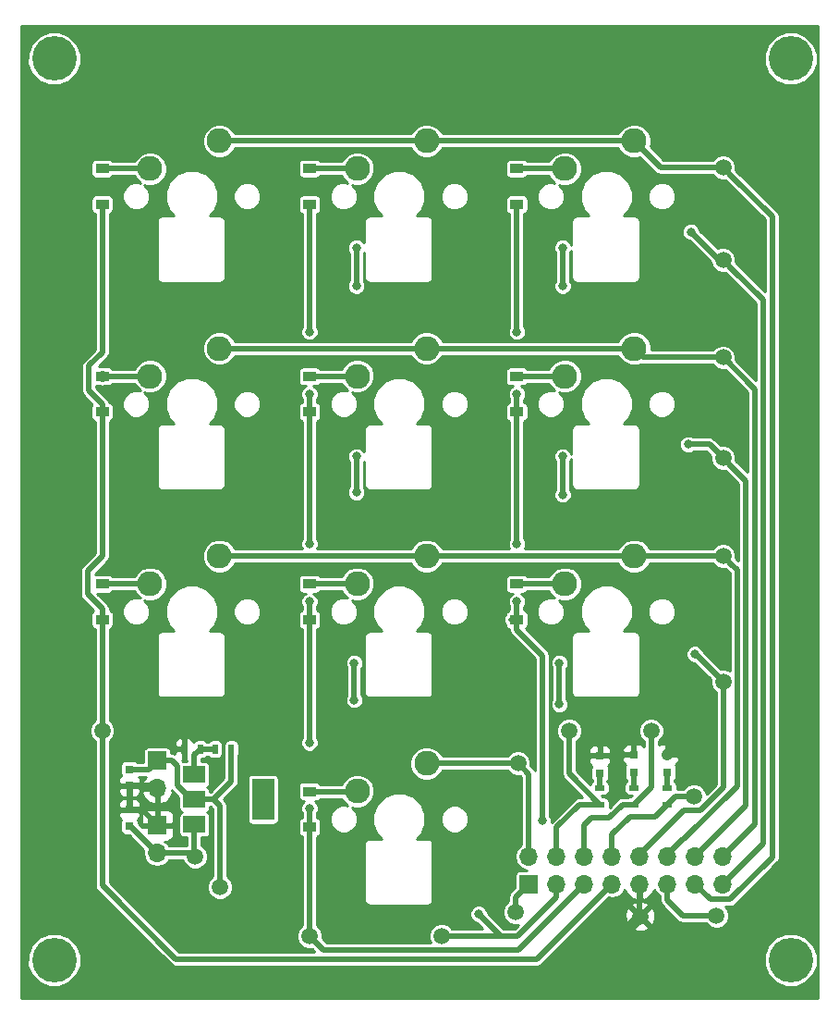
<source format=gbr>
G04 #@! TF.FileFunction,Copper,L1,Top,Signal*
%FSLAX46Y46*%
G04 Gerber Fmt 4.6, Leading zero omitted, Abs format (unit mm)*
G04 Created by KiCad (PCBNEW 4.0.5-e0-6337~49~ubuntu16.04.1) date Tue Jan  3 12:00:36 2017*
%MOMM*%
%LPD*%
G01*
G04 APERTURE LIST*
%ADD10C,0.100000*%
%ADD11R,0.900000X0.500000*%
%ADD12R,0.750000X0.800000*%
%ADD13R,1.220000X0.910000*%
%ADD14R,0.800000X0.800000*%
%ADD15R,2.000000X3.800000*%
%ADD16R,2.000000X1.500000*%
%ADD17R,0.500000X0.900000*%
%ADD18C,1.500000*%
%ADD19R,1.700000X1.700000*%
%ADD20O,1.700000X1.700000*%
%ADD21C,4.064000*%
%ADD22C,2.286000*%
%ADD23C,0.800000*%
%ADD24C,1.300000*%
%ADD25C,0.500000*%
%ADD26C,1.000000*%
%ADD27C,0.254000*%
G04 APERTURE END LIST*
D10*
D11*
X164200000Y-105550000D03*
X164200000Y-104050000D03*
D12*
X121100000Y-107550000D03*
X121100000Y-106050000D03*
X121100000Y-102350000D03*
X121100000Y-103850000D03*
D13*
X118600000Y-50635000D03*
X118600000Y-47365000D03*
X118600000Y-69635000D03*
X118600000Y-66365000D03*
X118600000Y-88635000D03*
X118600000Y-85365000D03*
X137600000Y-50635000D03*
X137600000Y-47365000D03*
X137600000Y-69635000D03*
X137600000Y-66365000D03*
X137600000Y-88635000D03*
X137600000Y-85365000D03*
X137600000Y-107635000D03*
X137600000Y-104365000D03*
X156600000Y-50635000D03*
X156600000Y-47365000D03*
X156600000Y-69635000D03*
X156600000Y-66365000D03*
X156600000Y-88635000D03*
X156600000Y-85365000D03*
D14*
X164200000Y-102700000D03*
X164200000Y-101100000D03*
X167300000Y-102600000D03*
X167300000Y-101000000D03*
X170400000Y-102600000D03*
X170400000Y-101000000D03*
D15*
X133350000Y-105100000D03*
D16*
X127050000Y-105100000D03*
X127050000Y-107400000D03*
X127050000Y-102800000D03*
D11*
X167300000Y-105550000D03*
X167300000Y-104050000D03*
X170400000Y-105550000D03*
X170400000Y-104050000D03*
D17*
X130450000Y-100500000D03*
X128950000Y-100500000D03*
X127600000Y-100500000D03*
X126100000Y-100500000D03*
D18*
X175500000Y-47250000D03*
X175500000Y-64650000D03*
X175500000Y-82800000D03*
X156700000Y-101800000D03*
X118600000Y-98800000D03*
X137600000Y-117600000D03*
X156500000Y-115400000D03*
X175500000Y-55700000D03*
X175500000Y-73850000D03*
X175500000Y-94300000D03*
X149700000Y-117600000D03*
X161400000Y-98800000D03*
X168900000Y-98800000D03*
X172800000Y-104800000D03*
X167900000Y-115800000D03*
X174900000Y-115750000D03*
X127100000Y-110300000D03*
X129400000Y-113100000D03*
D19*
X157700000Y-112850000D03*
D20*
X157700000Y-110310000D03*
X160240000Y-112850000D03*
X160240000Y-110310000D03*
X162780000Y-112850000D03*
X162780000Y-110310000D03*
X165320000Y-112850000D03*
X165320000Y-110310000D03*
X167860000Y-112850000D03*
X167860000Y-110310000D03*
X170400000Y-112850000D03*
X170400000Y-110310000D03*
X172940000Y-112850000D03*
X172940000Y-110310000D03*
X175480000Y-112850000D03*
X175480000Y-110310000D03*
D19*
X123650000Y-107460000D03*
D20*
X123650000Y-110000000D03*
D19*
X123650000Y-101560000D03*
D20*
X123650000Y-104100000D03*
D21*
X114200000Y-37300000D03*
X114200000Y-119800000D03*
X181700000Y-119800000D03*
X181700000Y-37300000D03*
D22*
X167340000Y-63820000D03*
X160990000Y-66360000D03*
X148340000Y-63820000D03*
X141990000Y-66360000D03*
X129340000Y-63820000D03*
X122990000Y-66360000D03*
X129340000Y-44820000D03*
X122990000Y-47360000D03*
X148340000Y-44820000D03*
X141990000Y-47360000D03*
X167340000Y-44820000D03*
X160990000Y-47360000D03*
X167340000Y-82820000D03*
X160990000Y-85360000D03*
X148340000Y-82820000D03*
X141990000Y-85360000D03*
X129340000Y-82820000D03*
X122990000Y-85360000D03*
X148340000Y-101820000D03*
X141990000Y-104360000D03*
D23*
X137600000Y-87000000D03*
X137600000Y-81700000D03*
X137600000Y-68000000D03*
X137600000Y-62300000D03*
X137600000Y-99900000D03*
X137600000Y-105900000D03*
X156600000Y-87000000D03*
X156600000Y-81700000D03*
X156600000Y-68000000D03*
X156600000Y-62300000D03*
X158950000Y-107050000D03*
D24*
X159000000Y-79900000D03*
X172600000Y-66200000D03*
X172600000Y-60700000D03*
X154000000Y-100400000D03*
X153500000Y-84020000D03*
X153500000Y-81600000D03*
X153700000Y-65400000D03*
X153700000Y-60700000D03*
X165500000Y-118000000D03*
X135800000Y-100500000D03*
X134400000Y-84100000D03*
X134400000Y-81620000D03*
X134500000Y-65400000D03*
X134500000Y-60700000D03*
X172600000Y-57700000D03*
X153700000Y-57600000D03*
X134500000Y-57800000D03*
X172800000Y-95600000D03*
X153500000Y-95600000D03*
X134600000Y-95600000D03*
X153500000Y-76400000D03*
X173000000Y-76300000D03*
X134400000Y-76400000D03*
D23*
X120700000Y-98100000D03*
X141700000Y-96000000D03*
X141700000Y-92600000D03*
X141900000Y-77000000D03*
X141900000Y-73700000D03*
X141900000Y-58100000D03*
X141900000Y-54600000D03*
X160800000Y-58100000D03*
X160800000Y-54600000D03*
X160800000Y-77200000D03*
X160800000Y-73700000D03*
X160500000Y-96400000D03*
X160500000Y-92600000D03*
X153100000Y-115600000D03*
X172900000Y-91800000D03*
X172300000Y-72600000D03*
X172550000Y-53150000D03*
D25*
X165320000Y-112850000D02*
X158469989Y-119700011D01*
X158469989Y-119700011D02*
X125350011Y-119700011D01*
X125350011Y-119700011D02*
X118600000Y-112950000D01*
X118600000Y-112950000D02*
X118600000Y-106815002D01*
X118600000Y-106815002D02*
X118600000Y-98800000D01*
X118600000Y-69635000D02*
X118600000Y-68900000D01*
X118600000Y-64200000D02*
X118600000Y-50635000D01*
X117400000Y-65400000D02*
X118600000Y-64200000D01*
X117400000Y-67700000D02*
X117400000Y-65400000D01*
X118600000Y-68900000D02*
X117400000Y-67700000D01*
X118600000Y-88635000D02*
X118600000Y-87650000D01*
X118600000Y-82850000D02*
X118600000Y-69635000D01*
X117250000Y-84200000D02*
X118600000Y-82850000D01*
X117250000Y-86300000D02*
X117250000Y-84200000D01*
X118600000Y-87650000D02*
X117250000Y-86300000D01*
X118600000Y-98800000D02*
X118600000Y-88635000D01*
X118600000Y-47365000D02*
X122985000Y-47365000D01*
X122985000Y-47365000D02*
X122990000Y-47360000D01*
X122990000Y-66360000D02*
X118605000Y-66360000D01*
X118605000Y-66360000D02*
X118600000Y-66365000D01*
D26*
X118605000Y-66360000D02*
X118600000Y-66365000D01*
D25*
X122990000Y-85360000D02*
X118605000Y-85360000D01*
X118605000Y-85360000D02*
X118600000Y-85365000D01*
X137600000Y-69635000D02*
X137600000Y-81700000D01*
X137600000Y-87000000D02*
X137600000Y-88635000D01*
X137600000Y-50635000D02*
X137600000Y-62300000D01*
X137600000Y-68000000D02*
X137600000Y-69635000D01*
X137600000Y-88635000D02*
X137600000Y-99900000D01*
X137600000Y-105900000D02*
X137600000Y-107635000D01*
X137600000Y-117600000D02*
X138900001Y-118900001D01*
X138900001Y-118900001D02*
X156729999Y-118900001D01*
X156729999Y-118900001D02*
X161930001Y-113699999D01*
X161930001Y-113699999D02*
X162780000Y-112850000D01*
X137600000Y-69635000D02*
X137535000Y-69635000D01*
X137600000Y-88635000D02*
X137235000Y-88635000D01*
X137600000Y-107635000D02*
X137600000Y-117600000D01*
X137600000Y-47365000D02*
X141985000Y-47365000D01*
X141985000Y-47365000D02*
X141990000Y-47360000D01*
X137600000Y-66365000D02*
X141985000Y-66365000D01*
X141985000Y-66365000D02*
X141990000Y-66360000D01*
X137600000Y-85365000D02*
X141985000Y-85365000D01*
X141985000Y-85365000D02*
X141990000Y-85360000D01*
X156600000Y-69635000D02*
X156600000Y-81700000D01*
X156600000Y-87000000D02*
X156600000Y-88635000D01*
X156600000Y-50635000D02*
X156600000Y-62300000D01*
X156600000Y-68000000D02*
X156600000Y-69635000D01*
X156600000Y-88635000D02*
X156600000Y-89590000D01*
X156600000Y-89590000D02*
X158950000Y-91940000D01*
X158950000Y-91940000D02*
X158950000Y-107050000D01*
X156500000Y-115400000D02*
X156500000Y-114050000D01*
X156500000Y-114050000D02*
X157700000Y-112850000D01*
X156035000Y-88635000D02*
X156600000Y-88635000D01*
X137600000Y-104365000D02*
X141985000Y-104365000D01*
X141985000Y-104365000D02*
X141990000Y-104360000D01*
X156600000Y-47365000D02*
X160985000Y-47365000D01*
X160985000Y-47365000D02*
X160990000Y-47360000D01*
X156600000Y-66365000D02*
X160985000Y-66365000D01*
X160985000Y-66365000D02*
X160990000Y-66360000D01*
D26*
X173000000Y-76300000D02*
X169400000Y-79900000D01*
X169400000Y-79900000D02*
X159000000Y-79900000D01*
X172600000Y-69700000D02*
X171099999Y-71200001D01*
X171099999Y-71200001D02*
X171099999Y-74399999D01*
X171099999Y-74399999D02*
X172350001Y-75650001D01*
X172350001Y-75650001D02*
X173000000Y-76300000D01*
X172600000Y-66200000D02*
X172600000Y-69700000D01*
X172600000Y-57700000D02*
X172600000Y-60700000D01*
X172800000Y-95600000D02*
X172800000Y-98600000D01*
X172800000Y-98600000D02*
X170400000Y-101000000D01*
X153500000Y-95600000D02*
X153500000Y-99900000D01*
X153500000Y-99900000D02*
X154000000Y-100400000D01*
X153500000Y-84020000D02*
X153500000Y-95600000D01*
X153500000Y-76400000D02*
X153500000Y-81600000D01*
X153700000Y-65400000D02*
X153700000Y-76200000D01*
X153700000Y-76200000D02*
X153500000Y-76400000D01*
X153700000Y-57600000D02*
X153700000Y-60700000D01*
X165500000Y-118000000D02*
X165700000Y-118000000D01*
X165700000Y-118000000D02*
X167900000Y-115800000D01*
X134600000Y-95600000D02*
X134600000Y-99300000D01*
X134600000Y-99300000D02*
X135800000Y-100500000D01*
X134400000Y-84100000D02*
X134400000Y-95400000D01*
X134400000Y-95400000D02*
X134600000Y-95600000D01*
X134400000Y-76400000D02*
X134400000Y-81620000D01*
X134500000Y-65400000D02*
X134500000Y-76300000D01*
X134500000Y-76300000D02*
X134400000Y-76400000D01*
X134500000Y-57800000D02*
X134500000Y-60700000D01*
D25*
X123650000Y-98800000D02*
X121400000Y-98800000D01*
X121400000Y-98800000D02*
X120700000Y-98100000D01*
X126100000Y-100500000D02*
X125350000Y-100500000D01*
X125350000Y-100500000D02*
X123650000Y-98800000D01*
X121100000Y-103850000D02*
X123400000Y-103850000D01*
X123400000Y-103850000D02*
X123650000Y-104100000D01*
X123650000Y-107460000D02*
X122240000Y-106050000D01*
X122240000Y-106050000D02*
X121100000Y-106050000D01*
X121100000Y-103850000D02*
X121100000Y-106050000D01*
X167860000Y-112700000D02*
X167860000Y-115760000D01*
X167860000Y-115760000D02*
X167900000Y-115800000D01*
X156600000Y-85365000D02*
X160985000Y-85365000D01*
X160985000Y-85365000D02*
X160990000Y-85360000D01*
X164200000Y-104050000D02*
X164200000Y-102700000D01*
X167300000Y-104050000D02*
X167300000Y-102600000D01*
X172940000Y-112850000D02*
X174340001Y-114250001D01*
X174340001Y-114250001D02*
X176152001Y-114250001D01*
X176249999Y-47999999D02*
X175500000Y-47250000D01*
X176152001Y-114250001D02*
X180000041Y-110401961D01*
X180000041Y-110401961D02*
X180000041Y-51750041D01*
X180000041Y-51750041D02*
X176249999Y-47999999D01*
X129340000Y-44820000D02*
X148340000Y-44820000D01*
X148340000Y-44820000D02*
X167340000Y-44820000D01*
X167340000Y-44820000D02*
X169770000Y-47250000D01*
X169770000Y-47250000D02*
X175500000Y-47250000D01*
X164200000Y-105550000D02*
X162350000Y-105550000D01*
X160240000Y-107660000D02*
X160240000Y-110160000D01*
X162350000Y-105550000D02*
X160240000Y-107660000D01*
X161400000Y-98800000D02*
X161400000Y-102750000D01*
X161400000Y-102750000D02*
X164200000Y-105550000D01*
X175500000Y-64650000D02*
X178400021Y-67550021D01*
X178400021Y-67550021D02*
X178400021Y-107389979D01*
X178400021Y-107389979D02*
X175480000Y-110310000D01*
X129340000Y-63820000D02*
X148340000Y-63820000D01*
X148340000Y-63820000D02*
X167340000Y-63820000D01*
X167340000Y-63820000D02*
X168170000Y-64650000D01*
X168170000Y-64650000D02*
X175500000Y-64650000D01*
X167300000Y-105550000D02*
X166300000Y-105550000D01*
X162780000Y-107420000D02*
X162780000Y-110160000D01*
X163400000Y-106800000D02*
X162780000Y-107420000D01*
X165050000Y-106800000D02*
X163400000Y-106800000D01*
X166300000Y-105550000D02*
X165050000Y-106800000D01*
X168900000Y-98800000D02*
X168900000Y-103950000D01*
X168900000Y-103950000D02*
X167300000Y-105550000D01*
X170400000Y-110160000D02*
X171800001Y-108759999D01*
X171800001Y-108759999D02*
X171895387Y-108759999D01*
X171895387Y-108759999D02*
X176800001Y-103855385D01*
X176800001Y-103855385D02*
X176800001Y-84100001D01*
X176800001Y-84100001D02*
X176249999Y-83549999D01*
X176249999Y-83549999D02*
X175500000Y-82800000D01*
X148340000Y-82820000D02*
X129340000Y-82820000D01*
X167340000Y-82820000D02*
X148340000Y-82820000D01*
X175500000Y-82800000D02*
X167360000Y-82800000D01*
X167360000Y-82800000D02*
X167340000Y-82820000D01*
D26*
X167340000Y-82820000D02*
X167360000Y-82800000D01*
D25*
X165320000Y-110160000D02*
X165320000Y-108330000D01*
X169250000Y-106700000D02*
X170400000Y-105550000D01*
X166950000Y-106700000D02*
X169250000Y-106700000D01*
X165320000Y-108330000D02*
X166950000Y-106700000D01*
X172800000Y-104800000D02*
X171150000Y-104800000D01*
X171150000Y-104800000D02*
X170400000Y-105550000D01*
X170400000Y-104050000D02*
X170400000Y-102600000D01*
X141700000Y-92600000D02*
X141700000Y-96000000D01*
X141900000Y-73700000D02*
X141900000Y-77000000D01*
X141900000Y-54600000D02*
X141900000Y-58100000D01*
X160800000Y-54600000D02*
X160800000Y-58100000D01*
X160800000Y-73700000D02*
X160800000Y-77200000D01*
X160500000Y-92600000D02*
X160500000Y-96400000D01*
X170400000Y-112700000D02*
X170400000Y-114350000D01*
X171800000Y-115750000D02*
X174900000Y-115750000D01*
X170400000Y-114350000D02*
X171800000Y-115750000D01*
X157700000Y-110160000D02*
X157700000Y-102800000D01*
X157700000Y-102800000D02*
X156700000Y-101800000D01*
X148340000Y-101820000D02*
X156680000Y-101820000D01*
X156680000Y-101820000D02*
X156700000Y-101800000D01*
D26*
X156680000Y-101820000D02*
X156700000Y-101800000D01*
D25*
X123650000Y-110000000D02*
X126800000Y-110000000D01*
X126800000Y-110000000D02*
X127100000Y-110300000D01*
X121100000Y-107550000D02*
X121200000Y-107550000D01*
X121200000Y-107550000D02*
X123650000Y-110000000D01*
X127050000Y-107400000D02*
X127050000Y-110250000D01*
X127050000Y-110250000D02*
X127100000Y-110300000D01*
X123650000Y-101560000D02*
X125000000Y-101560000D01*
X125000000Y-101560000D02*
X125499999Y-102059999D01*
X125499999Y-102059999D02*
X125499999Y-103799999D01*
X125499999Y-103799999D02*
X126800000Y-105100000D01*
X126800000Y-105100000D02*
X127050000Y-105100000D01*
X121100000Y-102350000D02*
X122860000Y-102350000D01*
X122860000Y-102350000D02*
X123650000Y-101560000D01*
X127050000Y-105100000D02*
X128800000Y-105100000D01*
X128800000Y-105100000D02*
X129400000Y-105700000D01*
X129400000Y-105700000D02*
X129400000Y-113100000D01*
X127050000Y-105100000D02*
X126350000Y-105100000D01*
X130450000Y-103450000D02*
X130450000Y-100500000D01*
X128800000Y-105100000D02*
X130450000Y-103450000D01*
X121250000Y-102500000D02*
X121100000Y-102350000D01*
X128950000Y-100500000D02*
X127600000Y-100500000D01*
X127050000Y-102800000D02*
X127050000Y-101050000D01*
X127050000Y-101050000D02*
X127600000Y-100500000D01*
X149700000Y-117600000D02*
X155150000Y-117600000D01*
X155150000Y-117600000D02*
X156692081Y-117600000D01*
X153100000Y-115600000D02*
X155100000Y-117600000D01*
X155100000Y-117600000D02*
X155150000Y-117600000D01*
X156692081Y-117600000D02*
X160240000Y-114052081D01*
X160240000Y-114052081D02*
X160240000Y-112850000D01*
X172900000Y-91800000D02*
X173000000Y-91800000D01*
X173000000Y-91800000D02*
X175500000Y-94300000D01*
X167860000Y-110160000D02*
X171919999Y-106100001D01*
X171919999Y-106100001D02*
X173424001Y-106100001D01*
X173424001Y-106100001D02*
X175500000Y-104024002D01*
X175500000Y-104024002D02*
X175500000Y-95360660D01*
X175500000Y-95360660D02*
X175500000Y-94300000D01*
X172300000Y-72600000D02*
X174250000Y-72600000D01*
X174250000Y-72600000D02*
X175500000Y-73850000D01*
X172940000Y-110310000D02*
X177600011Y-105649989D01*
X177600011Y-105649989D02*
X177600011Y-75950011D01*
X177600011Y-75950011D02*
X176249999Y-74599999D01*
X176249999Y-74599999D02*
X175500000Y-73850000D01*
X175480000Y-112850000D02*
X179200031Y-109129969D01*
X176249999Y-56449999D02*
X175500000Y-55700000D01*
X179200031Y-109129969D02*
X179200031Y-59400031D01*
X179200031Y-59400031D02*
X176249999Y-56449999D01*
X172550000Y-53150000D02*
X175100000Y-55700000D01*
X175100000Y-55700000D02*
X175500000Y-55700000D01*
D27*
G36*
X184198000Y-123298000D02*
X111202000Y-123298000D01*
X111202000Y-120286980D01*
X111740574Y-120286980D01*
X112114145Y-121191092D01*
X112805270Y-121883423D01*
X113708729Y-122258573D01*
X114686980Y-122259426D01*
X115591092Y-121885855D01*
X116283423Y-121194730D01*
X116658573Y-120291271D01*
X116659426Y-119313020D01*
X116285855Y-118408908D01*
X115594730Y-117716577D01*
X114691271Y-117341427D01*
X113713020Y-117340574D01*
X112808908Y-117714145D01*
X112116577Y-118405270D01*
X111741427Y-119308729D01*
X111740574Y-120286980D01*
X111202000Y-120286980D01*
X111202000Y-84200000D01*
X116573000Y-84200000D01*
X116573000Y-86300000D01*
X116624534Y-86559077D01*
X116712151Y-86690205D01*
X116771289Y-86778711D01*
X117792349Y-87799772D01*
X117686433Y-87867927D01*
X117588936Y-88010619D01*
X117554635Y-88180000D01*
X117554635Y-89090000D01*
X117584409Y-89248237D01*
X117677927Y-89393567D01*
X117820619Y-89491064D01*
X117923000Y-89511797D01*
X117923000Y-97812741D01*
X117602770Y-98132412D01*
X117423205Y-98564853D01*
X117422796Y-99033093D01*
X117601606Y-99465846D01*
X117923000Y-99787802D01*
X117923000Y-112950000D01*
X117974534Y-113209077D01*
X118121289Y-113428711D01*
X124871300Y-120178722D01*
X125090934Y-120325477D01*
X125350011Y-120377011D01*
X158469989Y-120377011D01*
X158729066Y-120325477D01*
X158786680Y-120286980D01*
X179240574Y-120286980D01*
X179614145Y-121191092D01*
X180305270Y-121883423D01*
X181208729Y-122258573D01*
X182186980Y-122259426D01*
X183091092Y-121885855D01*
X183783423Y-121194730D01*
X184158573Y-120291271D01*
X184159426Y-119313020D01*
X183785855Y-118408908D01*
X183094730Y-117716577D01*
X182191271Y-117341427D01*
X181213020Y-117340574D01*
X180308908Y-117714145D01*
X179616577Y-118405270D01*
X179241427Y-119308729D01*
X179240574Y-120286980D01*
X158786680Y-120286980D01*
X158948700Y-120178722D01*
X162355905Y-116771517D01*
X167108088Y-116771517D01*
X167176077Y-117012460D01*
X167695171Y-117197201D01*
X168245448Y-117169230D01*
X168623923Y-117012460D01*
X168691912Y-116771517D01*
X167900000Y-115979605D01*
X167108088Y-116771517D01*
X162355905Y-116771517D01*
X163532251Y-115595171D01*
X166502799Y-115595171D01*
X166530770Y-116145448D01*
X166687540Y-116523923D01*
X166928483Y-116591912D01*
X167720395Y-115800000D01*
X168079605Y-115800000D01*
X168871517Y-116591912D01*
X169112460Y-116523923D01*
X169297201Y-116004829D01*
X169269230Y-115454552D01*
X169112460Y-115076077D01*
X168871517Y-115008088D01*
X168079605Y-115800000D01*
X167720395Y-115800000D01*
X166928483Y-115008088D01*
X166687540Y-115076077D01*
X166502799Y-115595171D01*
X163532251Y-115595171D01*
X164298939Y-114828483D01*
X167108088Y-114828483D01*
X167900000Y-115620395D01*
X168691912Y-114828483D01*
X168623923Y-114587540D01*
X168104829Y-114402799D01*
X167554552Y-114430770D01*
X167176077Y-114587540D01*
X167108088Y-114828483D01*
X164298939Y-114828483D01*
X165032577Y-114094846D01*
X165320000Y-114152018D01*
X165808687Y-114054812D01*
X166222975Y-113777993D01*
X166495309Y-113370417D01*
X166664817Y-113731358D01*
X167093076Y-114121645D01*
X167503110Y-114291476D01*
X167733000Y-114170155D01*
X167733000Y-112977000D01*
X167713000Y-112977000D01*
X167713000Y-112723000D01*
X167733000Y-112723000D01*
X167733000Y-112703000D01*
X167987000Y-112703000D01*
X167987000Y-112723000D01*
X168007000Y-112723000D01*
X168007000Y-112977000D01*
X167987000Y-112977000D01*
X167987000Y-114170155D01*
X168216890Y-114291476D01*
X168626924Y-114121645D01*
X169055183Y-113731358D01*
X169224691Y-113370417D01*
X169497025Y-113777993D01*
X169723000Y-113928985D01*
X169723000Y-114350000D01*
X169774534Y-114609077D01*
X169884160Y-114773144D01*
X169921289Y-114828711D01*
X171321289Y-116228711D01*
X171540923Y-116375466D01*
X171800000Y-116427000D01*
X173912741Y-116427000D01*
X174232412Y-116747230D01*
X174664853Y-116926795D01*
X175133093Y-116927204D01*
X175565846Y-116748394D01*
X175897230Y-116417588D01*
X176076795Y-115985147D01*
X176077204Y-115516907D01*
X175898394Y-115084154D01*
X175741515Y-114927001D01*
X176152001Y-114927001D01*
X176411078Y-114875467D01*
X176630712Y-114728712D01*
X180478752Y-110880673D01*
X180580289Y-110728711D01*
X180625507Y-110661038D01*
X180677041Y-110401961D01*
X180677041Y-51750041D01*
X180625507Y-51490964D01*
X180478752Y-51271330D01*
X176676809Y-47469387D01*
X176677204Y-47016907D01*
X176498394Y-46584154D01*
X176167588Y-46252770D01*
X175735147Y-46073205D01*
X175266907Y-46072796D01*
X174834154Y-46251606D01*
X174512198Y-46573000D01*
X170050422Y-46573000D01*
X168822104Y-45344682D01*
X168909727Y-45133662D01*
X168910272Y-44509078D01*
X168671757Y-43931828D01*
X168230495Y-43489795D01*
X167653662Y-43250273D01*
X167029078Y-43249728D01*
X166451828Y-43488243D01*
X166009795Y-43929505D01*
X165921144Y-44143000D01*
X149759012Y-44143000D01*
X149671757Y-43931828D01*
X149230495Y-43489795D01*
X148653662Y-43250273D01*
X148029078Y-43249728D01*
X147451828Y-43488243D01*
X147009795Y-43929505D01*
X146921144Y-44143000D01*
X130759012Y-44143000D01*
X130671757Y-43931828D01*
X130230495Y-43489795D01*
X129653662Y-43250273D01*
X129029078Y-43249728D01*
X128451828Y-43488243D01*
X128009795Y-43929505D01*
X127770273Y-44506338D01*
X127769728Y-45130922D01*
X128008243Y-45708172D01*
X128449505Y-46150205D01*
X129026338Y-46389727D01*
X129650922Y-46390272D01*
X130228172Y-46151757D01*
X130670205Y-45710495D01*
X130758856Y-45497000D01*
X146920988Y-45497000D01*
X147008243Y-45708172D01*
X147449505Y-46150205D01*
X148026338Y-46389727D01*
X148650922Y-46390272D01*
X149228172Y-46151757D01*
X149670205Y-45710495D01*
X149758856Y-45497000D01*
X165920988Y-45497000D01*
X166008243Y-45708172D01*
X166449505Y-46150205D01*
X167026338Y-46389727D01*
X167650922Y-46390272D01*
X167864572Y-46301994D01*
X169291289Y-47728711D01*
X169510923Y-47875466D01*
X169770000Y-47927000D01*
X174512741Y-47927000D01*
X174832412Y-48247230D01*
X175264853Y-48426795D01*
X175719770Y-48427192D01*
X179323041Y-52030463D01*
X179323041Y-58565619D01*
X176676809Y-55919387D01*
X176677204Y-55466907D01*
X176498394Y-55034154D01*
X176167588Y-54702770D01*
X175735147Y-54523205D01*
X175266907Y-54522796D01*
X174993279Y-54635857D01*
X173377114Y-53019692D01*
X173377143Y-52986221D01*
X173251505Y-52682154D01*
X173019070Y-52449312D01*
X172715222Y-52323144D01*
X172386221Y-52322857D01*
X172082154Y-52448495D01*
X171849312Y-52680930D01*
X171723144Y-52984778D01*
X171722857Y-53313779D01*
X171848495Y-53617846D01*
X172080930Y-53850688D01*
X172384778Y-53976856D01*
X172419464Y-53976886D01*
X174322842Y-55880265D01*
X174322796Y-55933093D01*
X174501606Y-56365846D01*
X174832412Y-56697230D01*
X175264853Y-56876795D01*
X175719770Y-56877192D01*
X178523031Y-59680453D01*
X178523031Y-66715609D01*
X176676809Y-64869387D01*
X176677204Y-64416907D01*
X176498394Y-63984154D01*
X176167588Y-63652770D01*
X175735147Y-63473205D01*
X175266907Y-63472796D01*
X174834154Y-63651606D01*
X174512198Y-63973000D01*
X168909867Y-63973000D01*
X168910272Y-63509078D01*
X168671757Y-62931828D01*
X168230495Y-62489795D01*
X167653662Y-62250273D01*
X167029078Y-62249728D01*
X166451828Y-62488243D01*
X166009795Y-62929505D01*
X165921144Y-63143000D01*
X149759012Y-63143000D01*
X149671757Y-62931828D01*
X149230495Y-62489795D01*
X148653662Y-62250273D01*
X148029078Y-62249728D01*
X147451828Y-62488243D01*
X147009795Y-62929505D01*
X146921144Y-63143000D01*
X130759012Y-63143000D01*
X130671757Y-62931828D01*
X130230495Y-62489795D01*
X129653662Y-62250273D01*
X129029078Y-62249728D01*
X128451828Y-62488243D01*
X128009795Y-62929505D01*
X127770273Y-63506338D01*
X127769728Y-64130922D01*
X128008243Y-64708172D01*
X128449505Y-65150205D01*
X129026338Y-65389727D01*
X129650922Y-65390272D01*
X130228172Y-65151757D01*
X130670205Y-64710495D01*
X130758856Y-64497000D01*
X146920988Y-64497000D01*
X147008243Y-64708172D01*
X147449505Y-65150205D01*
X148026338Y-65389727D01*
X148650922Y-65390272D01*
X149228172Y-65151757D01*
X149670205Y-64710495D01*
X149758856Y-64497000D01*
X165920988Y-64497000D01*
X166008243Y-64708172D01*
X166449505Y-65150205D01*
X167026338Y-65389727D01*
X167650922Y-65390272D01*
X167922973Y-65277863D01*
X168170000Y-65327000D01*
X174512741Y-65327000D01*
X174832412Y-65647230D01*
X175264853Y-65826795D01*
X175719770Y-65827192D01*
X177723021Y-67830443D01*
X177723021Y-75115599D01*
X176676809Y-74069387D01*
X176677204Y-73616907D01*
X176498394Y-73184154D01*
X176167588Y-72852770D01*
X175735147Y-72673205D01*
X175280230Y-72672808D01*
X174728711Y-72121289D01*
X174509077Y-71974534D01*
X174250000Y-71923000D01*
X172792717Y-71923000D01*
X172769070Y-71899312D01*
X172465222Y-71773144D01*
X172136221Y-71772857D01*
X171832154Y-71898495D01*
X171599312Y-72130930D01*
X171473144Y-72434778D01*
X171472857Y-72763779D01*
X171598495Y-73067846D01*
X171830930Y-73300688D01*
X172134778Y-73426856D01*
X172463779Y-73427143D01*
X172767846Y-73301505D01*
X172792394Y-73277000D01*
X173969578Y-73277000D01*
X174323191Y-73630613D01*
X174322796Y-74083093D01*
X174501606Y-74515846D01*
X174832412Y-74847230D01*
X175264853Y-75026795D01*
X175719770Y-75027192D01*
X176923011Y-76230433D01*
X176923011Y-83265589D01*
X176676809Y-83019387D01*
X176677204Y-82566907D01*
X176498394Y-82134154D01*
X176167588Y-81802770D01*
X175735147Y-81623205D01*
X175266907Y-81622796D01*
X174834154Y-81801606D01*
X174512198Y-82123000D01*
X168750748Y-82123000D01*
X168671757Y-81931828D01*
X168230495Y-81489795D01*
X167653662Y-81250273D01*
X167029078Y-81249728D01*
X166451828Y-81488243D01*
X166009795Y-81929505D01*
X165921144Y-82143000D01*
X157311513Y-82143000D01*
X157426856Y-81865222D01*
X157427143Y-81536221D01*
X157301505Y-81232154D01*
X157277000Y-81207606D01*
X157277000Y-73863779D01*
X159972857Y-73863779D01*
X160098495Y-74167846D01*
X160123000Y-74192394D01*
X160123000Y-76707283D01*
X160099312Y-76730930D01*
X159973144Y-77034778D01*
X159972857Y-77363779D01*
X160098495Y-77667846D01*
X160330930Y-77900688D01*
X160634778Y-78026856D01*
X160963779Y-78027143D01*
X161267846Y-77901505D01*
X161500688Y-77669070D01*
X161626856Y-77365222D01*
X161627143Y-77036221D01*
X161501505Y-76732154D01*
X161477000Y-76707606D01*
X161477000Y-74192717D01*
X161500688Y-74169070D01*
X161598000Y-73934715D01*
X161598000Y-76300000D01*
X161636212Y-76492107D01*
X161745032Y-76654968D01*
X161907893Y-76763788D01*
X162100000Y-76802000D01*
X167400000Y-76802000D01*
X167592107Y-76763788D01*
X167754968Y-76654968D01*
X167863788Y-76492107D01*
X167902000Y-76300000D01*
X167902000Y-71200000D01*
X167863788Y-71007893D01*
X167754968Y-70845032D01*
X167592107Y-70736212D01*
X167400000Y-70698000D01*
X166425520Y-70698000D01*
X166851142Y-70273120D01*
X167220479Y-69383659D01*
X167220680Y-69153075D01*
X168601878Y-69153075D01*
X168796017Y-69622927D01*
X169155182Y-69982720D01*
X169624695Y-70177678D01*
X170133075Y-70178122D01*
X170602927Y-69983983D01*
X170962720Y-69624818D01*
X171157678Y-69155305D01*
X171158122Y-68646925D01*
X170963983Y-68177073D01*
X170604818Y-67817280D01*
X170135305Y-67622322D01*
X169626925Y-67621878D01*
X169157073Y-67816017D01*
X168797280Y-68175182D01*
X168602322Y-68644695D01*
X168601878Y-69153075D01*
X167220680Y-69153075D01*
X167221319Y-68420566D01*
X166853536Y-67530462D01*
X166173120Y-66848858D01*
X165283659Y-66479521D01*
X164320566Y-66478681D01*
X163430462Y-66846464D01*
X162748858Y-67526880D01*
X162379521Y-68416341D01*
X162378681Y-69379434D01*
X162746464Y-70269538D01*
X163174179Y-70698000D01*
X162100000Y-70698000D01*
X161907893Y-70736212D01*
X161745032Y-70845032D01*
X161636212Y-71007893D01*
X161598000Y-71200000D01*
X161598000Y-73465690D01*
X161501505Y-73232154D01*
X161269070Y-72999312D01*
X160965222Y-72873144D01*
X160636221Y-72872857D01*
X160332154Y-72998495D01*
X160099312Y-73230930D01*
X159973144Y-73534778D01*
X159972857Y-73863779D01*
X157277000Y-73863779D01*
X157277000Y-70512758D01*
X157368237Y-70495591D01*
X157513567Y-70402073D01*
X157611064Y-70259381D01*
X157645365Y-70090000D01*
X157645365Y-69180000D01*
X157615591Y-69021763D01*
X157522073Y-68876433D01*
X157379381Y-68778936D01*
X157277000Y-68758203D01*
X157277000Y-68492717D01*
X157300688Y-68469070D01*
X157426856Y-68165222D01*
X157427143Y-67836221D01*
X157301505Y-67532154D01*
X157069070Y-67299312D01*
X156963233Y-67255365D01*
X157210000Y-67255365D01*
X157368237Y-67225591D01*
X157513567Y-67132073D01*
X157575111Y-67042000D01*
X159573054Y-67042000D01*
X159658243Y-67248172D01*
X160071695Y-67662346D01*
X159975305Y-67622322D01*
X159466925Y-67621878D01*
X158997073Y-67816017D01*
X158637280Y-68175182D01*
X158442322Y-68644695D01*
X158441878Y-69153075D01*
X158636017Y-69622927D01*
X158995182Y-69982720D01*
X159464695Y-70177678D01*
X159973075Y-70178122D01*
X160442927Y-69983983D01*
X160802720Y-69624818D01*
X160997678Y-69155305D01*
X160998122Y-68646925D01*
X160803983Y-68177073D01*
X160472629Y-67845140D01*
X160676338Y-67929727D01*
X161300922Y-67930272D01*
X161878172Y-67691757D01*
X162320205Y-67250495D01*
X162559727Y-66673662D01*
X162560272Y-66049078D01*
X162321757Y-65471828D01*
X161880495Y-65029795D01*
X161303662Y-64790273D01*
X160679078Y-64789728D01*
X160101828Y-65028243D01*
X159659795Y-65469505D01*
X159569068Y-65688000D01*
X157574560Y-65688000D01*
X157522073Y-65606433D01*
X157379381Y-65508936D01*
X157210000Y-65474635D01*
X155990000Y-65474635D01*
X155831763Y-65504409D01*
X155686433Y-65597927D01*
X155588936Y-65740619D01*
X155554635Y-65910000D01*
X155554635Y-66820000D01*
X155584409Y-66978237D01*
X155677927Y-67123567D01*
X155820619Y-67221064D01*
X155990000Y-67255365D01*
X156236537Y-67255365D01*
X156132154Y-67298495D01*
X155899312Y-67530930D01*
X155773144Y-67834778D01*
X155772857Y-68163779D01*
X155898495Y-68467846D01*
X155923000Y-68492394D01*
X155923000Y-68757242D01*
X155831763Y-68774409D01*
X155686433Y-68867927D01*
X155588936Y-69010619D01*
X155554635Y-69180000D01*
X155554635Y-70090000D01*
X155584409Y-70248237D01*
X155677927Y-70393567D01*
X155820619Y-70491064D01*
X155923000Y-70511797D01*
X155923000Y-81207283D01*
X155899312Y-81230930D01*
X155773144Y-81534778D01*
X155772857Y-81863779D01*
X155888229Y-82143000D01*
X149759012Y-82143000D01*
X149671757Y-81931828D01*
X149230495Y-81489795D01*
X148653662Y-81250273D01*
X148029078Y-81249728D01*
X147451828Y-81488243D01*
X147009795Y-81929505D01*
X146921144Y-82143000D01*
X138311513Y-82143000D01*
X138426856Y-81865222D01*
X138427143Y-81536221D01*
X138301505Y-81232154D01*
X138277000Y-81207606D01*
X138277000Y-73863779D01*
X141072857Y-73863779D01*
X141198495Y-74167846D01*
X141223000Y-74192394D01*
X141223000Y-76507283D01*
X141199312Y-76530930D01*
X141073144Y-76834778D01*
X141072857Y-77163779D01*
X141198495Y-77467846D01*
X141430930Y-77700688D01*
X141734778Y-77826856D01*
X142063779Y-77827143D01*
X142367846Y-77701505D01*
X142600688Y-77469070D01*
X142726856Y-77165222D01*
X142727143Y-76836221D01*
X142601505Y-76532154D01*
X142577000Y-76507606D01*
X142577000Y-74192717D01*
X142598000Y-74171753D01*
X142598000Y-76300000D01*
X142636212Y-76492107D01*
X142745032Y-76654968D01*
X142907893Y-76763788D01*
X143100000Y-76802000D01*
X148400000Y-76802000D01*
X148592107Y-76763788D01*
X148754968Y-76654968D01*
X148863788Y-76492107D01*
X148902000Y-76300000D01*
X148902000Y-71200000D01*
X148863788Y-71007893D01*
X148754968Y-70845032D01*
X148592107Y-70736212D01*
X148400000Y-70698000D01*
X147425520Y-70698000D01*
X147851142Y-70273120D01*
X148220479Y-69383659D01*
X148220680Y-69153075D01*
X149601878Y-69153075D01*
X149796017Y-69622927D01*
X150155182Y-69982720D01*
X150624695Y-70177678D01*
X151133075Y-70178122D01*
X151602927Y-69983983D01*
X151962720Y-69624818D01*
X152157678Y-69155305D01*
X152158122Y-68646925D01*
X151963983Y-68177073D01*
X151604818Y-67817280D01*
X151135305Y-67622322D01*
X150626925Y-67621878D01*
X150157073Y-67816017D01*
X149797280Y-68175182D01*
X149602322Y-68644695D01*
X149601878Y-69153075D01*
X148220680Y-69153075D01*
X148221319Y-68420566D01*
X147853536Y-67530462D01*
X147173120Y-66848858D01*
X146283659Y-66479521D01*
X145320566Y-66478681D01*
X144430462Y-66846464D01*
X143748858Y-67526880D01*
X143379521Y-68416341D01*
X143378681Y-69379434D01*
X143746464Y-70269538D01*
X144174179Y-70698000D01*
X143100000Y-70698000D01*
X142907893Y-70736212D01*
X142745032Y-70845032D01*
X142636212Y-71007893D01*
X142598000Y-71200000D01*
X142598000Y-73228643D01*
X142369070Y-72999312D01*
X142065222Y-72873144D01*
X141736221Y-72872857D01*
X141432154Y-72998495D01*
X141199312Y-73230930D01*
X141073144Y-73534778D01*
X141072857Y-73863779D01*
X138277000Y-73863779D01*
X138277000Y-70512758D01*
X138368237Y-70495591D01*
X138513567Y-70402073D01*
X138611064Y-70259381D01*
X138645365Y-70090000D01*
X138645365Y-69180000D01*
X138615591Y-69021763D01*
X138522073Y-68876433D01*
X138379381Y-68778936D01*
X138277000Y-68758203D01*
X138277000Y-68492717D01*
X138300688Y-68469070D01*
X138426856Y-68165222D01*
X138427143Y-67836221D01*
X138301505Y-67532154D01*
X138069070Y-67299312D01*
X137963233Y-67255365D01*
X138210000Y-67255365D01*
X138368237Y-67225591D01*
X138513567Y-67132073D01*
X138575111Y-67042000D01*
X140573054Y-67042000D01*
X140658243Y-67248172D01*
X141071695Y-67662346D01*
X140975305Y-67622322D01*
X140466925Y-67621878D01*
X139997073Y-67816017D01*
X139637280Y-68175182D01*
X139442322Y-68644695D01*
X139441878Y-69153075D01*
X139636017Y-69622927D01*
X139995182Y-69982720D01*
X140464695Y-70177678D01*
X140973075Y-70178122D01*
X141442927Y-69983983D01*
X141802720Y-69624818D01*
X141997678Y-69155305D01*
X141998122Y-68646925D01*
X141803983Y-68177073D01*
X141472629Y-67845140D01*
X141676338Y-67929727D01*
X142300922Y-67930272D01*
X142878172Y-67691757D01*
X143320205Y-67250495D01*
X143559727Y-66673662D01*
X143560272Y-66049078D01*
X143321757Y-65471828D01*
X142880495Y-65029795D01*
X142303662Y-64790273D01*
X141679078Y-64789728D01*
X141101828Y-65028243D01*
X140659795Y-65469505D01*
X140569068Y-65688000D01*
X138574560Y-65688000D01*
X138522073Y-65606433D01*
X138379381Y-65508936D01*
X138210000Y-65474635D01*
X136990000Y-65474635D01*
X136831763Y-65504409D01*
X136686433Y-65597927D01*
X136588936Y-65740619D01*
X136554635Y-65910000D01*
X136554635Y-66820000D01*
X136584409Y-66978237D01*
X136677927Y-67123567D01*
X136820619Y-67221064D01*
X136990000Y-67255365D01*
X137236537Y-67255365D01*
X137132154Y-67298495D01*
X136899312Y-67530930D01*
X136773144Y-67834778D01*
X136772857Y-68163779D01*
X136898495Y-68467846D01*
X136923000Y-68492394D01*
X136923000Y-68757242D01*
X136831763Y-68774409D01*
X136686433Y-68867927D01*
X136588936Y-69010619D01*
X136554635Y-69180000D01*
X136554635Y-70090000D01*
X136584409Y-70248237D01*
X136677927Y-70393567D01*
X136820619Y-70491064D01*
X136923000Y-70511797D01*
X136923000Y-81207283D01*
X136899312Y-81230930D01*
X136773144Y-81534778D01*
X136772857Y-81863779D01*
X136888229Y-82143000D01*
X130759012Y-82143000D01*
X130671757Y-81931828D01*
X130230495Y-81489795D01*
X129653662Y-81250273D01*
X129029078Y-81249728D01*
X128451828Y-81488243D01*
X128009795Y-81929505D01*
X127770273Y-82506338D01*
X127769728Y-83130922D01*
X128008243Y-83708172D01*
X128449505Y-84150205D01*
X129026338Y-84389727D01*
X129650922Y-84390272D01*
X130228172Y-84151757D01*
X130670205Y-83710495D01*
X130758856Y-83497000D01*
X146920988Y-83497000D01*
X147008243Y-83708172D01*
X147449505Y-84150205D01*
X148026338Y-84389727D01*
X148650922Y-84390272D01*
X149228172Y-84151757D01*
X149670205Y-83710495D01*
X149758856Y-83497000D01*
X165920988Y-83497000D01*
X166008243Y-83708172D01*
X166449505Y-84150205D01*
X167026338Y-84389727D01*
X167650922Y-84390272D01*
X168228172Y-84151757D01*
X168670205Y-83710495D01*
X168767161Y-83477000D01*
X174512741Y-83477000D01*
X174832412Y-83797230D01*
X175264853Y-83976795D01*
X175719770Y-83977192D01*
X176123001Y-84380423D01*
X176123001Y-93284256D01*
X175735147Y-93123205D01*
X175280230Y-93122808D01*
X173680318Y-91522896D01*
X173601505Y-91332154D01*
X173369070Y-91099312D01*
X173065222Y-90973144D01*
X172736221Y-90972857D01*
X172432154Y-91098495D01*
X172199312Y-91330930D01*
X172073144Y-91634778D01*
X172072857Y-91963779D01*
X172198495Y-92267846D01*
X172430930Y-92500688D01*
X172734778Y-92626856D01*
X172869552Y-92626974D01*
X174323191Y-94080613D01*
X174322796Y-94533093D01*
X174501606Y-94965846D01*
X174823000Y-95287802D01*
X174823000Y-103743580D01*
X173977184Y-104589396D01*
X173977204Y-104566907D01*
X173798394Y-104134154D01*
X173467588Y-103802770D01*
X173035147Y-103623205D01*
X172566907Y-103622796D01*
X172134154Y-103801606D01*
X171812198Y-104123000D01*
X171285365Y-104123000D01*
X171285365Y-103800000D01*
X171255591Y-103641763D01*
X171162073Y-103496433D01*
X171077000Y-103438305D01*
X171077000Y-103329169D01*
X171103567Y-103312073D01*
X171201064Y-103169381D01*
X171235365Y-103000000D01*
X171235365Y-102200000D01*
X171205591Y-102041763D01*
X171143381Y-101945086D01*
X171159699Y-101938327D01*
X171338327Y-101759698D01*
X171435000Y-101526309D01*
X171435000Y-101285750D01*
X171276250Y-101127000D01*
X170527000Y-101127000D01*
X170527000Y-101147000D01*
X170273000Y-101147000D01*
X170273000Y-101127000D01*
X170253000Y-101127000D01*
X170253000Y-100873000D01*
X170273000Y-100873000D01*
X170273000Y-100123750D01*
X170527000Y-100123750D01*
X170527000Y-100873000D01*
X171276250Y-100873000D01*
X171435000Y-100714250D01*
X171435000Y-100473691D01*
X171338327Y-100240302D01*
X171159699Y-100061673D01*
X170926310Y-99965000D01*
X170685750Y-99965000D01*
X170527000Y-100123750D01*
X170273000Y-100123750D01*
X170114250Y-99965000D01*
X169873690Y-99965000D01*
X169640301Y-100061673D01*
X169577000Y-100124974D01*
X169577000Y-99787259D01*
X169897230Y-99467588D01*
X170076795Y-99035147D01*
X170077204Y-98566907D01*
X169898394Y-98134154D01*
X169567588Y-97802770D01*
X169135147Y-97623205D01*
X168666907Y-97622796D01*
X168234154Y-97801606D01*
X167902770Y-98132412D01*
X167723205Y-98564853D01*
X167722796Y-99033093D01*
X167901606Y-99465846D01*
X168223000Y-99787802D01*
X168223000Y-100224975D01*
X168059699Y-100061673D01*
X167826310Y-99965000D01*
X167585750Y-99965000D01*
X167427000Y-100123750D01*
X167427000Y-100873000D01*
X167447000Y-100873000D01*
X167447000Y-101127000D01*
X167427000Y-101127000D01*
X167427000Y-101147000D01*
X167173000Y-101147000D01*
X167173000Y-101127000D01*
X166423750Y-101127000D01*
X166265000Y-101285750D01*
X166265000Y-101526309D01*
X166361673Y-101759698D01*
X166540301Y-101938327D01*
X166557211Y-101945331D01*
X166498936Y-102030619D01*
X166464635Y-102200000D01*
X166464635Y-103000000D01*
X166494409Y-103158237D01*
X166587927Y-103303567D01*
X166623000Y-103327531D01*
X166623000Y-103438657D01*
X166546433Y-103487927D01*
X166448936Y-103630619D01*
X166414635Y-103800000D01*
X166414635Y-104300000D01*
X166444409Y-104458237D01*
X166537927Y-104603567D01*
X166680619Y-104701064D01*
X166850000Y-104735365D01*
X167157213Y-104735365D01*
X167027943Y-104864635D01*
X166850000Y-104864635D01*
X166805543Y-104873000D01*
X166300000Y-104873000D01*
X166040923Y-104924534D01*
X165875379Y-105035147D01*
X165821289Y-105071289D01*
X165083533Y-105809045D01*
X165085365Y-105800000D01*
X165085365Y-105300000D01*
X165055591Y-105141763D01*
X164962073Y-104996433D01*
X164819381Y-104898936D01*
X164650000Y-104864635D01*
X164472057Y-104864635D01*
X164342787Y-104735365D01*
X164650000Y-104735365D01*
X164808237Y-104705591D01*
X164953567Y-104612073D01*
X165051064Y-104469381D01*
X165085365Y-104300000D01*
X165085365Y-103800000D01*
X165055591Y-103641763D01*
X164962073Y-103496433D01*
X164877000Y-103438305D01*
X164877000Y-103429169D01*
X164903567Y-103412073D01*
X165001064Y-103269381D01*
X165035365Y-103100000D01*
X165035365Y-102300000D01*
X165005591Y-102141763D01*
X164943381Y-102045086D01*
X164959699Y-102038327D01*
X165138327Y-101859698D01*
X165235000Y-101626309D01*
X165235000Y-101385750D01*
X165076250Y-101227000D01*
X164327000Y-101227000D01*
X164327000Y-101247000D01*
X164073000Y-101247000D01*
X164073000Y-101227000D01*
X163323750Y-101227000D01*
X163165000Y-101385750D01*
X163165000Y-101626309D01*
X163261673Y-101859698D01*
X163440301Y-102038327D01*
X163457211Y-102045331D01*
X163398936Y-102130619D01*
X163364635Y-102300000D01*
X163364635Y-103100000D01*
X163394409Y-103258237D01*
X163487927Y-103403567D01*
X163523000Y-103427531D01*
X163523000Y-103438657D01*
X163446433Y-103487927D01*
X163348936Y-103630619D01*
X163330261Y-103722839D01*
X162077000Y-102469578D01*
X162077000Y-100573691D01*
X163165000Y-100573691D01*
X163165000Y-100814250D01*
X163323750Y-100973000D01*
X164073000Y-100973000D01*
X164073000Y-100223750D01*
X164327000Y-100223750D01*
X164327000Y-100973000D01*
X165076250Y-100973000D01*
X165235000Y-100814250D01*
X165235000Y-100573691D01*
X165193579Y-100473691D01*
X166265000Y-100473691D01*
X166265000Y-100714250D01*
X166423750Y-100873000D01*
X167173000Y-100873000D01*
X167173000Y-100123750D01*
X167014250Y-99965000D01*
X166773690Y-99965000D01*
X166540301Y-100061673D01*
X166361673Y-100240302D01*
X166265000Y-100473691D01*
X165193579Y-100473691D01*
X165138327Y-100340302D01*
X164959699Y-100161673D01*
X164726310Y-100065000D01*
X164485750Y-100065000D01*
X164327000Y-100223750D01*
X164073000Y-100223750D01*
X163914250Y-100065000D01*
X163673690Y-100065000D01*
X163440301Y-100161673D01*
X163261673Y-100340302D01*
X163165000Y-100573691D01*
X162077000Y-100573691D01*
X162077000Y-99787259D01*
X162397230Y-99467588D01*
X162576795Y-99035147D01*
X162577204Y-98566907D01*
X162398394Y-98134154D01*
X162067588Y-97802770D01*
X161635147Y-97623205D01*
X161166907Y-97622796D01*
X160734154Y-97801606D01*
X160402770Y-98132412D01*
X160223205Y-98564853D01*
X160222796Y-99033093D01*
X160401606Y-99465846D01*
X160723000Y-99787802D01*
X160723000Y-102750000D01*
X160774534Y-103009077D01*
X160902105Y-103200000D01*
X160921289Y-103228711D01*
X162565578Y-104873000D01*
X162350000Y-104873000D01*
X162090924Y-104924533D01*
X161871289Y-105071288D01*
X159776899Y-107165679D01*
X159777143Y-106886221D01*
X159651505Y-106582154D01*
X159627000Y-106557606D01*
X159627000Y-92763779D01*
X159672857Y-92763779D01*
X159798495Y-93067846D01*
X159823000Y-93092394D01*
X159823000Y-95907283D01*
X159799312Y-95930930D01*
X159673144Y-96234778D01*
X159672857Y-96563779D01*
X159798495Y-96867846D01*
X160030930Y-97100688D01*
X160334778Y-97226856D01*
X160663779Y-97227143D01*
X160967846Y-97101505D01*
X161200688Y-96869070D01*
X161326856Y-96565222D01*
X161327143Y-96236221D01*
X161201505Y-95932154D01*
X161177000Y-95907606D01*
X161177000Y-93092717D01*
X161200688Y-93069070D01*
X161326856Y-92765222D01*
X161327143Y-92436221D01*
X161201505Y-92132154D01*
X160969070Y-91899312D01*
X160665222Y-91773144D01*
X160336221Y-91772857D01*
X160032154Y-91898495D01*
X159799312Y-92130930D01*
X159673144Y-92434778D01*
X159672857Y-92763779D01*
X159627000Y-92763779D01*
X159627000Y-91940000D01*
X159575466Y-91680923D01*
X159428711Y-91461289D01*
X158167422Y-90200000D01*
X161598000Y-90200000D01*
X161598000Y-95300000D01*
X161636212Y-95492107D01*
X161745032Y-95654968D01*
X161907893Y-95763788D01*
X162100000Y-95802000D01*
X167400000Y-95802000D01*
X167592107Y-95763788D01*
X167754968Y-95654968D01*
X167863788Y-95492107D01*
X167902000Y-95300000D01*
X167902000Y-90200000D01*
X167863788Y-90007893D01*
X167754968Y-89845032D01*
X167592107Y-89736212D01*
X167400000Y-89698000D01*
X166425520Y-89698000D01*
X166851142Y-89273120D01*
X167220479Y-88383659D01*
X167220680Y-88153075D01*
X168601878Y-88153075D01*
X168796017Y-88622927D01*
X169155182Y-88982720D01*
X169624695Y-89177678D01*
X170133075Y-89178122D01*
X170602927Y-88983983D01*
X170962720Y-88624818D01*
X171157678Y-88155305D01*
X171158122Y-87646925D01*
X170963983Y-87177073D01*
X170604818Y-86817280D01*
X170135305Y-86622322D01*
X169626925Y-86621878D01*
X169157073Y-86816017D01*
X168797280Y-87175182D01*
X168602322Y-87644695D01*
X168601878Y-88153075D01*
X167220680Y-88153075D01*
X167221319Y-87420566D01*
X166853536Y-86530462D01*
X166173120Y-85848858D01*
X165283659Y-85479521D01*
X164320566Y-85478681D01*
X163430462Y-85846464D01*
X162748858Y-86526880D01*
X162379521Y-87416341D01*
X162378681Y-88379434D01*
X162746464Y-89269538D01*
X163174179Y-89698000D01*
X162100000Y-89698000D01*
X161907893Y-89736212D01*
X161745032Y-89845032D01*
X161636212Y-90007893D01*
X161598000Y-90200000D01*
X158167422Y-90200000D01*
X157425905Y-89458483D01*
X157513567Y-89402073D01*
X157611064Y-89259381D01*
X157645365Y-89090000D01*
X157645365Y-88180000D01*
X157615591Y-88021763D01*
X157522073Y-87876433D01*
X157379381Y-87778936D01*
X157277000Y-87758203D01*
X157277000Y-87492717D01*
X157300688Y-87469070D01*
X157426856Y-87165222D01*
X157427143Y-86836221D01*
X157301505Y-86532154D01*
X157069070Y-86299312D01*
X156963233Y-86255365D01*
X157210000Y-86255365D01*
X157368237Y-86225591D01*
X157513567Y-86132073D01*
X157575111Y-86042000D01*
X159573054Y-86042000D01*
X159658243Y-86248172D01*
X160071695Y-86662346D01*
X159975305Y-86622322D01*
X159466925Y-86621878D01*
X158997073Y-86816017D01*
X158637280Y-87175182D01*
X158442322Y-87644695D01*
X158441878Y-88153075D01*
X158636017Y-88622927D01*
X158995182Y-88982720D01*
X159464695Y-89177678D01*
X159973075Y-89178122D01*
X160442927Y-88983983D01*
X160802720Y-88624818D01*
X160997678Y-88155305D01*
X160998122Y-87646925D01*
X160803983Y-87177073D01*
X160472629Y-86845140D01*
X160676338Y-86929727D01*
X161300922Y-86930272D01*
X161878172Y-86691757D01*
X162320205Y-86250495D01*
X162559727Y-85673662D01*
X162560272Y-85049078D01*
X162321757Y-84471828D01*
X161880495Y-84029795D01*
X161303662Y-83790273D01*
X160679078Y-83789728D01*
X160101828Y-84028243D01*
X159659795Y-84469505D01*
X159569068Y-84688000D01*
X157574560Y-84688000D01*
X157522073Y-84606433D01*
X157379381Y-84508936D01*
X157210000Y-84474635D01*
X155990000Y-84474635D01*
X155831763Y-84504409D01*
X155686433Y-84597927D01*
X155588936Y-84740619D01*
X155554635Y-84910000D01*
X155554635Y-85820000D01*
X155584409Y-85978237D01*
X155677927Y-86123567D01*
X155820619Y-86221064D01*
X155990000Y-86255365D01*
X156236537Y-86255365D01*
X156132154Y-86298495D01*
X155899312Y-86530930D01*
X155773144Y-86834778D01*
X155772857Y-87163779D01*
X155898495Y-87467846D01*
X155923000Y-87492394D01*
X155923000Y-87757242D01*
X155831763Y-87774409D01*
X155686433Y-87867927D01*
X155588936Y-88010619D01*
X155559929Y-88153857D01*
X155556289Y-88156289D01*
X155409534Y-88375923D01*
X155358000Y-88635000D01*
X155409534Y-88894077D01*
X155556289Y-89113711D01*
X155559500Y-89115857D01*
X155584409Y-89248237D01*
X155677927Y-89393567D01*
X155820619Y-89491064D01*
X155923000Y-89511797D01*
X155923000Y-89590000D01*
X155974534Y-89849077D01*
X156080652Y-90007893D01*
X156121289Y-90068711D01*
X158273000Y-92220422D01*
X158273000Y-102462401D01*
X158178712Y-102321289D01*
X157876809Y-102019386D01*
X157877204Y-101566907D01*
X157698394Y-101134154D01*
X157367588Y-100802770D01*
X156935147Y-100623205D01*
X156466907Y-100622796D01*
X156034154Y-100801606D01*
X155702770Y-101132412D01*
X155698373Y-101143000D01*
X149759012Y-101143000D01*
X149671757Y-100931828D01*
X149230495Y-100489795D01*
X148653662Y-100250273D01*
X148029078Y-100249728D01*
X147451828Y-100488243D01*
X147009795Y-100929505D01*
X146770273Y-101506338D01*
X146769728Y-102130922D01*
X147008243Y-102708172D01*
X147449505Y-103150205D01*
X148026338Y-103389727D01*
X148650922Y-103390272D01*
X149228172Y-103151757D01*
X149670205Y-102710495D01*
X149758856Y-102497000D01*
X155732706Y-102497000D01*
X156032412Y-102797230D01*
X156464853Y-102976795D01*
X156919770Y-102977192D01*
X157023000Y-103080423D01*
X157023000Y-109231015D01*
X156797025Y-109382007D01*
X156520206Y-109796295D01*
X156423000Y-110284982D01*
X156423000Y-110335018D01*
X156520206Y-110823705D01*
X156797025Y-111237993D01*
X157211313Y-111514812D01*
X157461790Y-111564635D01*
X156850000Y-111564635D01*
X156691763Y-111594409D01*
X156546433Y-111687927D01*
X156448936Y-111830619D01*
X156414635Y-112000000D01*
X156414635Y-113177943D01*
X156021289Y-113571289D01*
X155874534Y-113790923D01*
X155823000Y-114050000D01*
X155823000Y-114412741D01*
X155502770Y-114732412D01*
X155323205Y-115164853D01*
X155322796Y-115633093D01*
X155501606Y-116065846D01*
X155832412Y-116397230D01*
X156264853Y-116576795D01*
X156733093Y-116577204D01*
X156774609Y-116560050D01*
X156411659Y-116923000D01*
X155380422Y-116923000D01*
X153927114Y-115469692D01*
X153927143Y-115436221D01*
X153801505Y-115132154D01*
X153569070Y-114899312D01*
X153265222Y-114773144D01*
X152936221Y-114772857D01*
X152632154Y-114898495D01*
X152399312Y-115130930D01*
X152273144Y-115434778D01*
X152272857Y-115763779D01*
X152398495Y-116067846D01*
X152630930Y-116300688D01*
X152934778Y-116426856D01*
X152969464Y-116426886D01*
X153465578Y-116923000D01*
X150687259Y-116923000D01*
X150367588Y-116602770D01*
X149935147Y-116423205D01*
X149466907Y-116422796D01*
X149034154Y-116601606D01*
X148702770Y-116932412D01*
X148523205Y-117364853D01*
X148522796Y-117833093D01*
X148683903Y-118223001D01*
X139180423Y-118223001D01*
X138776809Y-117819387D01*
X138777204Y-117366907D01*
X138598394Y-116934154D01*
X138277000Y-116612198D01*
X138277000Y-109200000D01*
X142598000Y-109200000D01*
X142598000Y-114300000D01*
X142636212Y-114492107D01*
X142745032Y-114654968D01*
X142907893Y-114763788D01*
X143100000Y-114802000D01*
X148400000Y-114802000D01*
X148592107Y-114763788D01*
X148754968Y-114654968D01*
X148863788Y-114492107D01*
X148902000Y-114300000D01*
X148902000Y-109200000D01*
X148863788Y-109007893D01*
X148754968Y-108845032D01*
X148592107Y-108736212D01*
X148400000Y-108698000D01*
X147425520Y-108698000D01*
X147851142Y-108273120D01*
X148220479Y-107383659D01*
X148220680Y-107153075D01*
X149601878Y-107153075D01*
X149796017Y-107622927D01*
X150155182Y-107982720D01*
X150624695Y-108177678D01*
X151133075Y-108178122D01*
X151602927Y-107983983D01*
X151962720Y-107624818D01*
X152157678Y-107155305D01*
X152158122Y-106646925D01*
X151963983Y-106177073D01*
X151604818Y-105817280D01*
X151135305Y-105622322D01*
X150626925Y-105621878D01*
X150157073Y-105816017D01*
X149797280Y-106175182D01*
X149602322Y-106644695D01*
X149601878Y-107153075D01*
X148220680Y-107153075D01*
X148221319Y-106420566D01*
X147853536Y-105530462D01*
X147173120Y-104848858D01*
X146283659Y-104479521D01*
X145320566Y-104478681D01*
X144430462Y-104846464D01*
X143748858Y-105526880D01*
X143379521Y-106416341D01*
X143378681Y-107379434D01*
X143746464Y-108269538D01*
X144174179Y-108698000D01*
X143100000Y-108698000D01*
X142907893Y-108736212D01*
X142745032Y-108845032D01*
X142636212Y-109007893D01*
X142598000Y-109200000D01*
X138277000Y-109200000D01*
X138277000Y-108512758D01*
X138368237Y-108495591D01*
X138513567Y-108402073D01*
X138611064Y-108259381D01*
X138645365Y-108090000D01*
X138645365Y-107180000D01*
X138615591Y-107021763D01*
X138522073Y-106876433D01*
X138379381Y-106778936D01*
X138277000Y-106758203D01*
X138277000Y-106392717D01*
X138300688Y-106369070D01*
X138426856Y-106065222D01*
X138427143Y-105736221D01*
X138301505Y-105432154D01*
X138125025Y-105255365D01*
X138210000Y-105255365D01*
X138368237Y-105225591D01*
X138513567Y-105132073D01*
X138575111Y-105042000D01*
X140573054Y-105042000D01*
X140658243Y-105248172D01*
X141071695Y-105662346D01*
X140975305Y-105622322D01*
X140466925Y-105621878D01*
X139997073Y-105816017D01*
X139637280Y-106175182D01*
X139442322Y-106644695D01*
X139441878Y-107153075D01*
X139636017Y-107622927D01*
X139995182Y-107982720D01*
X140464695Y-108177678D01*
X140973075Y-108178122D01*
X141442927Y-107983983D01*
X141802720Y-107624818D01*
X141997678Y-107155305D01*
X141998122Y-106646925D01*
X141803983Y-106177073D01*
X141472629Y-105845140D01*
X141676338Y-105929727D01*
X142300922Y-105930272D01*
X142878172Y-105691757D01*
X143320205Y-105250495D01*
X143559727Y-104673662D01*
X143560272Y-104049078D01*
X143321757Y-103471828D01*
X142880495Y-103029795D01*
X142303662Y-102790273D01*
X141679078Y-102789728D01*
X141101828Y-103028243D01*
X140659795Y-103469505D01*
X140569068Y-103688000D01*
X138574560Y-103688000D01*
X138522073Y-103606433D01*
X138379381Y-103508936D01*
X138210000Y-103474635D01*
X136990000Y-103474635D01*
X136831763Y-103504409D01*
X136686433Y-103597927D01*
X136588936Y-103740619D01*
X136554635Y-103910000D01*
X136554635Y-104820000D01*
X136584409Y-104978237D01*
X136677927Y-105123567D01*
X136820619Y-105221064D01*
X136990000Y-105255365D01*
X137075184Y-105255365D01*
X136899312Y-105430930D01*
X136773144Y-105734778D01*
X136772857Y-106063779D01*
X136898495Y-106367846D01*
X136923000Y-106392394D01*
X136923000Y-106757242D01*
X136831763Y-106774409D01*
X136686433Y-106867927D01*
X136588936Y-107010619D01*
X136554635Y-107180000D01*
X136554635Y-108090000D01*
X136584409Y-108248237D01*
X136677927Y-108393567D01*
X136820619Y-108491064D01*
X136923000Y-108511797D01*
X136923000Y-116612741D01*
X136602770Y-116932412D01*
X136423205Y-117364853D01*
X136422796Y-117833093D01*
X136601606Y-118265846D01*
X136932412Y-118597230D01*
X137364853Y-118776795D01*
X137819770Y-118777192D01*
X138065589Y-119023011D01*
X125630433Y-119023011D01*
X119277000Y-112669578D01*
X119277000Y-105523691D01*
X120090000Y-105523691D01*
X120090000Y-105764250D01*
X120248750Y-105923000D01*
X120973000Y-105923000D01*
X120973000Y-105173750D01*
X121227000Y-105173750D01*
X121227000Y-105923000D01*
X121951250Y-105923000D01*
X122110000Y-105764250D01*
X122110000Y-105523691D01*
X122013327Y-105290302D01*
X121834699Y-105111673D01*
X121601310Y-105015000D01*
X121385750Y-105015000D01*
X121227000Y-105173750D01*
X120973000Y-105173750D01*
X120814250Y-105015000D01*
X120598690Y-105015000D01*
X120365301Y-105111673D01*
X120186673Y-105290302D01*
X120090000Y-105523691D01*
X119277000Y-105523691D01*
X119277000Y-104135750D01*
X120090000Y-104135750D01*
X120090000Y-104376309D01*
X120186673Y-104609698D01*
X120365301Y-104788327D01*
X120598690Y-104885000D01*
X120814250Y-104885000D01*
X120973000Y-104726250D01*
X120973000Y-103977000D01*
X121227000Y-103977000D01*
X121227000Y-104726250D01*
X121385750Y-104885000D01*
X121601310Y-104885000D01*
X121834699Y-104788327D01*
X122013327Y-104609698D01*
X122076622Y-104456890D01*
X122208524Y-104456890D01*
X122378355Y-104866924D01*
X122768642Y-105295183D01*
X123293108Y-105541486D01*
X123523000Y-105420819D01*
X123523000Y-104227000D01*
X122329845Y-104227000D01*
X122208524Y-104456890D01*
X122076622Y-104456890D01*
X122110000Y-104376309D01*
X122110000Y-104135750D01*
X121951250Y-103977000D01*
X121227000Y-103977000D01*
X120973000Y-103977000D01*
X120248750Y-103977000D01*
X120090000Y-104135750D01*
X119277000Y-104135750D01*
X119277000Y-103323691D01*
X120090000Y-103323691D01*
X120090000Y-103564250D01*
X120248750Y-103723000D01*
X120973000Y-103723000D01*
X120973000Y-103703000D01*
X121227000Y-103703000D01*
X121227000Y-103723000D01*
X121951250Y-103723000D01*
X122110000Y-103564250D01*
X122110000Y-103323691D01*
X122013327Y-103090302D01*
X121950025Y-103027000D01*
X122657292Y-103027000D01*
X122378355Y-103333076D01*
X122208524Y-103743110D01*
X122329845Y-103973000D01*
X123523000Y-103973000D01*
X123523000Y-103953000D01*
X123777000Y-103953000D01*
X123777000Y-103973000D01*
X123797000Y-103973000D01*
X123797000Y-104227000D01*
X123777000Y-104227000D01*
X123777000Y-105420819D01*
X124006892Y-105541486D01*
X124531358Y-105295183D01*
X124921645Y-104866924D01*
X125091476Y-104456890D01*
X124970156Y-104227002D01*
X124986738Y-104227002D01*
X125021288Y-104278710D01*
X125614635Y-104872057D01*
X125614635Y-105850000D01*
X125644409Y-106008237D01*
X125737927Y-106153567D01*
X125880619Y-106251064D01*
X125881229Y-106251188D01*
X125746433Y-106337927D01*
X125648936Y-106480619D01*
X125614635Y-106650000D01*
X125614635Y-108150000D01*
X125644409Y-108308237D01*
X125737927Y-108453567D01*
X125880619Y-108551064D01*
X126050000Y-108585365D01*
X126373000Y-108585365D01*
X126373000Y-109323000D01*
X124728985Y-109323000D01*
X124577993Y-109097025D01*
X124350472Y-108945000D01*
X124626309Y-108945000D01*
X124859698Y-108848327D01*
X125038327Y-108669699D01*
X125135000Y-108436310D01*
X125135000Y-107745750D01*
X124976250Y-107587000D01*
X123777000Y-107587000D01*
X123777000Y-107607000D01*
X123523000Y-107607000D01*
X123523000Y-107587000D01*
X122323750Y-107587000D01*
X122259086Y-107651664D01*
X121910365Y-107302943D01*
X121910365Y-107150000D01*
X121880591Y-106991763D01*
X121861277Y-106961749D01*
X122013327Y-106809698D01*
X122110000Y-106576309D01*
X122110000Y-106483690D01*
X122165000Y-106483690D01*
X122165000Y-107174250D01*
X122323750Y-107333000D01*
X123523000Y-107333000D01*
X123523000Y-106133750D01*
X123777000Y-106133750D01*
X123777000Y-107333000D01*
X124976250Y-107333000D01*
X125135000Y-107174250D01*
X125135000Y-106483690D01*
X125038327Y-106250301D01*
X124859698Y-106071673D01*
X124626309Y-105975000D01*
X123935750Y-105975000D01*
X123777000Y-106133750D01*
X123523000Y-106133750D01*
X123364250Y-105975000D01*
X122673691Y-105975000D01*
X122440302Y-106071673D01*
X122261673Y-106250301D01*
X122165000Y-106483690D01*
X122110000Y-106483690D01*
X122110000Y-106335750D01*
X121951250Y-106177000D01*
X121227000Y-106177000D01*
X121227000Y-106197000D01*
X120973000Y-106197000D01*
X120973000Y-106177000D01*
X120248750Y-106177000D01*
X120090000Y-106335750D01*
X120090000Y-106576309D01*
X120186673Y-106809698D01*
X120337598Y-106960624D01*
X120323936Y-106980619D01*
X120289635Y-107150000D01*
X120289635Y-107950000D01*
X120319409Y-108108237D01*
X120412927Y-108253567D01*
X120555619Y-108351064D01*
X120725000Y-108385365D01*
X121077943Y-108385365D01*
X122405154Y-109712576D01*
X122347982Y-110000000D01*
X122445188Y-110488687D01*
X122722007Y-110902975D01*
X123136295Y-111179794D01*
X123624982Y-111277000D01*
X123675018Y-111277000D01*
X124163705Y-111179794D01*
X124577993Y-110902975D01*
X124728985Y-110677000D01*
X125982257Y-110677000D01*
X126101606Y-110965846D01*
X126432412Y-111297230D01*
X126864853Y-111476795D01*
X127333093Y-111477204D01*
X127765846Y-111298394D01*
X128097230Y-110967588D01*
X128276795Y-110535147D01*
X128277204Y-110066907D01*
X128098394Y-109634154D01*
X127767588Y-109302770D01*
X127727000Y-109285916D01*
X127727000Y-108585365D01*
X128050000Y-108585365D01*
X128208237Y-108555591D01*
X128353567Y-108462073D01*
X128451064Y-108319381D01*
X128485365Y-108150000D01*
X128485365Y-106650000D01*
X128455591Y-106491763D01*
X128362073Y-106346433D01*
X128219381Y-106248936D01*
X128218771Y-106248812D01*
X128353567Y-106162073D01*
X128451064Y-106019381D01*
X128485365Y-105850000D01*
X128485365Y-105777000D01*
X128519578Y-105777000D01*
X128723000Y-105980422D01*
X128723000Y-112112741D01*
X128402770Y-112432412D01*
X128223205Y-112864853D01*
X128222796Y-113333093D01*
X128401606Y-113765846D01*
X128732412Y-114097230D01*
X129164853Y-114276795D01*
X129633093Y-114277204D01*
X130065846Y-114098394D01*
X130397230Y-113767588D01*
X130576795Y-113335147D01*
X130577204Y-112866907D01*
X130398394Y-112434154D01*
X130077000Y-112112198D01*
X130077000Y-105700000D01*
X130025466Y-105440923D01*
X129878711Y-105221289D01*
X129757422Y-105100000D01*
X130928711Y-103928712D01*
X131014714Y-103799999D01*
X131075466Y-103709077D01*
X131127000Y-103450000D01*
X131127000Y-103200000D01*
X131914635Y-103200000D01*
X131914635Y-107000000D01*
X131944409Y-107158237D01*
X132037927Y-107303567D01*
X132180619Y-107401064D01*
X132350000Y-107435365D01*
X134350000Y-107435365D01*
X134508237Y-107405591D01*
X134653567Y-107312073D01*
X134751064Y-107169381D01*
X134785365Y-107000000D01*
X134785365Y-103200000D01*
X134755591Y-103041763D01*
X134662073Y-102896433D01*
X134519381Y-102798936D01*
X134350000Y-102764635D01*
X132350000Y-102764635D01*
X132191763Y-102794409D01*
X132046433Y-102887927D01*
X131948936Y-103030619D01*
X131914635Y-103200000D01*
X131127000Y-103200000D01*
X131127000Y-100991307D01*
X131135365Y-100950000D01*
X131135365Y-100050000D01*
X131105591Y-99891763D01*
X131012073Y-99746433D01*
X130869381Y-99648936D01*
X130700000Y-99614635D01*
X130200000Y-99614635D01*
X130041763Y-99644409D01*
X129896433Y-99737927D01*
X129798936Y-99880619D01*
X129764635Y-100050000D01*
X129764635Y-100950000D01*
X129773000Y-100994457D01*
X129773000Y-103169577D01*
X128519578Y-104423000D01*
X128485365Y-104423000D01*
X128485365Y-104350000D01*
X128455591Y-104191763D01*
X128362073Y-104046433D01*
X128219381Y-103948936D01*
X128218771Y-103948812D01*
X128353567Y-103862073D01*
X128451064Y-103719381D01*
X128485365Y-103550000D01*
X128485365Y-102050000D01*
X128455591Y-101891763D01*
X128362073Y-101746433D01*
X128219381Y-101648936D01*
X128050000Y-101614635D01*
X127727000Y-101614635D01*
X127727000Y-101385365D01*
X127850000Y-101385365D01*
X128008237Y-101355591D01*
X128153567Y-101262073D01*
X128211695Y-101177000D01*
X128338657Y-101177000D01*
X128387927Y-101253567D01*
X128530619Y-101351064D01*
X128700000Y-101385365D01*
X129200000Y-101385365D01*
X129358237Y-101355591D01*
X129503567Y-101262073D01*
X129601064Y-101119381D01*
X129635365Y-100950000D01*
X129635365Y-100050000D01*
X129605591Y-99891763D01*
X129512073Y-99746433D01*
X129369381Y-99648936D01*
X129200000Y-99614635D01*
X128700000Y-99614635D01*
X128541763Y-99644409D01*
X128396433Y-99737927D01*
X128338305Y-99823000D01*
X128211343Y-99823000D01*
X128162073Y-99746433D01*
X128019381Y-99648936D01*
X127850000Y-99614635D01*
X127350000Y-99614635D01*
X127191763Y-99644409D01*
X127046433Y-99737927D01*
X126960281Y-99864014D01*
X126888327Y-99690301D01*
X126709698Y-99511673D01*
X126476309Y-99415000D01*
X126383750Y-99415000D01*
X126225000Y-99573750D01*
X126225000Y-100373000D01*
X126247000Y-100373000D01*
X126247000Y-100627000D01*
X126225000Y-100627000D01*
X126225000Y-101426250D01*
X126373000Y-101574250D01*
X126373000Y-101614635D01*
X126050000Y-101614635D01*
X126006466Y-101622826D01*
X125978710Y-101581287D01*
X125899336Y-101501914D01*
X125975000Y-101426250D01*
X125975000Y-100627000D01*
X125373750Y-100627000D01*
X125215000Y-100785750D01*
X125215000Y-100925766D01*
X125000000Y-100883000D01*
X124935365Y-100883000D01*
X124935365Y-100710000D01*
X124905591Y-100551763D01*
X124812073Y-100406433D01*
X124669381Y-100308936D01*
X124500000Y-100274635D01*
X122800000Y-100274635D01*
X122641763Y-100304409D01*
X122496433Y-100397927D01*
X122398936Y-100540619D01*
X122364635Y-100710000D01*
X122364635Y-101673000D01*
X121804169Y-101673000D01*
X121787073Y-101646433D01*
X121644381Y-101548936D01*
X121475000Y-101514635D01*
X120725000Y-101514635D01*
X120566763Y-101544409D01*
X120421433Y-101637927D01*
X120323936Y-101780619D01*
X120289635Y-101950000D01*
X120289635Y-102750000D01*
X120319409Y-102908237D01*
X120338723Y-102938251D01*
X120186673Y-103090302D01*
X120090000Y-103323691D01*
X119277000Y-103323691D01*
X119277000Y-99923690D01*
X125215000Y-99923690D01*
X125215000Y-100214250D01*
X125373750Y-100373000D01*
X125975000Y-100373000D01*
X125975000Y-99573750D01*
X125816250Y-99415000D01*
X125723691Y-99415000D01*
X125490302Y-99511673D01*
X125311673Y-99690301D01*
X125215000Y-99923690D01*
X119277000Y-99923690D01*
X119277000Y-99787259D01*
X119597230Y-99467588D01*
X119776795Y-99035147D01*
X119777204Y-98566907D01*
X119598394Y-98134154D01*
X119277000Y-97812198D01*
X119277000Y-90200000D01*
X123598000Y-90200000D01*
X123598000Y-95300000D01*
X123636212Y-95492107D01*
X123745032Y-95654968D01*
X123907893Y-95763788D01*
X124100000Y-95802000D01*
X129400000Y-95802000D01*
X129592107Y-95763788D01*
X129754968Y-95654968D01*
X129863788Y-95492107D01*
X129902000Y-95300000D01*
X129902000Y-90200000D01*
X129863788Y-90007893D01*
X129754968Y-89845032D01*
X129592107Y-89736212D01*
X129400000Y-89698000D01*
X128425520Y-89698000D01*
X128851142Y-89273120D01*
X129220479Y-88383659D01*
X129220680Y-88153075D01*
X130601878Y-88153075D01*
X130796017Y-88622927D01*
X131155182Y-88982720D01*
X131624695Y-89177678D01*
X132133075Y-89178122D01*
X132602927Y-88983983D01*
X132962720Y-88624818D01*
X133157678Y-88155305D01*
X133158122Y-87646925D01*
X132963983Y-87177073D01*
X132604818Y-86817280D01*
X132135305Y-86622322D01*
X131626925Y-86621878D01*
X131157073Y-86816017D01*
X130797280Y-87175182D01*
X130602322Y-87644695D01*
X130601878Y-88153075D01*
X129220680Y-88153075D01*
X129221319Y-87420566D01*
X128853536Y-86530462D01*
X128173120Y-85848858D01*
X127283659Y-85479521D01*
X126320566Y-85478681D01*
X125430462Y-85846464D01*
X124748858Y-86526880D01*
X124379521Y-87416341D01*
X124378681Y-88379434D01*
X124746464Y-89269538D01*
X125174179Y-89698000D01*
X124100000Y-89698000D01*
X123907893Y-89736212D01*
X123745032Y-89845032D01*
X123636212Y-90007893D01*
X123598000Y-90200000D01*
X119277000Y-90200000D01*
X119277000Y-89512758D01*
X119368237Y-89495591D01*
X119513567Y-89402073D01*
X119611064Y-89259381D01*
X119645365Y-89090000D01*
X119645365Y-88180000D01*
X119615591Y-88021763D01*
X119522073Y-87876433D01*
X119379381Y-87778936D01*
X119277000Y-87758203D01*
X119277000Y-87650000D01*
X119225466Y-87390923D01*
X119082576Y-87177073D01*
X119078711Y-87171288D01*
X118162787Y-86255365D01*
X119210000Y-86255365D01*
X119368237Y-86225591D01*
X119513567Y-86132073D01*
X119578527Y-86037000D01*
X121570988Y-86037000D01*
X121658243Y-86248172D01*
X122071695Y-86662346D01*
X121975305Y-86622322D01*
X121466925Y-86621878D01*
X120997073Y-86816017D01*
X120637280Y-87175182D01*
X120442322Y-87644695D01*
X120441878Y-88153075D01*
X120636017Y-88622927D01*
X120995182Y-88982720D01*
X121464695Y-89177678D01*
X121973075Y-89178122D01*
X122442927Y-88983983D01*
X122802720Y-88624818D01*
X122997678Y-88155305D01*
X122998122Y-87646925D01*
X122803983Y-87177073D01*
X122472629Y-86845140D01*
X122676338Y-86929727D01*
X123300922Y-86930272D01*
X123878172Y-86691757D01*
X124320205Y-86250495D01*
X124559727Y-85673662D01*
X124560272Y-85049078D01*
X124502807Y-84910000D01*
X136554635Y-84910000D01*
X136554635Y-85820000D01*
X136584409Y-85978237D01*
X136677927Y-86123567D01*
X136820619Y-86221064D01*
X136990000Y-86255365D01*
X137236537Y-86255365D01*
X137132154Y-86298495D01*
X136899312Y-86530930D01*
X136773144Y-86834778D01*
X136772857Y-87163779D01*
X136898495Y-87467846D01*
X136923000Y-87492394D01*
X136923000Y-87757242D01*
X136831763Y-87774409D01*
X136686433Y-87867927D01*
X136588936Y-88010619D01*
X136554635Y-88180000D01*
X136554635Y-89090000D01*
X136584409Y-89248237D01*
X136677927Y-89393567D01*
X136820619Y-89491064D01*
X136923000Y-89511797D01*
X136923000Y-99407283D01*
X136899312Y-99430930D01*
X136773144Y-99734778D01*
X136772857Y-100063779D01*
X136898495Y-100367846D01*
X137130930Y-100600688D01*
X137434778Y-100726856D01*
X137763779Y-100727143D01*
X138067846Y-100601505D01*
X138300688Y-100369070D01*
X138426856Y-100065222D01*
X138427143Y-99736221D01*
X138301505Y-99432154D01*
X138277000Y-99407606D01*
X138277000Y-92763779D01*
X140872857Y-92763779D01*
X140998495Y-93067846D01*
X141023000Y-93092394D01*
X141023000Y-95507283D01*
X140999312Y-95530930D01*
X140873144Y-95834778D01*
X140872857Y-96163779D01*
X140998495Y-96467846D01*
X141230930Y-96700688D01*
X141534778Y-96826856D01*
X141863779Y-96827143D01*
X142167846Y-96701505D01*
X142400688Y-96469070D01*
X142526856Y-96165222D01*
X142527143Y-95836221D01*
X142401505Y-95532154D01*
X142377000Y-95507606D01*
X142377000Y-93092717D01*
X142400688Y-93069070D01*
X142526856Y-92765222D01*
X142527143Y-92436221D01*
X142401505Y-92132154D01*
X142169070Y-91899312D01*
X141865222Y-91773144D01*
X141536221Y-91772857D01*
X141232154Y-91898495D01*
X140999312Y-92130930D01*
X140873144Y-92434778D01*
X140872857Y-92763779D01*
X138277000Y-92763779D01*
X138277000Y-90200000D01*
X142598000Y-90200000D01*
X142598000Y-95300000D01*
X142636212Y-95492107D01*
X142745032Y-95654968D01*
X142907893Y-95763788D01*
X143100000Y-95802000D01*
X148400000Y-95802000D01*
X148592107Y-95763788D01*
X148754968Y-95654968D01*
X148863788Y-95492107D01*
X148902000Y-95300000D01*
X148902000Y-90200000D01*
X148863788Y-90007893D01*
X148754968Y-89845032D01*
X148592107Y-89736212D01*
X148400000Y-89698000D01*
X147425520Y-89698000D01*
X147851142Y-89273120D01*
X148220479Y-88383659D01*
X148220680Y-88153075D01*
X149601878Y-88153075D01*
X149796017Y-88622927D01*
X150155182Y-88982720D01*
X150624695Y-89177678D01*
X151133075Y-89178122D01*
X151602927Y-88983983D01*
X151962720Y-88624818D01*
X152157678Y-88155305D01*
X152158122Y-87646925D01*
X151963983Y-87177073D01*
X151604818Y-86817280D01*
X151135305Y-86622322D01*
X150626925Y-86621878D01*
X150157073Y-86816017D01*
X149797280Y-87175182D01*
X149602322Y-87644695D01*
X149601878Y-88153075D01*
X148220680Y-88153075D01*
X148221319Y-87420566D01*
X147853536Y-86530462D01*
X147173120Y-85848858D01*
X146283659Y-85479521D01*
X145320566Y-85478681D01*
X144430462Y-85846464D01*
X143748858Y-86526880D01*
X143379521Y-87416341D01*
X143378681Y-88379434D01*
X143746464Y-89269538D01*
X144174179Y-89698000D01*
X143100000Y-89698000D01*
X142907893Y-89736212D01*
X142745032Y-89845032D01*
X142636212Y-90007893D01*
X142598000Y-90200000D01*
X138277000Y-90200000D01*
X138277000Y-89512758D01*
X138368237Y-89495591D01*
X138513567Y-89402073D01*
X138611064Y-89259381D01*
X138645365Y-89090000D01*
X138645365Y-88180000D01*
X138615591Y-88021763D01*
X138522073Y-87876433D01*
X138379381Y-87778936D01*
X138277000Y-87758203D01*
X138277000Y-87492717D01*
X138300688Y-87469070D01*
X138426856Y-87165222D01*
X138427143Y-86836221D01*
X138301505Y-86532154D01*
X138069070Y-86299312D01*
X137963233Y-86255365D01*
X138210000Y-86255365D01*
X138368237Y-86225591D01*
X138513567Y-86132073D01*
X138575111Y-86042000D01*
X140573054Y-86042000D01*
X140658243Y-86248172D01*
X141071695Y-86662346D01*
X140975305Y-86622322D01*
X140466925Y-86621878D01*
X139997073Y-86816017D01*
X139637280Y-87175182D01*
X139442322Y-87644695D01*
X139441878Y-88153075D01*
X139636017Y-88622927D01*
X139995182Y-88982720D01*
X140464695Y-89177678D01*
X140973075Y-89178122D01*
X141442927Y-88983983D01*
X141802720Y-88624818D01*
X141997678Y-88155305D01*
X141998122Y-87646925D01*
X141803983Y-87177073D01*
X141472629Y-86845140D01*
X141676338Y-86929727D01*
X142300922Y-86930272D01*
X142878172Y-86691757D01*
X143320205Y-86250495D01*
X143559727Y-85673662D01*
X143560272Y-85049078D01*
X143321757Y-84471828D01*
X142880495Y-84029795D01*
X142303662Y-83790273D01*
X141679078Y-83789728D01*
X141101828Y-84028243D01*
X140659795Y-84469505D01*
X140569068Y-84688000D01*
X138574560Y-84688000D01*
X138522073Y-84606433D01*
X138379381Y-84508936D01*
X138210000Y-84474635D01*
X136990000Y-84474635D01*
X136831763Y-84504409D01*
X136686433Y-84597927D01*
X136588936Y-84740619D01*
X136554635Y-84910000D01*
X124502807Y-84910000D01*
X124321757Y-84471828D01*
X123880495Y-84029795D01*
X123303662Y-83790273D01*
X122679078Y-83789728D01*
X122101828Y-84028243D01*
X121659795Y-84469505D01*
X121571144Y-84683000D01*
X119571343Y-84683000D01*
X119522073Y-84606433D01*
X119379381Y-84508936D01*
X119210000Y-84474635D01*
X117990000Y-84474635D01*
X117927000Y-84486489D01*
X117927000Y-84480422D01*
X119078711Y-83328712D01*
X119152088Y-83218894D01*
X119225466Y-83109077D01*
X119277000Y-82850000D01*
X119277000Y-71200000D01*
X123598000Y-71200000D01*
X123598000Y-76300000D01*
X123636212Y-76492107D01*
X123745032Y-76654968D01*
X123907893Y-76763788D01*
X124100000Y-76802000D01*
X129400000Y-76802000D01*
X129592107Y-76763788D01*
X129754968Y-76654968D01*
X129863788Y-76492107D01*
X129902000Y-76300000D01*
X129902000Y-71200000D01*
X129863788Y-71007893D01*
X129754968Y-70845032D01*
X129592107Y-70736212D01*
X129400000Y-70698000D01*
X128425520Y-70698000D01*
X128851142Y-70273120D01*
X129220479Y-69383659D01*
X129220680Y-69153075D01*
X130601878Y-69153075D01*
X130796017Y-69622927D01*
X131155182Y-69982720D01*
X131624695Y-70177678D01*
X132133075Y-70178122D01*
X132602927Y-69983983D01*
X132962720Y-69624818D01*
X133157678Y-69155305D01*
X133158122Y-68646925D01*
X132963983Y-68177073D01*
X132604818Y-67817280D01*
X132135305Y-67622322D01*
X131626925Y-67621878D01*
X131157073Y-67816017D01*
X130797280Y-68175182D01*
X130602322Y-68644695D01*
X130601878Y-69153075D01*
X129220680Y-69153075D01*
X129221319Y-68420566D01*
X128853536Y-67530462D01*
X128173120Y-66848858D01*
X127283659Y-66479521D01*
X126320566Y-66478681D01*
X125430462Y-66846464D01*
X124748858Y-67526880D01*
X124379521Y-68416341D01*
X124378681Y-69379434D01*
X124746464Y-70269538D01*
X125174179Y-70698000D01*
X124100000Y-70698000D01*
X123907893Y-70736212D01*
X123745032Y-70845032D01*
X123636212Y-71007893D01*
X123598000Y-71200000D01*
X119277000Y-71200000D01*
X119277000Y-70512758D01*
X119368237Y-70495591D01*
X119513567Y-70402073D01*
X119611064Y-70259381D01*
X119645365Y-70090000D01*
X119645365Y-69180000D01*
X119615591Y-69021763D01*
X119522073Y-68876433D01*
X119379381Y-68778936D01*
X119247611Y-68752251D01*
X119225466Y-68640923D01*
X119078711Y-68421289D01*
X118077000Y-67419578D01*
X118077000Y-67255365D01*
X118415825Y-67255365D01*
X118600000Y-67292000D01*
X118784175Y-67255365D01*
X119210000Y-67255365D01*
X119368237Y-67225591D01*
X119513567Y-67132073D01*
X119578527Y-67037000D01*
X121570988Y-67037000D01*
X121658243Y-67248172D01*
X122071695Y-67662346D01*
X121975305Y-67622322D01*
X121466925Y-67621878D01*
X120997073Y-67816017D01*
X120637280Y-68175182D01*
X120442322Y-68644695D01*
X120441878Y-69153075D01*
X120636017Y-69622927D01*
X120995182Y-69982720D01*
X121464695Y-70177678D01*
X121973075Y-70178122D01*
X122442927Y-69983983D01*
X122802720Y-69624818D01*
X122997678Y-69155305D01*
X122998122Y-68646925D01*
X122803983Y-68177073D01*
X122472629Y-67845140D01*
X122676338Y-67929727D01*
X123300922Y-67930272D01*
X123878172Y-67691757D01*
X124320205Y-67250495D01*
X124559727Y-66673662D01*
X124560272Y-66049078D01*
X124321757Y-65471828D01*
X123880495Y-65029795D01*
X123303662Y-64790273D01*
X122679078Y-64789728D01*
X122101828Y-65028243D01*
X121659795Y-65469505D01*
X121571144Y-65683000D01*
X119571343Y-65683000D01*
X119522073Y-65606433D01*
X119379381Y-65508936D01*
X119210000Y-65474635D01*
X118814312Y-65474635D01*
X118605000Y-65433000D01*
X118395688Y-65474635D01*
X118282787Y-65474635D01*
X119078711Y-64678711D01*
X119097895Y-64650000D01*
X119225466Y-64459077D01*
X119277000Y-64200000D01*
X119277000Y-52200000D01*
X123598000Y-52200000D01*
X123598000Y-57300000D01*
X123636212Y-57492107D01*
X123745032Y-57654968D01*
X123907893Y-57763788D01*
X124100000Y-57802000D01*
X129400000Y-57802000D01*
X129592107Y-57763788D01*
X129754968Y-57654968D01*
X129863788Y-57492107D01*
X129902000Y-57300000D01*
X129902000Y-52200000D01*
X129863788Y-52007893D01*
X129754968Y-51845032D01*
X129592107Y-51736212D01*
X129400000Y-51698000D01*
X128425520Y-51698000D01*
X128851142Y-51273120D01*
X129220479Y-50383659D01*
X129220680Y-50153075D01*
X130601878Y-50153075D01*
X130796017Y-50622927D01*
X131155182Y-50982720D01*
X131624695Y-51177678D01*
X132133075Y-51178122D01*
X132602927Y-50983983D01*
X132962720Y-50624818D01*
X133147423Y-50180000D01*
X136554635Y-50180000D01*
X136554635Y-51090000D01*
X136584409Y-51248237D01*
X136677927Y-51393567D01*
X136820619Y-51491064D01*
X136923000Y-51511797D01*
X136923000Y-61807283D01*
X136899312Y-61830930D01*
X136773144Y-62134778D01*
X136772857Y-62463779D01*
X136898495Y-62767846D01*
X137130930Y-63000688D01*
X137434778Y-63126856D01*
X137763779Y-63127143D01*
X138067846Y-63001505D01*
X138300688Y-62769070D01*
X138426856Y-62465222D01*
X138427143Y-62136221D01*
X138301505Y-61832154D01*
X138277000Y-61807606D01*
X138277000Y-54763779D01*
X141072857Y-54763779D01*
X141198495Y-55067846D01*
X141223000Y-55092394D01*
X141223000Y-57607283D01*
X141199312Y-57630930D01*
X141073144Y-57934778D01*
X141072857Y-58263779D01*
X141198495Y-58567846D01*
X141430930Y-58800688D01*
X141734778Y-58926856D01*
X142063779Y-58927143D01*
X142367846Y-58801505D01*
X142600688Y-58569070D01*
X142726856Y-58265222D01*
X142727143Y-57936221D01*
X142601505Y-57632154D01*
X142577000Y-57607606D01*
X142577000Y-55092717D01*
X142598000Y-55071753D01*
X142598000Y-57300000D01*
X142636212Y-57492107D01*
X142745032Y-57654968D01*
X142907893Y-57763788D01*
X143100000Y-57802000D01*
X148400000Y-57802000D01*
X148592107Y-57763788D01*
X148754968Y-57654968D01*
X148863788Y-57492107D01*
X148902000Y-57300000D01*
X148902000Y-52200000D01*
X148863788Y-52007893D01*
X148754968Y-51845032D01*
X148592107Y-51736212D01*
X148400000Y-51698000D01*
X147425520Y-51698000D01*
X147851142Y-51273120D01*
X148220479Y-50383659D01*
X148220680Y-50153075D01*
X149601878Y-50153075D01*
X149796017Y-50622927D01*
X150155182Y-50982720D01*
X150624695Y-51177678D01*
X151133075Y-51178122D01*
X151602927Y-50983983D01*
X151962720Y-50624818D01*
X152147423Y-50180000D01*
X155554635Y-50180000D01*
X155554635Y-51090000D01*
X155584409Y-51248237D01*
X155677927Y-51393567D01*
X155820619Y-51491064D01*
X155923000Y-51511797D01*
X155923000Y-61807283D01*
X155899312Y-61830930D01*
X155773144Y-62134778D01*
X155772857Y-62463779D01*
X155898495Y-62767846D01*
X156130930Y-63000688D01*
X156434778Y-63126856D01*
X156763779Y-63127143D01*
X157067846Y-63001505D01*
X157300688Y-62769070D01*
X157426856Y-62465222D01*
X157427143Y-62136221D01*
X157301505Y-61832154D01*
X157277000Y-61807606D01*
X157277000Y-54763779D01*
X159972857Y-54763779D01*
X160098495Y-55067846D01*
X160123000Y-55092394D01*
X160123000Y-57607283D01*
X160099312Y-57630930D01*
X159973144Y-57934778D01*
X159972857Y-58263779D01*
X160098495Y-58567846D01*
X160330930Y-58800688D01*
X160634778Y-58926856D01*
X160963779Y-58927143D01*
X161267846Y-58801505D01*
X161500688Y-58569070D01*
X161626856Y-58265222D01*
X161627143Y-57936221D01*
X161501505Y-57632154D01*
X161477000Y-57607606D01*
X161477000Y-55092717D01*
X161500688Y-55069070D01*
X161598000Y-54834715D01*
X161598000Y-57300000D01*
X161636212Y-57492107D01*
X161745032Y-57654968D01*
X161907893Y-57763788D01*
X162100000Y-57802000D01*
X167400000Y-57802000D01*
X167592107Y-57763788D01*
X167754968Y-57654968D01*
X167863788Y-57492107D01*
X167902000Y-57300000D01*
X167902000Y-52200000D01*
X167863788Y-52007893D01*
X167754968Y-51845032D01*
X167592107Y-51736212D01*
X167400000Y-51698000D01*
X166425520Y-51698000D01*
X166851142Y-51273120D01*
X167220479Y-50383659D01*
X167220680Y-50153075D01*
X168601878Y-50153075D01*
X168796017Y-50622927D01*
X169155182Y-50982720D01*
X169624695Y-51177678D01*
X170133075Y-51178122D01*
X170602927Y-50983983D01*
X170962720Y-50624818D01*
X171157678Y-50155305D01*
X171158122Y-49646925D01*
X170963983Y-49177073D01*
X170604818Y-48817280D01*
X170135305Y-48622322D01*
X169626925Y-48621878D01*
X169157073Y-48816017D01*
X168797280Y-49175182D01*
X168602322Y-49644695D01*
X168601878Y-50153075D01*
X167220680Y-50153075D01*
X167221319Y-49420566D01*
X166853536Y-48530462D01*
X166173120Y-47848858D01*
X165283659Y-47479521D01*
X164320566Y-47478681D01*
X163430462Y-47846464D01*
X162748858Y-48526880D01*
X162379521Y-49416341D01*
X162378681Y-50379434D01*
X162746464Y-51269538D01*
X163174179Y-51698000D01*
X162100000Y-51698000D01*
X161907893Y-51736212D01*
X161745032Y-51845032D01*
X161636212Y-52007893D01*
X161598000Y-52200000D01*
X161598000Y-54365690D01*
X161501505Y-54132154D01*
X161269070Y-53899312D01*
X160965222Y-53773144D01*
X160636221Y-53772857D01*
X160332154Y-53898495D01*
X160099312Y-54130930D01*
X159973144Y-54434778D01*
X159972857Y-54763779D01*
X157277000Y-54763779D01*
X157277000Y-51512758D01*
X157368237Y-51495591D01*
X157513567Y-51402073D01*
X157611064Y-51259381D01*
X157645365Y-51090000D01*
X157645365Y-50180000D01*
X157615591Y-50021763D01*
X157522073Y-49876433D01*
X157379381Y-49778936D01*
X157210000Y-49744635D01*
X155990000Y-49744635D01*
X155831763Y-49774409D01*
X155686433Y-49867927D01*
X155588936Y-50010619D01*
X155554635Y-50180000D01*
X152147423Y-50180000D01*
X152157678Y-50155305D01*
X152158122Y-49646925D01*
X151963983Y-49177073D01*
X151604818Y-48817280D01*
X151135305Y-48622322D01*
X150626925Y-48621878D01*
X150157073Y-48816017D01*
X149797280Y-49175182D01*
X149602322Y-49644695D01*
X149601878Y-50153075D01*
X148220680Y-50153075D01*
X148221319Y-49420566D01*
X147853536Y-48530462D01*
X147173120Y-47848858D01*
X146283659Y-47479521D01*
X145320566Y-47478681D01*
X144430462Y-47846464D01*
X143748858Y-48526880D01*
X143379521Y-49416341D01*
X143378681Y-50379434D01*
X143746464Y-51269538D01*
X144174179Y-51698000D01*
X143100000Y-51698000D01*
X142907893Y-51736212D01*
X142745032Y-51845032D01*
X142636212Y-52007893D01*
X142598000Y-52200000D01*
X142598000Y-54128643D01*
X142369070Y-53899312D01*
X142065222Y-53773144D01*
X141736221Y-53772857D01*
X141432154Y-53898495D01*
X141199312Y-54130930D01*
X141073144Y-54434778D01*
X141072857Y-54763779D01*
X138277000Y-54763779D01*
X138277000Y-51512758D01*
X138368237Y-51495591D01*
X138513567Y-51402073D01*
X138611064Y-51259381D01*
X138645365Y-51090000D01*
X138645365Y-50180000D01*
X138615591Y-50021763D01*
X138522073Y-49876433D01*
X138379381Y-49778936D01*
X138210000Y-49744635D01*
X136990000Y-49744635D01*
X136831763Y-49774409D01*
X136686433Y-49867927D01*
X136588936Y-50010619D01*
X136554635Y-50180000D01*
X133147423Y-50180000D01*
X133157678Y-50155305D01*
X133158122Y-49646925D01*
X132963983Y-49177073D01*
X132604818Y-48817280D01*
X132135305Y-48622322D01*
X131626925Y-48621878D01*
X131157073Y-48816017D01*
X130797280Y-49175182D01*
X130602322Y-49644695D01*
X130601878Y-50153075D01*
X129220680Y-50153075D01*
X129221319Y-49420566D01*
X128853536Y-48530462D01*
X128173120Y-47848858D01*
X127283659Y-47479521D01*
X126320566Y-47478681D01*
X125430462Y-47846464D01*
X124748858Y-48526880D01*
X124379521Y-49416341D01*
X124378681Y-50379434D01*
X124746464Y-51269538D01*
X125174179Y-51698000D01*
X124100000Y-51698000D01*
X123907893Y-51736212D01*
X123745032Y-51845032D01*
X123636212Y-52007893D01*
X123598000Y-52200000D01*
X119277000Y-52200000D01*
X119277000Y-51512758D01*
X119368237Y-51495591D01*
X119513567Y-51402073D01*
X119611064Y-51259381D01*
X119645365Y-51090000D01*
X119645365Y-50180000D01*
X119615591Y-50021763D01*
X119522073Y-49876433D01*
X119379381Y-49778936D01*
X119210000Y-49744635D01*
X117990000Y-49744635D01*
X117831763Y-49774409D01*
X117686433Y-49867927D01*
X117588936Y-50010619D01*
X117554635Y-50180000D01*
X117554635Y-51090000D01*
X117584409Y-51248237D01*
X117677927Y-51393567D01*
X117820619Y-51491064D01*
X117923000Y-51511797D01*
X117923000Y-63919578D01*
X116921289Y-64921289D01*
X116774534Y-65140923D01*
X116723000Y-65400000D01*
X116723000Y-67700000D01*
X116774534Y-67959077D01*
X116911312Y-68163779D01*
X116921289Y-68178711D01*
X117655612Y-68913034D01*
X117588936Y-69010619D01*
X117554635Y-69180000D01*
X117554635Y-70090000D01*
X117584409Y-70248237D01*
X117677927Y-70393567D01*
X117820619Y-70491064D01*
X117923000Y-70511797D01*
X117923000Y-82569577D01*
X116771289Y-83721289D01*
X116624534Y-83940923D01*
X116573000Y-84200000D01*
X111202000Y-84200000D01*
X111202000Y-46910000D01*
X117554635Y-46910000D01*
X117554635Y-47820000D01*
X117584409Y-47978237D01*
X117677927Y-48123567D01*
X117820619Y-48221064D01*
X117990000Y-48255365D01*
X119210000Y-48255365D01*
X119368237Y-48225591D01*
X119513567Y-48132073D01*
X119575111Y-48042000D01*
X121573054Y-48042000D01*
X121658243Y-48248172D01*
X122071695Y-48662346D01*
X121975305Y-48622322D01*
X121466925Y-48621878D01*
X120997073Y-48816017D01*
X120637280Y-49175182D01*
X120442322Y-49644695D01*
X120441878Y-50153075D01*
X120636017Y-50622927D01*
X120995182Y-50982720D01*
X121464695Y-51177678D01*
X121973075Y-51178122D01*
X122442927Y-50983983D01*
X122802720Y-50624818D01*
X122997678Y-50155305D01*
X122998122Y-49646925D01*
X122803983Y-49177073D01*
X122472629Y-48845140D01*
X122676338Y-48929727D01*
X123300922Y-48930272D01*
X123878172Y-48691757D01*
X124320205Y-48250495D01*
X124559727Y-47673662D01*
X124560272Y-47049078D01*
X124502807Y-46910000D01*
X136554635Y-46910000D01*
X136554635Y-47820000D01*
X136584409Y-47978237D01*
X136677927Y-48123567D01*
X136820619Y-48221064D01*
X136990000Y-48255365D01*
X138210000Y-48255365D01*
X138368237Y-48225591D01*
X138513567Y-48132073D01*
X138575111Y-48042000D01*
X140573054Y-48042000D01*
X140658243Y-48248172D01*
X141071695Y-48662346D01*
X140975305Y-48622322D01*
X140466925Y-48621878D01*
X139997073Y-48816017D01*
X139637280Y-49175182D01*
X139442322Y-49644695D01*
X139441878Y-50153075D01*
X139636017Y-50622927D01*
X139995182Y-50982720D01*
X140464695Y-51177678D01*
X140973075Y-51178122D01*
X141442927Y-50983983D01*
X141802720Y-50624818D01*
X141997678Y-50155305D01*
X141998122Y-49646925D01*
X141803983Y-49177073D01*
X141472629Y-48845140D01*
X141676338Y-48929727D01*
X142300922Y-48930272D01*
X142878172Y-48691757D01*
X143320205Y-48250495D01*
X143559727Y-47673662D01*
X143560272Y-47049078D01*
X143502807Y-46910000D01*
X155554635Y-46910000D01*
X155554635Y-47820000D01*
X155584409Y-47978237D01*
X155677927Y-48123567D01*
X155820619Y-48221064D01*
X155990000Y-48255365D01*
X157210000Y-48255365D01*
X157368237Y-48225591D01*
X157513567Y-48132073D01*
X157575111Y-48042000D01*
X159573054Y-48042000D01*
X159658243Y-48248172D01*
X160071695Y-48662346D01*
X159975305Y-48622322D01*
X159466925Y-48621878D01*
X158997073Y-48816017D01*
X158637280Y-49175182D01*
X158442322Y-49644695D01*
X158441878Y-50153075D01*
X158636017Y-50622927D01*
X158995182Y-50982720D01*
X159464695Y-51177678D01*
X159973075Y-51178122D01*
X160442927Y-50983983D01*
X160802720Y-50624818D01*
X160997678Y-50155305D01*
X160998122Y-49646925D01*
X160803983Y-49177073D01*
X160472629Y-48845140D01*
X160676338Y-48929727D01*
X161300922Y-48930272D01*
X161878172Y-48691757D01*
X162320205Y-48250495D01*
X162559727Y-47673662D01*
X162560272Y-47049078D01*
X162321757Y-46471828D01*
X161880495Y-46029795D01*
X161303662Y-45790273D01*
X160679078Y-45789728D01*
X160101828Y-46028243D01*
X159659795Y-46469505D01*
X159569068Y-46688000D01*
X157574560Y-46688000D01*
X157522073Y-46606433D01*
X157379381Y-46508936D01*
X157210000Y-46474635D01*
X155990000Y-46474635D01*
X155831763Y-46504409D01*
X155686433Y-46597927D01*
X155588936Y-46740619D01*
X155554635Y-46910000D01*
X143502807Y-46910000D01*
X143321757Y-46471828D01*
X142880495Y-46029795D01*
X142303662Y-45790273D01*
X141679078Y-45789728D01*
X141101828Y-46028243D01*
X140659795Y-46469505D01*
X140569068Y-46688000D01*
X138574560Y-46688000D01*
X138522073Y-46606433D01*
X138379381Y-46508936D01*
X138210000Y-46474635D01*
X136990000Y-46474635D01*
X136831763Y-46504409D01*
X136686433Y-46597927D01*
X136588936Y-46740619D01*
X136554635Y-46910000D01*
X124502807Y-46910000D01*
X124321757Y-46471828D01*
X123880495Y-46029795D01*
X123303662Y-45790273D01*
X122679078Y-45789728D01*
X122101828Y-46028243D01*
X121659795Y-46469505D01*
X121569068Y-46688000D01*
X119574560Y-46688000D01*
X119522073Y-46606433D01*
X119379381Y-46508936D01*
X119210000Y-46474635D01*
X117990000Y-46474635D01*
X117831763Y-46504409D01*
X117686433Y-46597927D01*
X117588936Y-46740619D01*
X117554635Y-46910000D01*
X111202000Y-46910000D01*
X111202000Y-37786980D01*
X111740574Y-37786980D01*
X112114145Y-38691092D01*
X112805270Y-39383423D01*
X113708729Y-39758573D01*
X114686980Y-39759426D01*
X115591092Y-39385855D01*
X116283423Y-38694730D01*
X116658573Y-37791271D01*
X116658576Y-37786980D01*
X179240574Y-37786980D01*
X179614145Y-38691092D01*
X180305270Y-39383423D01*
X181208729Y-39758573D01*
X182186980Y-39759426D01*
X183091092Y-39385855D01*
X183783423Y-38694730D01*
X184158573Y-37791271D01*
X184159426Y-36813020D01*
X183785855Y-35908908D01*
X183094730Y-35216577D01*
X182191271Y-34841427D01*
X181213020Y-34840574D01*
X180308908Y-35214145D01*
X179616577Y-35905270D01*
X179241427Y-36808729D01*
X179240574Y-37786980D01*
X116658576Y-37786980D01*
X116659426Y-36813020D01*
X116285855Y-35908908D01*
X115594730Y-35216577D01*
X114691271Y-34841427D01*
X113713020Y-34840574D01*
X112808908Y-35214145D01*
X112116577Y-35905270D01*
X111741427Y-36808729D01*
X111740574Y-37786980D01*
X111202000Y-37786980D01*
X111202000Y-34302000D01*
X184198000Y-34302000D01*
X184198000Y-123298000D01*
X184198000Y-123298000D01*
G37*
X184198000Y-123298000D02*
X111202000Y-123298000D01*
X111202000Y-120286980D01*
X111740574Y-120286980D01*
X112114145Y-121191092D01*
X112805270Y-121883423D01*
X113708729Y-122258573D01*
X114686980Y-122259426D01*
X115591092Y-121885855D01*
X116283423Y-121194730D01*
X116658573Y-120291271D01*
X116659426Y-119313020D01*
X116285855Y-118408908D01*
X115594730Y-117716577D01*
X114691271Y-117341427D01*
X113713020Y-117340574D01*
X112808908Y-117714145D01*
X112116577Y-118405270D01*
X111741427Y-119308729D01*
X111740574Y-120286980D01*
X111202000Y-120286980D01*
X111202000Y-84200000D01*
X116573000Y-84200000D01*
X116573000Y-86300000D01*
X116624534Y-86559077D01*
X116712151Y-86690205D01*
X116771289Y-86778711D01*
X117792349Y-87799772D01*
X117686433Y-87867927D01*
X117588936Y-88010619D01*
X117554635Y-88180000D01*
X117554635Y-89090000D01*
X117584409Y-89248237D01*
X117677927Y-89393567D01*
X117820619Y-89491064D01*
X117923000Y-89511797D01*
X117923000Y-97812741D01*
X117602770Y-98132412D01*
X117423205Y-98564853D01*
X117422796Y-99033093D01*
X117601606Y-99465846D01*
X117923000Y-99787802D01*
X117923000Y-112950000D01*
X117974534Y-113209077D01*
X118121289Y-113428711D01*
X124871300Y-120178722D01*
X125090934Y-120325477D01*
X125350011Y-120377011D01*
X158469989Y-120377011D01*
X158729066Y-120325477D01*
X158786680Y-120286980D01*
X179240574Y-120286980D01*
X179614145Y-121191092D01*
X180305270Y-121883423D01*
X181208729Y-122258573D01*
X182186980Y-122259426D01*
X183091092Y-121885855D01*
X183783423Y-121194730D01*
X184158573Y-120291271D01*
X184159426Y-119313020D01*
X183785855Y-118408908D01*
X183094730Y-117716577D01*
X182191271Y-117341427D01*
X181213020Y-117340574D01*
X180308908Y-117714145D01*
X179616577Y-118405270D01*
X179241427Y-119308729D01*
X179240574Y-120286980D01*
X158786680Y-120286980D01*
X158948700Y-120178722D01*
X162355905Y-116771517D01*
X167108088Y-116771517D01*
X167176077Y-117012460D01*
X167695171Y-117197201D01*
X168245448Y-117169230D01*
X168623923Y-117012460D01*
X168691912Y-116771517D01*
X167900000Y-115979605D01*
X167108088Y-116771517D01*
X162355905Y-116771517D01*
X163532251Y-115595171D01*
X166502799Y-115595171D01*
X166530770Y-116145448D01*
X166687540Y-116523923D01*
X166928483Y-116591912D01*
X167720395Y-115800000D01*
X168079605Y-115800000D01*
X168871517Y-116591912D01*
X169112460Y-116523923D01*
X169297201Y-116004829D01*
X169269230Y-115454552D01*
X169112460Y-115076077D01*
X168871517Y-115008088D01*
X168079605Y-115800000D01*
X167720395Y-115800000D01*
X166928483Y-115008088D01*
X166687540Y-115076077D01*
X166502799Y-115595171D01*
X163532251Y-115595171D01*
X164298939Y-114828483D01*
X167108088Y-114828483D01*
X167900000Y-115620395D01*
X168691912Y-114828483D01*
X168623923Y-114587540D01*
X168104829Y-114402799D01*
X167554552Y-114430770D01*
X167176077Y-114587540D01*
X167108088Y-114828483D01*
X164298939Y-114828483D01*
X165032577Y-114094846D01*
X165320000Y-114152018D01*
X165808687Y-114054812D01*
X166222975Y-113777993D01*
X166495309Y-113370417D01*
X166664817Y-113731358D01*
X167093076Y-114121645D01*
X167503110Y-114291476D01*
X167733000Y-114170155D01*
X167733000Y-112977000D01*
X167713000Y-112977000D01*
X167713000Y-112723000D01*
X167733000Y-112723000D01*
X167733000Y-112703000D01*
X167987000Y-112703000D01*
X167987000Y-112723000D01*
X168007000Y-112723000D01*
X168007000Y-112977000D01*
X167987000Y-112977000D01*
X167987000Y-114170155D01*
X168216890Y-114291476D01*
X168626924Y-114121645D01*
X169055183Y-113731358D01*
X169224691Y-113370417D01*
X169497025Y-113777993D01*
X169723000Y-113928985D01*
X169723000Y-114350000D01*
X169774534Y-114609077D01*
X169884160Y-114773144D01*
X169921289Y-114828711D01*
X171321289Y-116228711D01*
X171540923Y-116375466D01*
X171800000Y-116427000D01*
X173912741Y-116427000D01*
X174232412Y-116747230D01*
X174664853Y-116926795D01*
X175133093Y-116927204D01*
X175565846Y-116748394D01*
X175897230Y-116417588D01*
X176076795Y-115985147D01*
X176077204Y-115516907D01*
X175898394Y-115084154D01*
X175741515Y-114927001D01*
X176152001Y-114927001D01*
X176411078Y-114875467D01*
X176630712Y-114728712D01*
X180478752Y-110880673D01*
X180580289Y-110728711D01*
X180625507Y-110661038D01*
X180677041Y-110401961D01*
X180677041Y-51750041D01*
X180625507Y-51490964D01*
X180478752Y-51271330D01*
X176676809Y-47469387D01*
X176677204Y-47016907D01*
X176498394Y-46584154D01*
X176167588Y-46252770D01*
X175735147Y-46073205D01*
X175266907Y-46072796D01*
X174834154Y-46251606D01*
X174512198Y-46573000D01*
X170050422Y-46573000D01*
X168822104Y-45344682D01*
X168909727Y-45133662D01*
X168910272Y-44509078D01*
X168671757Y-43931828D01*
X168230495Y-43489795D01*
X167653662Y-43250273D01*
X167029078Y-43249728D01*
X166451828Y-43488243D01*
X166009795Y-43929505D01*
X165921144Y-44143000D01*
X149759012Y-44143000D01*
X149671757Y-43931828D01*
X149230495Y-43489795D01*
X148653662Y-43250273D01*
X148029078Y-43249728D01*
X147451828Y-43488243D01*
X147009795Y-43929505D01*
X146921144Y-44143000D01*
X130759012Y-44143000D01*
X130671757Y-43931828D01*
X130230495Y-43489795D01*
X129653662Y-43250273D01*
X129029078Y-43249728D01*
X128451828Y-43488243D01*
X128009795Y-43929505D01*
X127770273Y-44506338D01*
X127769728Y-45130922D01*
X128008243Y-45708172D01*
X128449505Y-46150205D01*
X129026338Y-46389727D01*
X129650922Y-46390272D01*
X130228172Y-46151757D01*
X130670205Y-45710495D01*
X130758856Y-45497000D01*
X146920988Y-45497000D01*
X147008243Y-45708172D01*
X147449505Y-46150205D01*
X148026338Y-46389727D01*
X148650922Y-46390272D01*
X149228172Y-46151757D01*
X149670205Y-45710495D01*
X149758856Y-45497000D01*
X165920988Y-45497000D01*
X166008243Y-45708172D01*
X166449505Y-46150205D01*
X167026338Y-46389727D01*
X167650922Y-46390272D01*
X167864572Y-46301994D01*
X169291289Y-47728711D01*
X169510923Y-47875466D01*
X169770000Y-47927000D01*
X174512741Y-47927000D01*
X174832412Y-48247230D01*
X175264853Y-48426795D01*
X175719770Y-48427192D01*
X179323041Y-52030463D01*
X179323041Y-58565619D01*
X176676809Y-55919387D01*
X176677204Y-55466907D01*
X176498394Y-55034154D01*
X176167588Y-54702770D01*
X175735147Y-54523205D01*
X175266907Y-54522796D01*
X174993279Y-54635857D01*
X173377114Y-53019692D01*
X173377143Y-52986221D01*
X173251505Y-52682154D01*
X173019070Y-52449312D01*
X172715222Y-52323144D01*
X172386221Y-52322857D01*
X172082154Y-52448495D01*
X171849312Y-52680930D01*
X171723144Y-52984778D01*
X171722857Y-53313779D01*
X171848495Y-53617846D01*
X172080930Y-53850688D01*
X172384778Y-53976856D01*
X172419464Y-53976886D01*
X174322842Y-55880265D01*
X174322796Y-55933093D01*
X174501606Y-56365846D01*
X174832412Y-56697230D01*
X175264853Y-56876795D01*
X175719770Y-56877192D01*
X178523031Y-59680453D01*
X178523031Y-66715609D01*
X176676809Y-64869387D01*
X176677204Y-64416907D01*
X176498394Y-63984154D01*
X176167588Y-63652770D01*
X175735147Y-63473205D01*
X175266907Y-63472796D01*
X174834154Y-63651606D01*
X174512198Y-63973000D01*
X168909867Y-63973000D01*
X168910272Y-63509078D01*
X168671757Y-62931828D01*
X168230495Y-62489795D01*
X167653662Y-62250273D01*
X167029078Y-62249728D01*
X166451828Y-62488243D01*
X166009795Y-62929505D01*
X165921144Y-63143000D01*
X149759012Y-63143000D01*
X149671757Y-62931828D01*
X149230495Y-62489795D01*
X148653662Y-62250273D01*
X148029078Y-62249728D01*
X147451828Y-62488243D01*
X147009795Y-62929505D01*
X146921144Y-63143000D01*
X130759012Y-63143000D01*
X130671757Y-62931828D01*
X130230495Y-62489795D01*
X129653662Y-62250273D01*
X129029078Y-62249728D01*
X128451828Y-62488243D01*
X128009795Y-62929505D01*
X127770273Y-63506338D01*
X127769728Y-64130922D01*
X128008243Y-64708172D01*
X128449505Y-65150205D01*
X129026338Y-65389727D01*
X129650922Y-65390272D01*
X130228172Y-65151757D01*
X130670205Y-64710495D01*
X130758856Y-64497000D01*
X146920988Y-64497000D01*
X147008243Y-64708172D01*
X147449505Y-65150205D01*
X148026338Y-65389727D01*
X148650922Y-65390272D01*
X149228172Y-65151757D01*
X149670205Y-64710495D01*
X149758856Y-64497000D01*
X165920988Y-64497000D01*
X166008243Y-64708172D01*
X166449505Y-65150205D01*
X167026338Y-65389727D01*
X167650922Y-65390272D01*
X167922973Y-65277863D01*
X168170000Y-65327000D01*
X174512741Y-65327000D01*
X174832412Y-65647230D01*
X175264853Y-65826795D01*
X175719770Y-65827192D01*
X177723021Y-67830443D01*
X177723021Y-75115599D01*
X176676809Y-74069387D01*
X176677204Y-73616907D01*
X176498394Y-73184154D01*
X176167588Y-72852770D01*
X175735147Y-72673205D01*
X175280230Y-72672808D01*
X174728711Y-72121289D01*
X174509077Y-71974534D01*
X174250000Y-71923000D01*
X172792717Y-71923000D01*
X172769070Y-71899312D01*
X172465222Y-71773144D01*
X172136221Y-71772857D01*
X171832154Y-71898495D01*
X171599312Y-72130930D01*
X171473144Y-72434778D01*
X171472857Y-72763779D01*
X171598495Y-73067846D01*
X171830930Y-73300688D01*
X172134778Y-73426856D01*
X172463779Y-73427143D01*
X172767846Y-73301505D01*
X172792394Y-73277000D01*
X173969578Y-73277000D01*
X174323191Y-73630613D01*
X174322796Y-74083093D01*
X174501606Y-74515846D01*
X174832412Y-74847230D01*
X175264853Y-75026795D01*
X175719770Y-75027192D01*
X176923011Y-76230433D01*
X176923011Y-83265589D01*
X176676809Y-83019387D01*
X176677204Y-82566907D01*
X176498394Y-82134154D01*
X176167588Y-81802770D01*
X175735147Y-81623205D01*
X175266907Y-81622796D01*
X174834154Y-81801606D01*
X174512198Y-82123000D01*
X168750748Y-82123000D01*
X168671757Y-81931828D01*
X168230495Y-81489795D01*
X167653662Y-81250273D01*
X167029078Y-81249728D01*
X166451828Y-81488243D01*
X166009795Y-81929505D01*
X165921144Y-82143000D01*
X157311513Y-82143000D01*
X157426856Y-81865222D01*
X157427143Y-81536221D01*
X157301505Y-81232154D01*
X157277000Y-81207606D01*
X157277000Y-73863779D01*
X159972857Y-73863779D01*
X160098495Y-74167846D01*
X160123000Y-74192394D01*
X160123000Y-76707283D01*
X160099312Y-76730930D01*
X159973144Y-77034778D01*
X159972857Y-77363779D01*
X160098495Y-77667846D01*
X160330930Y-77900688D01*
X160634778Y-78026856D01*
X160963779Y-78027143D01*
X161267846Y-77901505D01*
X161500688Y-77669070D01*
X161626856Y-77365222D01*
X161627143Y-77036221D01*
X161501505Y-76732154D01*
X161477000Y-76707606D01*
X161477000Y-74192717D01*
X161500688Y-74169070D01*
X161598000Y-73934715D01*
X161598000Y-76300000D01*
X161636212Y-76492107D01*
X161745032Y-76654968D01*
X161907893Y-76763788D01*
X162100000Y-76802000D01*
X167400000Y-76802000D01*
X167592107Y-76763788D01*
X167754968Y-76654968D01*
X167863788Y-76492107D01*
X167902000Y-76300000D01*
X167902000Y-71200000D01*
X167863788Y-71007893D01*
X167754968Y-70845032D01*
X167592107Y-70736212D01*
X167400000Y-70698000D01*
X166425520Y-70698000D01*
X166851142Y-70273120D01*
X167220479Y-69383659D01*
X167220680Y-69153075D01*
X168601878Y-69153075D01*
X168796017Y-69622927D01*
X169155182Y-69982720D01*
X169624695Y-70177678D01*
X170133075Y-70178122D01*
X170602927Y-69983983D01*
X170962720Y-69624818D01*
X171157678Y-69155305D01*
X171158122Y-68646925D01*
X170963983Y-68177073D01*
X170604818Y-67817280D01*
X170135305Y-67622322D01*
X169626925Y-67621878D01*
X169157073Y-67816017D01*
X168797280Y-68175182D01*
X168602322Y-68644695D01*
X168601878Y-69153075D01*
X167220680Y-69153075D01*
X167221319Y-68420566D01*
X166853536Y-67530462D01*
X166173120Y-66848858D01*
X165283659Y-66479521D01*
X164320566Y-66478681D01*
X163430462Y-66846464D01*
X162748858Y-67526880D01*
X162379521Y-68416341D01*
X162378681Y-69379434D01*
X162746464Y-70269538D01*
X163174179Y-70698000D01*
X162100000Y-70698000D01*
X161907893Y-70736212D01*
X161745032Y-70845032D01*
X161636212Y-71007893D01*
X161598000Y-71200000D01*
X161598000Y-73465690D01*
X161501505Y-73232154D01*
X161269070Y-72999312D01*
X160965222Y-72873144D01*
X160636221Y-72872857D01*
X160332154Y-72998495D01*
X160099312Y-73230930D01*
X159973144Y-73534778D01*
X159972857Y-73863779D01*
X157277000Y-73863779D01*
X157277000Y-70512758D01*
X157368237Y-70495591D01*
X157513567Y-70402073D01*
X157611064Y-70259381D01*
X157645365Y-70090000D01*
X157645365Y-69180000D01*
X157615591Y-69021763D01*
X157522073Y-68876433D01*
X157379381Y-68778936D01*
X157277000Y-68758203D01*
X157277000Y-68492717D01*
X157300688Y-68469070D01*
X157426856Y-68165222D01*
X157427143Y-67836221D01*
X157301505Y-67532154D01*
X157069070Y-67299312D01*
X156963233Y-67255365D01*
X157210000Y-67255365D01*
X157368237Y-67225591D01*
X157513567Y-67132073D01*
X157575111Y-67042000D01*
X159573054Y-67042000D01*
X159658243Y-67248172D01*
X160071695Y-67662346D01*
X159975305Y-67622322D01*
X159466925Y-67621878D01*
X158997073Y-67816017D01*
X158637280Y-68175182D01*
X158442322Y-68644695D01*
X158441878Y-69153075D01*
X158636017Y-69622927D01*
X158995182Y-69982720D01*
X159464695Y-70177678D01*
X159973075Y-70178122D01*
X160442927Y-69983983D01*
X160802720Y-69624818D01*
X160997678Y-69155305D01*
X160998122Y-68646925D01*
X160803983Y-68177073D01*
X160472629Y-67845140D01*
X160676338Y-67929727D01*
X161300922Y-67930272D01*
X161878172Y-67691757D01*
X162320205Y-67250495D01*
X162559727Y-66673662D01*
X162560272Y-66049078D01*
X162321757Y-65471828D01*
X161880495Y-65029795D01*
X161303662Y-64790273D01*
X160679078Y-64789728D01*
X160101828Y-65028243D01*
X159659795Y-65469505D01*
X159569068Y-65688000D01*
X157574560Y-65688000D01*
X157522073Y-65606433D01*
X157379381Y-65508936D01*
X157210000Y-65474635D01*
X155990000Y-65474635D01*
X155831763Y-65504409D01*
X155686433Y-65597927D01*
X155588936Y-65740619D01*
X155554635Y-65910000D01*
X155554635Y-66820000D01*
X155584409Y-66978237D01*
X155677927Y-67123567D01*
X155820619Y-67221064D01*
X155990000Y-67255365D01*
X156236537Y-67255365D01*
X156132154Y-67298495D01*
X155899312Y-67530930D01*
X155773144Y-67834778D01*
X155772857Y-68163779D01*
X155898495Y-68467846D01*
X155923000Y-68492394D01*
X155923000Y-68757242D01*
X155831763Y-68774409D01*
X155686433Y-68867927D01*
X155588936Y-69010619D01*
X155554635Y-69180000D01*
X155554635Y-70090000D01*
X155584409Y-70248237D01*
X155677927Y-70393567D01*
X155820619Y-70491064D01*
X155923000Y-70511797D01*
X155923000Y-81207283D01*
X155899312Y-81230930D01*
X155773144Y-81534778D01*
X155772857Y-81863779D01*
X155888229Y-82143000D01*
X149759012Y-82143000D01*
X149671757Y-81931828D01*
X149230495Y-81489795D01*
X148653662Y-81250273D01*
X148029078Y-81249728D01*
X147451828Y-81488243D01*
X147009795Y-81929505D01*
X146921144Y-82143000D01*
X138311513Y-82143000D01*
X138426856Y-81865222D01*
X138427143Y-81536221D01*
X138301505Y-81232154D01*
X138277000Y-81207606D01*
X138277000Y-73863779D01*
X141072857Y-73863779D01*
X141198495Y-74167846D01*
X141223000Y-74192394D01*
X141223000Y-76507283D01*
X141199312Y-76530930D01*
X141073144Y-76834778D01*
X141072857Y-77163779D01*
X141198495Y-77467846D01*
X141430930Y-77700688D01*
X141734778Y-77826856D01*
X142063779Y-77827143D01*
X142367846Y-77701505D01*
X142600688Y-77469070D01*
X142726856Y-77165222D01*
X142727143Y-76836221D01*
X142601505Y-76532154D01*
X142577000Y-76507606D01*
X142577000Y-74192717D01*
X142598000Y-74171753D01*
X142598000Y-76300000D01*
X142636212Y-76492107D01*
X142745032Y-76654968D01*
X142907893Y-76763788D01*
X143100000Y-76802000D01*
X148400000Y-76802000D01*
X148592107Y-76763788D01*
X148754968Y-76654968D01*
X148863788Y-76492107D01*
X148902000Y-76300000D01*
X148902000Y-71200000D01*
X148863788Y-71007893D01*
X148754968Y-70845032D01*
X148592107Y-70736212D01*
X148400000Y-70698000D01*
X147425520Y-70698000D01*
X147851142Y-70273120D01*
X148220479Y-69383659D01*
X148220680Y-69153075D01*
X149601878Y-69153075D01*
X149796017Y-69622927D01*
X150155182Y-69982720D01*
X150624695Y-70177678D01*
X151133075Y-70178122D01*
X151602927Y-69983983D01*
X151962720Y-69624818D01*
X152157678Y-69155305D01*
X152158122Y-68646925D01*
X151963983Y-68177073D01*
X151604818Y-67817280D01*
X151135305Y-67622322D01*
X150626925Y-67621878D01*
X150157073Y-67816017D01*
X149797280Y-68175182D01*
X149602322Y-68644695D01*
X149601878Y-69153075D01*
X148220680Y-69153075D01*
X148221319Y-68420566D01*
X147853536Y-67530462D01*
X147173120Y-66848858D01*
X146283659Y-66479521D01*
X145320566Y-66478681D01*
X144430462Y-66846464D01*
X143748858Y-67526880D01*
X143379521Y-68416341D01*
X143378681Y-69379434D01*
X143746464Y-70269538D01*
X144174179Y-70698000D01*
X143100000Y-70698000D01*
X142907893Y-70736212D01*
X142745032Y-70845032D01*
X142636212Y-71007893D01*
X142598000Y-71200000D01*
X142598000Y-73228643D01*
X142369070Y-72999312D01*
X142065222Y-72873144D01*
X141736221Y-72872857D01*
X141432154Y-72998495D01*
X141199312Y-73230930D01*
X141073144Y-73534778D01*
X141072857Y-73863779D01*
X138277000Y-73863779D01*
X138277000Y-70512758D01*
X138368237Y-70495591D01*
X138513567Y-70402073D01*
X138611064Y-70259381D01*
X138645365Y-70090000D01*
X138645365Y-69180000D01*
X138615591Y-69021763D01*
X138522073Y-68876433D01*
X138379381Y-68778936D01*
X138277000Y-68758203D01*
X138277000Y-68492717D01*
X138300688Y-68469070D01*
X138426856Y-68165222D01*
X138427143Y-67836221D01*
X138301505Y-67532154D01*
X138069070Y-67299312D01*
X137963233Y-67255365D01*
X138210000Y-67255365D01*
X138368237Y-67225591D01*
X138513567Y-67132073D01*
X138575111Y-67042000D01*
X140573054Y-67042000D01*
X140658243Y-67248172D01*
X141071695Y-67662346D01*
X140975305Y-67622322D01*
X140466925Y-67621878D01*
X139997073Y-67816017D01*
X139637280Y-68175182D01*
X139442322Y-68644695D01*
X139441878Y-69153075D01*
X139636017Y-69622927D01*
X139995182Y-69982720D01*
X140464695Y-70177678D01*
X140973075Y-70178122D01*
X141442927Y-69983983D01*
X141802720Y-69624818D01*
X141997678Y-69155305D01*
X141998122Y-68646925D01*
X141803983Y-68177073D01*
X141472629Y-67845140D01*
X141676338Y-67929727D01*
X142300922Y-67930272D01*
X142878172Y-67691757D01*
X143320205Y-67250495D01*
X143559727Y-66673662D01*
X143560272Y-66049078D01*
X143321757Y-65471828D01*
X142880495Y-65029795D01*
X142303662Y-64790273D01*
X141679078Y-64789728D01*
X141101828Y-65028243D01*
X140659795Y-65469505D01*
X140569068Y-65688000D01*
X138574560Y-65688000D01*
X138522073Y-65606433D01*
X138379381Y-65508936D01*
X138210000Y-65474635D01*
X136990000Y-65474635D01*
X136831763Y-65504409D01*
X136686433Y-65597927D01*
X136588936Y-65740619D01*
X136554635Y-65910000D01*
X136554635Y-66820000D01*
X136584409Y-66978237D01*
X136677927Y-67123567D01*
X136820619Y-67221064D01*
X136990000Y-67255365D01*
X137236537Y-67255365D01*
X137132154Y-67298495D01*
X136899312Y-67530930D01*
X136773144Y-67834778D01*
X136772857Y-68163779D01*
X136898495Y-68467846D01*
X136923000Y-68492394D01*
X136923000Y-68757242D01*
X136831763Y-68774409D01*
X136686433Y-68867927D01*
X136588936Y-69010619D01*
X136554635Y-69180000D01*
X136554635Y-70090000D01*
X136584409Y-70248237D01*
X136677927Y-70393567D01*
X136820619Y-70491064D01*
X136923000Y-70511797D01*
X136923000Y-81207283D01*
X136899312Y-81230930D01*
X136773144Y-81534778D01*
X136772857Y-81863779D01*
X136888229Y-82143000D01*
X130759012Y-82143000D01*
X130671757Y-81931828D01*
X130230495Y-81489795D01*
X129653662Y-81250273D01*
X129029078Y-81249728D01*
X128451828Y-81488243D01*
X128009795Y-81929505D01*
X127770273Y-82506338D01*
X127769728Y-83130922D01*
X128008243Y-83708172D01*
X128449505Y-84150205D01*
X129026338Y-84389727D01*
X129650922Y-84390272D01*
X130228172Y-84151757D01*
X130670205Y-83710495D01*
X130758856Y-83497000D01*
X146920988Y-83497000D01*
X147008243Y-83708172D01*
X147449505Y-84150205D01*
X148026338Y-84389727D01*
X148650922Y-84390272D01*
X149228172Y-84151757D01*
X149670205Y-83710495D01*
X149758856Y-83497000D01*
X165920988Y-83497000D01*
X166008243Y-83708172D01*
X166449505Y-84150205D01*
X167026338Y-84389727D01*
X167650922Y-84390272D01*
X168228172Y-84151757D01*
X168670205Y-83710495D01*
X168767161Y-83477000D01*
X174512741Y-83477000D01*
X174832412Y-83797230D01*
X175264853Y-83976795D01*
X175719770Y-83977192D01*
X176123001Y-84380423D01*
X176123001Y-93284256D01*
X175735147Y-93123205D01*
X175280230Y-93122808D01*
X173680318Y-91522896D01*
X173601505Y-91332154D01*
X173369070Y-91099312D01*
X173065222Y-90973144D01*
X172736221Y-90972857D01*
X172432154Y-91098495D01*
X172199312Y-91330930D01*
X172073144Y-91634778D01*
X172072857Y-91963779D01*
X172198495Y-92267846D01*
X172430930Y-92500688D01*
X172734778Y-92626856D01*
X172869552Y-92626974D01*
X174323191Y-94080613D01*
X174322796Y-94533093D01*
X174501606Y-94965846D01*
X174823000Y-95287802D01*
X174823000Y-103743580D01*
X173977184Y-104589396D01*
X173977204Y-104566907D01*
X173798394Y-104134154D01*
X173467588Y-103802770D01*
X173035147Y-103623205D01*
X172566907Y-103622796D01*
X172134154Y-103801606D01*
X171812198Y-104123000D01*
X171285365Y-104123000D01*
X171285365Y-103800000D01*
X171255591Y-103641763D01*
X171162073Y-103496433D01*
X171077000Y-103438305D01*
X171077000Y-103329169D01*
X171103567Y-103312073D01*
X171201064Y-103169381D01*
X171235365Y-103000000D01*
X171235365Y-102200000D01*
X171205591Y-102041763D01*
X171143381Y-101945086D01*
X171159699Y-101938327D01*
X171338327Y-101759698D01*
X171435000Y-101526309D01*
X171435000Y-101285750D01*
X171276250Y-101127000D01*
X170527000Y-101127000D01*
X170527000Y-101147000D01*
X170273000Y-101147000D01*
X170273000Y-101127000D01*
X170253000Y-101127000D01*
X170253000Y-100873000D01*
X170273000Y-100873000D01*
X170273000Y-100123750D01*
X170527000Y-100123750D01*
X170527000Y-100873000D01*
X171276250Y-100873000D01*
X171435000Y-100714250D01*
X171435000Y-100473691D01*
X171338327Y-100240302D01*
X171159699Y-100061673D01*
X170926310Y-99965000D01*
X170685750Y-99965000D01*
X170527000Y-100123750D01*
X170273000Y-100123750D01*
X170114250Y-99965000D01*
X169873690Y-99965000D01*
X169640301Y-100061673D01*
X169577000Y-100124974D01*
X169577000Y-99787259D01*
X169897230Y-99467588D01*
X170076795Y-99035147D01*
X170077204Y-98566907D01*
X169898394Y-98134154D01*
X169567588Y-97802770D01*
X169135147Y-97623205D01*
X168666907Y-97622796D01*
X168234154Y-97801606D01*
X167902770Y-98132412D01*
X167723205Y-98564853D01*
X167722796Y-99033093D01*
X167901606Y-99465846D01*
X168223000Y-99787802D01*
X168223000Y-100224975D01*
X168059699Y-100061673D01*
X167826310Y-99965000D01*
X167585750Y-99965000D01*
X167427000Y-100123750D01*
X167427000Y-100873000D01*
X167447000Y-100873000D01*
X167447000Y-101127000D01*
X167427000Y-101127000D01*
X167427000Y-101147000D01*
X167173000Y-101147000D01*
X167173000Y-101127000D01*
X166423750Y-101127000D01*
X166265000Y-101285750D01*
X166265000Y-101526309D01*
X166361673Y-101759698D01*
X166540301Y-101938327D01*
X166557211Y-101945331D01*
X166498936Y-102030619D01*
X166464635Y-102200000D01*
X166464635Y-103000000D01*
X166494409Y-103158237D01*
X166587927Y-103303567D01*
X166623000Y-103327531D01*
X166623000Y-103438657D01*
X166546433Y-103487927D01*
X166448936Y-103630619D01*
X166414635Y-103800000D01*
X166414635Y-104300000D01*
X166444409Y-104458237D01*
X166537927Y-104603567D01*
X166680619Y-104701064D01*
X166850000Y-104735365D01*
X167157213Y-104735365D01*
X167027943Y-104864635D01*
X166850000Y-104864635D01*
X166805543Y-104873000D01*
X166300000Y-104873000D01*
X166040923Y-104924534D01*
X165875379Y-105035147D01*
X165821289Y-105071289D01*
X165083533Y-105809045D01*
X165085365Y-105800000D01*
X165085365Y-105300000D01*
X165055591Y-105141763D01*
X164962073Y-104996433D01*
X164819381Y-104898936D01*
X164650000Y-104864635D01*
X164472057Y-104864635D01*
X164342787Y-104735365D01*
X164650000Y-104735365D01*
X164808237Y-104705591D01*
X164953567Y-104612073D01*
X165051064Y-104469381D01*
X165085365Y-104300000D01*
X165085365Y-103800000D01*
X165055591Y-103641763D01*
X164962073Y-103496433D01*
X164877000Y-103438305D01*
X164877000Y-103429169D01*
X164903567Y-103412073D01*
X165001064Y-103269381D01*
X165035365Y-103100000D01*
X165035365Y-102300000D01*
X165005591Y-102141763D01*
X164943381Y-102045086D01*
X164959699Y-102038327D01*
X165138327Y-101859698D01*
X165235000Y-101626309D01*
X165235000Y-101385750D01*
X165076250Y-101227000D01*
X164327000Y-101227000D01*
X164327000Y-101247000D01*
X164073000Y-101247000D01*
X164073000Y-101227000D01*
X163323750Y-101227000D01*
X163165000Y-101385750D01*
X163165000Y-101626309D01*
X163261673Y-101859698D01*
X163440301Y-102038327D01*
X163457211Y-102045331D01*
X163398936Y-102130619D01*
X163364635Y-102300000D01*
X163364635Y-103100000D01*
X163394409Y-103258237D01*
X163487927Y-103403567D01*
X163523000Y-103427531D01*
X163523000Y-103438657D01*
X163446433Y-103487927D01*
X163348936Y-103630619D01*
X163330261Y-103722839D01*
X162077000Y-102469578D01*
X162077000Y-100573691D01*
X163165000Y-100573691D01*
X163165000Y-100814250D01*
X163323750Y-100973000D01*
X164073000Y-100973000D01*
X164073000Y-100223750D01*
X164327000Y-100223750D01*
X164327000Y-100973000D01*
X165076250Y-100973000D01*
X165235000Y-100814250D01*
X165235000Y-100573691D01*
X165193579Y-100473691D01*
X166265000Y-100473691D01*
X166265000Y-100714250D01*
X166423750Y-100873000D01*
X167173000Y-100873000D01*
X167173000Y-100123750D01*
X167014250Y-99965000D01*
X166773690Y-99965000D01*
X166540301Y-100061673D01*
X166361673Y-100240302D01*
X166265000Y-100473691D01*
X165193579Y-100473691D01*
X165138327Y-100340302D01*
X164959699Y-100161673D01*
X164726310Y-100065000D01*
X164485750Y-100065000D01*
X164327000Y-100223750D01*
X164073000Y-100223750D01*
X163914250Y-100065000D01*
X163673690Y-100065000D01*
X163440301Y-100161673D01*
X163261673Y-100340302D01*
X163165000Y-100573691D01*
X162077000Y-100573691D01*
X162077000Y-99787259D01*
X162397230Y-99467588D01*
X162576795Y-99035147D01*
X162577204Y-98566907D01*
X162398394Y-98134154D01*
X162067588Y-97802770D01*
X161635147Y-97623205D01*
X161166907Y-97622796D01*
X160734154Y-97801606D01*
X160402770Y-98132412D01*
X160223205Y-98564853D01*
X160222796Y-99033093D01*
X160401606Y-99465846D01*
X160723000Y-99787802D01*
X160723000Y-102750000D01*
X160774534Y-103009077D01*
X160902105Y-103200000D01*
X160921289Y-103228711D01*
X162565578Y-104873000D01*
X162350000Y-104873000D01*
X162090924Y-104924533D01*
X161871289Y-105071288D01*
X159776899Y-107165679D01*
X159777143Y-106886221D01*
X159651505Y-106582154D01*
X159627000Y-106557606D01*
X159627000Y-92763779D01*
X159672857Y-92763779D01*
X159798495Y-93067846D01*
X159823000Y-93092394D01*
X159823000Y-95907283D01*
X159799312Y-95930930D01*
X159673144Y-96234778D01*
X159672857Y-96563779D01*
X159798495Y-96867846D01*
X160030930Y-97100688D01*
X160334778Y-97226856D01*
X160663779Y-97227143D01*
X160967846Y-97101505D01*
X161200688Y-96869070D01*
X161326856Y-96565222D01*
X161327143Y-96236221D01*
X161201505Y-95932154D01*
X161177000Y-95907606D01*
X161177000Y-93092717D01*
X161200688Y-93069070D01*
X161326856Y-92765222D01*
X161327143Y-92436221D01*
X161201505Y-92132154D01*
X160969070Y-91899312D01*
X160665222Y-91773144D01*
X160336221Y-91772857D01*
X160032154Y-91898495D01*
X159799312Y-92130930D01*
X159673144Y-92434778D01*
X159672857Y-92763779D01*
X159627000Y-92763779D01*
X159627000Y-91940000D01*
X159575466Y-91680923D01*
X159428711Y-91461289D01*
X158167422Y-90200000D01*
X161598000Y-90200000D01*
X161598000Y-95300000D01*
X161636212Y-95492107D01*
X161745032Y-95654968D01*
X161907893Y-95763788D01*
X162100000Y-95802000D01*
X167400000Y-95802000D01*
X167592107Y-95763788D01*
X167754968Y-95654968D01*
X167863788Y-95492107D01*
X167902000Y-95300000D01*
X167902000Y-90200000D01*
X167863788Y-90007893D01*
X167754968Y-89845032D01*
X167592107Y-89736212D01*
X167400000Y-89698000D01*
X166425520Y-89698000D01*
X166851142Y-89273120D01*
X167220479Y-88383659D01*
X167220680Y-88153075D01*
X168601878Y-88153075D01*
X168796017Y-88622927D01*
X169155182Y-88982720D01*
X169624695Y-89177678D01*
X170133075Y-89178122D01*
X170602927Y-88983983D01*
X170962720Y-88624818D01*
X171157678Y-88155305D01*
X171158122Y-87646925D01*
X170963983Y-87177073D01*
X170604818Y-86817280D01*
X170135305Y-86622322D01*
X169626925Y-86621878D01*
X169157073Y-86816017D01*
X168797280Y-87175182D01*
X168602322Y-87644695D01*
X168601878Y-88153075D01*
X167220680Y-88153075D01*
X167221319Y-87420566D01*
X166853536Y-86530462D01*
X166173120Y-85848858D01*
X165283659Y-85479521D01*
X164320566Y-85478681D01*
X163430462Y-85846464D01*
X162748858Y-86526880D01*
X162379521Y-87416341D01*
X162378681Y-88379434D01*
X162746464Y-89269538D01*
X163174179Y-89698000D01*
X162100000Y-89698000D01*
X161907893Y-89736212D01*
X161745032Y-89845032D01*
X161636212Y-90007893D01*
X161598000Y-90200000D01*
X158167422Y-90200000D01*
X157425905Y-89458483D01*
X157513567Y-89402073D01*
X157611064Y-89259381D01*
X157645365Y-89090000D01*
X157645365Y-88180000D01*
X157615591Y-88021763D01*
X157522073Y-87876433D01*
X157379381Y-87778936D01*
X157277000Y-87758203D01*
X157277000Y-87492717D01*
X157300688Y-87469070D01*
X157426856Y-87165222D01*
X157427143Y-86836221D01*
X157301505Y-86532154D01*
X157069070Y-86299312D01*
X156963233Y-86255365D01*
X157210000Y-86255365D01*
X157368237Y-86225591D01*
X157513567Y-86132073D01*
X157575111Y-86042000D01*
X159573054Y-86042000D01*
X159658243Y-86248172D01*
X160071695Y-86662346D01*
X159975305Y-86622322D01*
X159466925Y-86621878D01*
X158997073Y-86816017D01*
X158637280Y-87175182D01*
X158442322Y-87644695D01*
X158441878Y-88153075D01*
X158636017Y-88622927D01*
X158995182Y-88982720D01*
X159464695Y-89177678D01*
X159973075Y-89178122D01*
X160442927Y-88983983D01*
X160802720Y-88624818D01*
X160997678Y-88155305D01*
X160998122Y-87646925D01*
X160803983Y-87177073D01*
X160472629Y-86845140D01*
X160676338Y-86929727D01*
X161300922Y-86930272D01*
X161878172Y-86691757D01*
X162320205Y-86250495D01*
X162559727Y-85673662D01*
X162560272Y-85049078D01*
X162321757Y-84471828D01*
X161880495Y-84029795D01*
X161303662Y-83790273D01*
X160679078Y-83789728D01*
X160101828Y-84028243D01*
X159659795Y-84469505D01*
X159569068Y-84688000D01*
X157574560Y-84688000D01*
X157522073Y-84606433D01*
X157379381Y-84508936D01*
X157210000Y-84474635D01*
X155990000Y-84474635D01*
X155831763Y-84504409D01*
X155686433Y-84597927D01*
X155588936Y-84740619D01*
X155554635Y-84910000D01*
X155554635Y-85820000D01*
X155584409Y-85978237D01*
X155677927Y-86123567D01*
X155820619Y-86221064D01*
X155990000Y-86255365D01*
X156236537Y-86255365D01*
X156132154Y-86298495D01*
X155899312Y-86530930D01*
X155773144Y-86834778D01*
X155772857Y-87163779D01*
X155898495Y-87467846D01*
X155923000Y-87492394D01*
X155923000Y-87757242D01*
X155831763Y-87774409D01*
X155686433Y-87867927D01*
X155588936Y-88010619D01*
X155559929Y-88153857D01*
X155556289Y-88156289D01*
X155409534Y-88375923D01*
X155358000Y-88635000D01*
X155409534Y-88894077D01*
X155556289Y-89113711D01*
X155559500Y-89115857D01*
X155584409Y-89248237D01*
X155677927Y-89393567D01*
X155820619Y-89491064D01*
X155923000Y-89511797D01*
X155923000Y-89590000D01*
X155974534Y-89849077D01*
X156080652Y-90007893D01*
X156121289Y-90068711D01*
X158273000Y-92220422D01*
X158273000Y-102462401D01*
X158178712Y-102321289D01*
X157876809Y-102019386D01*
X157877204Y-101566907D01*
X157698394Y-101134154D01*
X157367588Y-100802770D01*
X156935147Y-100623205D01*
X156466907Y-100622796D01*
X156034154Y-100801606D01*
X155702770Y-101132412D01*
X155698373Y-101143000D01*
X149759012Y-101143000D01*
X149671757Y-100931828D01*
X149230495Y-100489795D01*
X148653662Y-100250273D01*
X148029078Y-100249728D01*
X147451828Y-100488243D01*
X147009795Y-100929505D01*
X146770273Y-101506338D01*
X146769728Y-102130922D01*
X147008243Y-102708172D01*
X147449505Y-103150205D01*
X148026338Y-103389727D01*
X148650922Y-103390272D01*
X149228172Y-103151757D01*
X149670205Y-102710495D01*
X149758856Y-102497000D01*
X155732706Y-102497000D01*
X156032412Y-102797230D01*
X156464853Y-102976795D01*
X156919770Y-102977192D01*
X157023000Y-103080423D01*
X157023000Y-109231015D01*
X156797025Y-109382007D01*
X156520206Y-109796295D01*
X156423000Y-110284982D01*
X156423000Y-110335018D01*
X156520206Y-110823705D01*
X156797025Y-111237993D01*
X157211313Y-111514812D01*
X157461790Y-111564635D01*
X156850000Y-111564635D01*
X156691763Y-111594409D01*
X156546433Y-111687927D01*
X156448936Y-111830619D01*
X156414635Y-112000000D01*
X156414635Y-113177943D01*
X156021289Y-113571289D01*
X155874534Y-113790923D01*
X155823000Y-114050000D01*
X155823000Y-114412741D01*
X155502770Y-114732412D01*
X155323205Y-115164853D01*
X155322796Y-115633093D01*
X155501606Y-116065846D01*
X155832412Y-116397230D01*
X156264853Y-116576795D01*
X156733093Y-116577204D01*
X156774609Y-116560050D01*
X156411659Y-116923000D01*
X155380422Y-116923000D01*
X153927114Y-115469692D01*
X153927143Y-115436221D01*
X153801505Y-115132154D01*
X153569070Y-114899312D01*
X153265222Y-114773144D01*
X152936221Y-114772857D01*
X152632154Y-114898495D01*
X152399312Y-115130930D01*
X152273144Y-115434778D01*
X152272857Y-115763779D01*
X152398495Y-116067846D01*
X152630930Y-116300688D01*
X152934778Y-116426856D01*
X152969464Y-116426886D01*
X153465578Y-116923000D01*
X150687259Y-116923000D01*
X150367588Y-116602770D01*
X149935147Y-116423205D01*
X149466907Y-116422796D01*
X149034154Y-116601606D01*
X148702770Y-116932412D01*
X148523205Y-117364853D01*
X148522796Y-117833093D01*
X148683903Y-118223001D01*
X139180423Y-118223001D01*
X138776809Y-117819387D01*
X138777204Y-117366907D01*
X138598394Y-116934154D01*
X138277000Y-116612198D01*
X138277000Y-109200000D01*
X142598000Y-109200000D01*
X142598000Y-114300000D01*
X142636212Y-114492107D01*
X142745032Y-114654968D01*
X142907893Y-114763788D01*
X143100000Y-114802000D01*
X148400000Y-114802000D01*
X148592107Y-114763788D01*
X148754968Y-114654968D01*
X148863788Y-114492107D01*
X148902000Y-114300000D01*
X148902000Y-109200000D01*
X148863788Y-109007893D01*
X148754968Y-108845032D01*
X148592107Y-108736212D01*
X148400000Y-108698000D01*
X147425520Y-108698000D01*
X147851142Y-108273120D01*
X148220479Y-107383659D01*
X148220680Y-107153075D01*
X149601878Y-107153075D01*
X149796017Y-107622927D01*
X150155182Y-107982720D01*
X150624695Y-108177678D01*
X151133075Y-108178122D01*
X151602927Y-107983983D01*
X151962720Y-107624818D01*
X152157678Y-107155305D01*
X152158122Y-106646925D01*
X151963983Y-106177073D01*
X151604818Y-105817280D01*
X151135305Y-105622322D01*
X150626925Y-105621878D01*
X150157073Y-105816017D01*
X149797280Y-106175182D01*
X149602322Y-106644695D01*
X149601878Y-107153075D01*
X148220680Y-107153075D01*
X148221319Y-106420566D01*
X147853536Y-105530462D01*
X147173120Y-104848858D01*
X146283659Y-104479521D01*
X145320566Y-104478681D01*
X144430462Y-104846464D01*
X143748858Y-105526880D01*
X143379521Y-106416341D01*
X143378681Y-107379434D01*
X143746464Y-108269538D01*
X144174179Y-108698000D01*
X143100000Y-108698000D01*
X142907893Y-108736212D01*
X142745032Y-108845032D01*
X142636212Y-109007893D01*
X142598000Y-109200000D01*
X138277000Y-109200000D01*
X138277000Y-108512758D01*
X138368237Y-108495591D01*
X138513567Y-108402073D01*
X138611064Y-108259381D01*
X138645365Y-108090000D01*
X138645365Y-107180000D01*
X138615591Y-107021763D01*
X138522073Y-106876433D01*
X138379381Y-106778936D01*
X138277000Y-106758203D01*
X138277000Y-106392717D01*
X138300688Y-106369070D01*
X138426856Y-106065222D01*
X138427143Y-105736221D01*
X138301505Y-105432154D01*
X138125025Y-105255365D01*
X138210000Y-105255365D01*
X138368237Y-105225591D01*
X138513567Y-105132073D01*
X138575111Y-105042000D01*
X140573054Y-105042000D01*
X140658243Y-105248172D01*
X141071695Y-105662346D01*
X140975305Y-105622322D01*
X140466925Y-105621878D01*
X139997073Y-105816017D01*
X139637280Y-106175182D01*
X139442322Y-106644695D01*
X139441878Y-107153075D01*
X139636017Y-107622927D01*
X139995182Y-107982720D01*
X140464695Y-108177678D01*
X140973075Y-108178122D01*
X141442927Y-107983983D01*
X141802720Y-107624818D01*
X141997678Y-107155305D01*
X141998122Y-106646925D01*
X141803983Y-106177073D01*
X141472629Y-105845140D01*
X141676338Y-105929727D01*
X142300922Y-105930272D01*
X142878172Y-105691757D01*
X143320205Y-105250495D01*
X143559727Y-104673662D01*
X143560272Y-104049078D01*
X143321757Y-103471828D01*
X142880495Y-103029795D01*
X142303662Y-102790273D01*
X141679078Y-102789728D01*
X141101828Y-103028243D01*
X140659795Y-103469505D01*
X140569068Y-103688000D01*
X138574560Y-103688000D01*
X138522073Y-103606433D01*
X138379381Y-103508936D01*
X138210000Y-103474635D01*
X136990000Y-103474635D01*
X136831763Y-103504409D01*
X136686433Y-103597927D01*
X136588936Y-103740619D01*
X136554635Y-103910000D01*
X136554635Y-104820000D01*
X136584409Y-104978237D01*
X136677927Y-105123567D01*
X136820619Y-105221064D01*
X136990000Y-105255365D01*
X137075184Y-105255365D01*
X136899312Y-105430930D01*
X136773144Y-105734778D01*
X136772857Y-106063779D01*
X136898495Y-106367846D01*
X136923000Y-106392394D01*
X136923000Y-106757242D01*
X136831763Y-106774409D01*
X136686433Y-106867927D01*
X136588936Y-107010619D01*
X136554635Y-107180000D01*
X136554635Y-108090000D01*
X136584409Y-108248237D01*
X136677927Y-108393567D01*
X136820619Y-108491064D01*
X136923000Y-108511797D01*
X136923000Y-116612741D01*
X136602770Y-116932412D01*
X136423205Y-117364853D01*
X136422796Y-117833093D01*
X136601606Y-118265846D01*
X136932412Y-118597230D01*
X137364853Y-118776795D01*
X137819770Y-118777192D01*
X138065589Y-119023011D01*
X125630433Y-119023011D01*
X119277000Y-112669578D01*
X119277000Y-105523691D01*
X120090000Y-105523691D01*
X120090000Y-105764250D01*
X120248750Y-105923000D01*
X120973000Y-105923000D01*
X120973000Y-105173750D01*
X121227000Y-105173750D01*
X121227000Y-105923000D01*
X121951250Y-105923000D01*
X122110000Y-105764250D01*
X122110000Y-105523691D01*
X122013327Y-105290302D01*
X121834699Y-105111673D01*
X121601310Y-105015000D01*
X121385750Y-105015000D01*
X121227000Y-105173750D01*
X120973000Y-105173750D01*
X120814250Y-105015000D01*
X120598690Y-105015000D01*
X120365301Y-105111673D01*
X120186673Y-105290302D01*
X120090000Y-105523691D01*
X119277000Y-105523691D01*
X119277000Y-104135750D01*
X120090000Y-104135750D01*
X120090000Y-104376309D01*
X120186673Y-104609698D01*
X120365301Y-104788327D01*
X120598690Y-104885000D01*
X120814250Y-104885000D01*
X120973000Y-104726250D01*
X120973000Y-103977000D01*
X121227000Y-103977000D01*
X121227000Y-104726250D01*
X121385750Y-104885000D01*
X121601310Y-104885000D01*
X121834699Y-104788327D01*
X122013327Y-104609698D01*
X122076622Y-104456890D01*
X122208524Y-104456890D01*
X122378355Y-104866924D01*
X122768642Y-105295183D01*
X123293108Y-105541486D01*
X123523000Y-105420819D01*
X123523000Y-104227000D01*
X122329845Y-104227000D01*
X122208524Y-104456890D01*
X122076622Y-104456890D01*
X122110000Y-104376309D01*
X122110000Y-104135750D01*
X121951250Y-103977000D01*
X121227000Y-103977000D01*
X120973000Y-103977000D01*
X120248750Y-103977000D01*
X120090000Y-104135750D01*
X119277000Y-104135750D01*
X119277000Y-103323691D01*
X120090000Y-103323691D01*
X120090000Y-103564250D01*
X120248750Y-103723000D01*
X120973000Y-103723000D01*
X120973000Y-103703000D01*
X121227000Y-103703000D01*
X121227000Y-103723000D01*
X121951250Y-103723000D01*
X122110000Y-103564250D01*
X122110000Y-103323691D01*
X122013327Y-103090302D01*
X121950025Y-103027000D01*
X122657292Y-103027000D01*
X122378355Y-103333076D01*
X122208524Y-103743110D01*
X122329845Y-103973000D01*
X123523000Y-103973000D01*
X123523000Y-103953000D01*
X123777000Y-103953000D01*
X123777000Y-103973000D01*
X123797000Y-103973000D01*
X123797000Y-104227000D01*
X123777000Y-104227000D01*
X123777000Y-105420819D01*
X124006892Y-105541486D01*
X124531358Y-105295183D01*
X124921645Y-104866924D01*
X125091476Y-104456890D01*
X124970156Y-104227002D01*
X124986738Y-104227002D01*
X125021288Y-104278710D01*
X125614635Y-104872057D01*
X125614635Y-105850000D01*
X125644409Y-106008237D01*
X125737927Y-106153567D01*
X125880619Y-106251064D01*
X125881229Y-106251188D01*
X125746433Y-106337927D01*
X125648936Y-106480619D01*
X125614635Y-106650000D01*
X125614635Y-108150000D01*
X125644409Y-108308237D01*
X125737927Y-108453567D01*
X125880619Y-108551064D01*
X126050000Y-108585365D01*
X126373000Y-108585365D01*
X126373000Y-109323000D01*
X124728985Y-109323000D01*
X124577993Y-109097025D01*
X124350472Y-108945000D01*
X124626309Y-108945000D01*
X124859698Y-108848327D01*
X125038327Y-108669699D01*
X125135000Y-108436310D01*
X125135000Y-107745750D01*
X124976250Y-107587000D01*
X123777000Y-107587000D01*
X123777000Y-107607000D01*
X123523000Y-107607000D01*
X123523000Y-107587000D01*
X122323750Y-107587000D01*
X122259086Y-107651664D01*
X121910365Y-107302943D01*
X121910365Y-107150000D01*
X121880591Y-106991763D01*
X121861277Y-106961749D01*
X122013327Y-106809698D01*
X122110000Y-106576309D01*
X122110000Y-106483690D01*
X122165000Y-106483690D01*
X122165000Y-107174250D01*
X122323750Y-107333000D01*
X123523000Y-107333000D01*
X123523000Y-106133750D01*
X123777000Y-106133750D01*
X123777000Y-107333000D01*
X124976250Y-107333000D01*
X125135000Y-107174250D01*
X125135000Y-106483690D01*
X125038327Y-106250301D01*
X124859698Y-106071673D01*
X124626309Y-105975000D01*
X123935750Y-105975000D01*
X123777000Y-106133750D01*
X123523000Y-106133750D01*
X123364250Y-105975000D01*
X122673691Y-105975000D01*
X122440302Y-106071673D01*
X122261673Y-106250301D01*
X122165000Y-106483690D01*
X122110000Y-106483690D01*
X122110000Y-106335750D01*
X121951250Y-106177000D01*
X121227000Y-106177000D01*
X121227000Y-106197000D01*
X120973000Y-106197000D01*
X120973000Y-106177000D01*
X120248750Y-106177000D01*
X120090000Y-106335750D01*
X120090000Y-106576309D01*
X120186673Y-106809698D01*
X120337598Y-106960624D01*
X120323936Y-106980619D01*
X120289635Y-107150000D01*
X120289635Y-107950000D01*
X120319409Y-108108237D01*
X120412927Y-108253567D01*
X120555619Y-108351064D01*
X120725000Y-108385365D01*
X121077943Y-108385365D01*
X122405154Y-109712576D01*
X122347982Y-110000000D01*
X122445188Y-110488687D01*
X122722007Y-110902975D01*
X123136295Y-111179794D01*
X123624982Y-111277000D01*
X123675018Y-111277000D01*
X124163705Y-111179794D01*
X124577993Y-110902975D01*
X124728985Y-110677000D01*
X125982257Y-110677000D01*
X126101606Y-110965846D01*
X126432412Y-111297230D01*
X126864853Y-111476795D01*
X127333093Y-111477204D01*
X127765846Y-111298394D01*
X128097230Y-110967588D01*
X128276795Y-110535147D01*
X128277204Y-110066907D01*
X128098394Y-109634154D01*
X127767588Y-109302770D01*
X127727000Y-109285916D01*
X127727000Y-108585365D01*
X128050000Y-108585365D01*
X128208237Y-108555591D01*
X128353567Y-108462073D01*
X128451064Y-108319381D01*
X128485365Y-108150000D01*
X128485365Y-106650000D01*
X128455591Y-106491763D01*
X128362073Y-106346433D01*
X128219381Y-106248936D01*
X128218771Y-106248812D01*
X128353567Y-106162073D01*
X128451064Y-106019381D01*
X128485365Y-105850000D01*
X128485365Y-105777000D01*
X128519578Y-105777000D01*
X128723000Y-105980422D01*
X128723000Y-112112741D01*
X128402770Y-112432412D01*
X128223205Y-112864853D01*
X128222796Y-113333093D01*
X128401606Y-113765846D01*
X128732412Y-114097230D01*
X129164853Y-114276795D01*
X129633093Y-114277204D01*
X130065846Y-114098394D01*
X130397230Y-113767588D01*
X130576795Y-113335147D01*
X130577204Y-112866907D01*
X130398394Y-112434154D01*
X130077000Y-112112198D01*
X130077000Y-105700000D01*
X130025466Y-105440923D01*
X129878711Y-105221289D01*
X129757422Y-105100000D01*
X130928711Y-103928712D01*
X131014714Y-103799999D01*
X131075466Y-103709077D01*
X131127000Y-103450000D01*
X131127000Y-103200000D01*
X131914635Y-103200000D01*
X131914635Y-107000000D01*
X131944409Y-107158237D01*
X132037927Y-107303567D01*
X132180619Y-107401064D01*
X132350000Y-107435365D01*
X134350000Y-107435365D01*
X134508237Y-107405591D01*
X134653567Y-107312073D01*
X134751064Y-107169381D01*
X134785365Y-107000000D01*
X134785365Y-103200000D01*
X134755591Y-103041763D01*
X134662073Y-102896433D01*
X134519381Y-102798936D01*
X134350000Y-102764635D01*
X132350000Y-102764635D01*
X132191763Y-102794409D01*
X132046433Y-102887927D01*
X131948936Y-103030619D01*
X131914635Y-103200000D01*
X131127000Y-103200000D01*
X131127000Y-100991307D01*
X131135365Y-100950000D01*
X131135365Y-100050000D01*
X131105591Y-99891763D01*
X131012073Y-99746433D01*
X130869381Y-99648936D01*
X130700000Y-99614635D01*
X130200000Y-99614635D01*
X130041763Y-99644409D01*
X129896433Y-99737927D01*
X129798936Y-99880619D01*
X129764635Y-100050000D01*
X129764635Y-100950000D01*
X129773000Y-100994457D01*
X129773000Y-103169577D01*
X128519578Y-104423000D01*
X128485365Y-104423000D01*
X128485365Y-104350000D01*
X128455591Y-104191763D01*
X128362073Y-104046433D01*
X128219381Y-103948936D01*
X128218771Y-103948812D01*
X128353567Y-103862073D01*
X128451064Y-103719381D01*
X128485365Y-103550000D01*
X128485365Y-102050000D01*
X128455591Y-101891763D01*
X128362073Y-101746433D01*
X128219381Y-101648936D01*
X128050000Y-101614635D01*
X127727000Y-101614635D01*
X127727000Y-101385365D01*
X127850000Y-101385365D01*
X128008237Y-101355591D01*
X128153567Y-101262073D01*
X128211695Y-101177000D01*
X128338657Y-101177000D01*
X128387927Y-101253567D01*
X128530619Y-101351064D01*
X128700000Y-101385365D01*
X129200000Y-101385365D01*
X129358237Y-101355591D01*
X129503567Y-101262073D01*
X129601064Y-101119381D01*
X129635365Y-100950000D01*
X129635365Y-100050000D01*
X129605591Y-99891763D01*
X129512073Y-99746433D01*
X129369381Y-99648936D01*
X129200000Y-99614635D01*
X128700000Y-99614635D01*
X128541763Y-99644409D01*
X128396433Y-99737927D01*
X128338305Y-99823000D01*
X128211343Y-99823000D01*
X128162073Y-99746433D01*
X128019381Y-99648936D01*
X127850000Y-99614635D01*
X127350000Y-99614635D01*
X127191763Y-99644409D01*
X127046433Y-99737927D01*
X126960281Y-99864014D01*
X126888327Y-99690301D01*
X126709698Y-99511673D01*
X126476309Y-99415000D01*
X126383750Y-99415000D01*
X126225000Y-99573750D01*
X126225000Y-100373000D01*
X126247000Y-100373000D01*
X126247000Y-100627000D01*
X126225000Y-100627000D01*
X126225000Y-101426250D01*
X126373000Y-101574250D01*
X126373000Y-101614635D01*
X126050000Y-101614635D01*
X126006466Y-101622826D01*
X125978710Y-101581287D01*
X125899336Y-101501914D01*
X125975000Y-101426250D01*
X125975000Y-100627000D01*
X125373750Y-100627000D01*
X125215000Y-100785750D01*
X125215000Y-100925766D01*
X125000000Y-100883000D01*
X124935365Y-100883000D01*
X124935365Y-100710000D01*
X124905591Y-100551763D01*
X124812073Y-100406433D01*
X124669381Y-100308936D01*
X124500000Y-100274635D01*
X122800000Y-100274635D01*
X122641763Y-100304409D01*
X122496433Y-100397927D01*
X122398936Y-100540619D01*
X122364635Y-100710000D01*
X122364635Y-101673000D01*
X121804169Y-101673000D01*
X121787073Y-101646433D01*
X121644381Y-101548936D01*
X121475000Y-101514635D01*
X120725000Y-101514635D01*
X120566763Y-101544409D01*
X120421433Y-101637927D01*
X120323936Y-101780619D01*
X120289635Y-101950000D01*
X120289635Y-102750000D01*
X120319409Y-102908237D01*
X120338723Y-102938251D01*
X120186673Y-103090302D01*
X120090000Y-103323691D01*
X119277000Y-103323691D01*
X119277000Y-99923690D01*
X125215000Y-99923690D01*
X125215000Y-100214250D01*
X125373750Y-100373000D01*
X125975000Y-100373000D01*
X125975000Y-99573750D01*
X125816250Y-99415000D01*
X125723691Y-99415000D01*
X125490302Y-99511673D01*
X125311673Y-99690301D01*
X125215000Y-99923690D01*
X119277000Y-99923690D01*
X119277000Y-99787259D01*
X119597230Y-99467588D01*
X119776795Y-99035147D01*
X119777204Y-98566907D01*
X119598394Y-98134154D01*
X119277000Y-97812198D01*
X119277000Y-90200000D01*
X123598000Y-90200000D01*
X123598000Y-95300000D01*
X123636212Y-95492107D01*
X123745032Y-95654968D01*
X123907893Y-95763788D01*
X124100000Y-95802000D01*
X129400000Y-95802000D01*
X129592107Y-95763788D01*
X129754968Y-95654968D01*
X129863788Y-95492107D01*
X129902000Y-95300000D01*
X129902000Y-90200000D01*
X129863788Y-90007893D01*
X129754968Y-89845032D01*
X129592107Y-89736212D01*
X129400000Y-89698000D01*
X128425520Y-89698000D01*
X128851142Y-89273120D01*
X129220479Y-88383659D01*
X129220680Y-88153075D01*
X130601878Y-88153075D01*
X130796017Y-88622927D01*
X131155182Y-88982720D01*
X131624695Y-89177678D01*
X132133075Y-89178122D01*
X132602927Y-88983983D01*
X132962720Y-88624818D01*
X133157678Y-88155305D01*
X133158122Y-87646925D01*
X132963983Y-87177073D01*
X132604818Y-86817280D01*
X132135305Y-86622322D01*
X131626925Y-86621878D01*
X131157073Y-86816017D01*
X130797280Y-87175182D01*
X130602322Y-87644695D01*
X130601878Y-88153075D01*
X129220680Y-88153075D01*
X129221319Y-87420566D01*
X128853536Y-86530462D01*
X128173120Y-85848858D01*
X127283659Y-85479521D01*
X126320566Y-85478681D01*
X125430462Y-85846464D01*
X124748858Y-86526880D01*
X124379521Y-87416341D01*
X124378681Y-88379434D01*
X124746464Y-89269538D01*
X125174179Y-89698000D01*
X124100000Y-89698000D01*
X123907893Y-89736212D01*
X123745032Y-89845032D01*
X123636212Y-90007893D01*
X123598000Y-90200000D01*
X119277000Y-90200000D01*
X119277000Y-89512758D01*
X119368237Y-89495591D01*
X119513567Y-89402073D01*
X119611064Y-89259381D01*
X119645365Y-89090000D01*
X119645365Y-88180000D01*
X119615591Y-88021763D01*
X119522073Y-87876433D01*
X119379381Y-87778936D01*
X119277000Y-87758203D01*
X119277000Y-87650000D01*
X119225466Y-87390923D01*
X119082576Y-87177073D01*
X119078711Y-87171288D01*
X118162787Y-86255365D01*
X119210000Y-86255365D01*
X119368237Y-86225591D01*
X119513567Y-86132073D01*
X119578527Y-86037000D01*
X121570988Y-86037000D01*
X121658243Y-86248172D01*
X122071695Y-86662346D01*
X121975305Y-86622322D01*
X121466925Y-86621878D01*
X120997073Y-86816017D01*
X120637280Y-87175182D01*
X120442322Y-87644695D01*
X120441878Y-88153075D01*
X120636017Y-88622927D01*
X120995182Y-88982720D01*
X121464695Y-89177678D01*
X121973075Y-89178122D01*
X122442927Y-88983983D01*
X122802720Y-88624818D01*
X122997678Y-88155305D01*
X122998122Y-87646925D01*
X122803983Y-87177073D01*
X122472629Y-86845140D01*
X122676338Y-86929727D01*
X123300922Y-86930272D01*
X123878172Y-86691757D01*
X124320205Y-86250495D01*
X124559727Y-85673662D01*
X124560272Y-85049078D01*
X124502807Y-84910000D01*
X136554635Y-84910000D01*
X136554635Y-85820000D01*
X136584409Y-85978237D01*
X136677927Y-86123567D01*
X136820619Y-86221064D01*
X136990000Y-86255365D01*
X137236537Y-86255365D01*
X137132154Y-86298495D01*
X136899312Y-86530930D01*
X136773144Y-86834778D01*
X136772857Y-87163779D01*
X136898495Y-87467846D01*
X136923000Y-87492394D01*
X136923000Y-87757242D01*
X136831763Y-87774409D01*
X136686433Y-87867927D01*
X136588936Y-88010619D01*
X136554635Y-88180000D01*
X136554635Y-89090000D01*
X136584409Y-89248237D01*
X136677927Y-89393567D01*
X136820619Y-89491064D01*
X136923000Y-89511797D01*
X136923000Y-99407283D01*
X136899312Y-99430930D01*
X136773144Y-99734778D01*
X136772857Y-100063779D01*
X136898495Y-100367846D01*
X137130930Y-100600688D01*
X137434778Y-100726856D01*
X137763779Y-100727143D01*
X138067846Y-100601505D01*
X138300688Y-100369070D01*
X138426856Y-100065222D01*
X138427143Y-99736221D01*
X138301505Y-99432154D01*
X138277000Y-99407606D01*
X138277000Y-92763779D01*
X140872857Y-92763779D01*
X140998495Y-93067846D01*
X141023000Y-93092394D01*
X141023000Y-95507283D01*
X140999312Y-95530930D01*
X140873144Y-95834778D01*
X140872857Y-96163779D01*
X140998495Y-96467846D01*
X141230930Y-96700688D01*
X141534778Y-96826856D01*
X141863779Y-96827143D01*
X142167846Y-96701505D01*
X142400688Y-96469070D01*
X142526856Y-96165222D01*
X142527143Y-95836221D01*
X142401505Y-95532154D01*
X142377000Y-95507606D01*
X142377000Y-93092717D01*
X142400688Y-93069070D01*
X142526856Y-92765222D01*
X142527143Y-92436221D01*
X142401505Y-92132154D01*
X142169070Y-91899312D01*
X141865222Y-91773144D01*
X141536221Y-91772857D01*
X141232154Y-91898495D01*
X140999312Y-92130930D01*
X140873144Y-92434778D01*
X140872857Y-92763779D01*
X138277000Y-92763779D01*
X138277000Y-90200000D01*
X142598000Y-90200000D01*
X142598000Y-95300000D01*
X142636212Y-95492107D01*
X142745032Y-95654968D01*
X142907893Y-95763788D01*
X143100000Y-95802000D01*
X148400000Y-95802000D01*
X148592107Y-95763788D01*
X148754968Y-95654968D01*
X148863788Y-95492107D01*
X148902000Y-95300000D01*
X148902000Y-90200000D01*
X148863788Y-90007893D01*
X148754968Y-89845032D01*
X148592107Y-89736212D01*
X148400000Y-89698000D01*
X147425520Y-89698000D01*
X147851142Y-89273120D01*
X148220479Y-88383659D01*
X148220680Y-88153075D01*
X149601878Y-88153075D01*
X149796017Y-88622927D01*
X150155182Y-88982720D01*
X150624695Y-89177678D01*
X151133075Y-89178122D01*
X151602927Y-88983983D01*
X151962720Y-88624818D01*
X152157678Y-88155305D01*
X152158122Y-87646925D01*
X151963983Y-87177073D01*
X151604818Y-86817280D01*
X151135305Y-86622322D01*
X150626925Y-86621878D01*
X150157073Y-86816017D01*
X149797280Y-87175182D01*
X149602322Y-87644695D01*
X149601878Y-88153075D01*
X148220680Y-88153075D01*
X148221319Y-87420566D01*
X147853536Y-86530462D01*
X147173120Y-85848858D01*
X146283659Y-85479521D01*
X145320566Y-85478681D01*
X144430462Y-85846464D01*
X143748858Y-86526880D01*
X143379521Y-87416341D01*
X143378681Y-88379434D01*
X143746464Y-89269538D01*
X144174179Y-89698000D01*
X143100000Y-89698000D01*
X142907893Y-89736212D01*
X142745032Y-89845032D01*
X142636212Y-90007893D01*
X142598000Y-90200000D01*
X138277000Y-90200000D01*
X138277000Y-89512758D01*
X138368237Y-89495591D01*
X138513567Y-89402073D01*
X138611064Y-89259381D01*
X138645365Y-89090000D01*
X138645365Y-88180000D01*
X138615591Y-88021763D01*
X138522073Y-87876433D01*
X138379381Y-87778936D01*
X138277000Y-87758203D01*
X138277000Y-87492717D01*
X138300688Y-87469070D01*
X138426856Y-87165222D01*
X138427143Y-86836221D01*
X138301505Y-86532154D01*
X138069070Y-86299312D01*
X137963233Y-86255365D01*
X138210000Y-86255365D01*
X138368237Y-86225591D01*
X138513567Y-86132073D01*
X138575111Y-86042000D01*
X140573054Y-86042000D01*
X140658243Y-86248172D01*
X141071695Y-86662346D01*
X140975305Y-86622322D01*
X140466925Y-86621878D01*
X139997073Y-86816017D01*
X139637280Y-87175182D01*
X139442322Y-87644695D01*
X139441878Y-88153075D01*
X139636017Y-88622927D01*
X139995182Y-88982720D01*
X140464695Y-89177678D01*
X140973075Y-89178122D01*
X141442927Y-88983983D01*
X141802720Y-88624818D01*
X141997678Y-88155305D01*
X141998122Y-87646925D01*
X141803983Y-87177073D01*
X141472629Y-86845140D01*
X141676338Y-86929727D01*
X142300922Y-86930272D01*
X142878172Y-86691757D01*
X143320205Y-86250495D01*
X143559727Y-85673662D01*
X143560272Y-85049078D01*
X143321757Y-84471828D01*
X142880495Y-84029795D01*
X142303662Y-83790273D01*
X141679078Y-83789728D01*
X141101828Y-84028243D01*
X140659795Y-84469505D01*
X140569068Y-84688000D01*
X138574560Y-84688000D01*
X138522073Y-84606433D01*
X138379381Y-84508936D01*
X138210000Y-84474635D01*
X136990000Y-84474635D01*
X136831763Y-84504409D01*
X136686433Y-84597927D01*
X136588936Y-84740619D01*
X136554635Y-84910000D01*
X124502807Y-84910000D01*
X124321757Y-84471828D01*
X123880495Y-84029795D01*
X123303662Y-83790273D01*
X122679078Y-83789728D01*
X122101828Y-84028243D01*
X121659795Y-84469505D01*
X121571144Y-84683000D01*
X119571343Y-84683000D01*
X119522073Y-84606433D01*
X119379381Y-84508936D01*
X119210000Y-84474635D01*
X117990000Y-84474635D01*
X117927000Y-84486489D01*
X117927000Y-84480422D01*
X119078711Y-83328712D01*
X119152088Y-83218894D01*
X119225466Y-83109077D01*
X119277000Y-82850000D01*
X119277000Y-71200000D01*
X123598000Y-71200000D01*
X123598000Y-76300000D01*
X123636212Y-76492107D01*
X123745032Y-76654968D01*
X123907893Y-76763788D01*
X124100000Y-76802000D01*
X129400000Y-76802000D01*
X129592107Y-76763788D01*
X129754968Y-76654968D01*
X129863788Y-76492107D01*
X129902000Y-76300000D01*
X129902000Y-71200000D01*
X129863788Y-71007893D01*
X129754968Y-70845032D01*
X129592107Y-70736212D01*
X129400000Y-70698000D01*
X128425520Y-70698000D01*
X128851142Y-70273120D01*
X129220479Y-69383659D01*
X129220680Y-69153075D01*
X130601878Y-69153075D01*
X130796017Y-69622927D01*
X131155182Y-69982720D01*
X131624695Y-70177678D01*
X132133075Y-70178122D01*
X132602927Y-69983983D01*
X132962720Y-69624818D01*
X133157678Y-69155305D01*
X133158122Y-68646925D01*
X132963983Y-68177073D01*
X132604818Y-67817280D01*
X132135305Y-67622322D01*
X131626925Y-67621878D01*
X131157073Y-67816017D01*
X130797280Y-68175182D01*
X130602322Y-68644695D01*
X130601878Y-69153075D01*
X129220680Y-69153075D01*
X129221319Y-68420566D01*
X128853536Y-67530462D01*
X128173120Y-66848858D01*
X127283659Y-66479521D01*
X126320566Y-66478681D01*
X125430462Y-66846464D01*
X124748858Y-67526880D01*
X124379521Y-68416341D01*
X124378681Y-69379434D01*
X124746464Y-70269538D01*
X125174179Y-70698000D01*
X124100000Y-70698000D01*
X123907893Y-70736212D01*
X123745032Y-70845032D01*
X123636212Y-71007893D01*
X123598000Y-71200000D01*
X119277000Y-71200000D01*
X119277000Y-70512758D01*
X119368237Y-70495591D01*
X119513567Y-70402073D01*
X119611064Y-70259381D01*
X119645365Y-70090000D01*
X119645365Y-69180000D01*
X119615591Y-69021763D01*
X119522073Y-68876433D01*
X119379381Y-68778936D01*
X119247611Y-68752251D01*
X119225466Y-68640923D01*
X119078711Y-68421289D01*
X118077000Y-67419578D01*
X118077000Y-67255365D01*
X118415825Y-67255365D01*
X118600000Y-67292000D01*
X118784175Y-67255365D01*
X119210000Y-67255365D01*
X119368237Y-67225591D01*
X119513567Y-67132073D01*
X119578527Y-67037000D01*
X121570988Y-67037000D01*
X121658243Y-67248172D01*
X122071695Y-67662346D01*
X121975305Y-67622322D01*
X121466925Y-67621878D01*
X120997073Y-67816017D01*
X120637280Y-68175182D01*
X120442322Y-68644695D01*
X120441878Y-69153075D01*
X120636017Y-69622927D01*
X120995182Y-69982720D01*
X121464695Y-70177678D01*
X121973075Y-70178122D01*
X122442927Y-69983983D01*
X122802720Y-69624818D01*
X122997678Y-69155305D01*
X122998122Y-68646925D01*
X122803983Y-68177073D01*
X122472629Y-67845140D01*
X122676338Y-67929727D01*
X123300922Y-67930272D01*
X123878172Y-67691757D01*
X124320205Y-67250495D01*
X124559727Y-66673662D01*
X124560272Y-66049078D01*
X124321757Y-65471828D01*
X123880495Y-65029795D01*
X123303662Y-64790273D01*
X122679078Y-64789728D01*
X122101828Y-65028243D01*
X121659795Y-65469505D01*
X121571144Y-65683000D01*
X119571343Y-65683000D01*
X119522073Y-65606433D01*
X119379381Y-65508936D01*
X119210000Y-65474635D01*
X118814312Y-65474635D01*
X118605000Y-65433000D01*
X118395688Y-65474635D01*
X118282787Y-65474635D01*
X119078711Y-64678711D01*
X119097895Y-64650000D01*
X119225466Y-64459077D01*
X119277000Y-64200000D01*
X119277000Y-52200000D01*
X123598000Y-52200000D01*
X123598000Y-57300000D01*
X123636212Y-57492107D01*
X123745032Y-57654968D01*
X123907893Y-57763788D01*
X124100000Y-57802000D01*
X129400000Y-57802000D01*
X129592107Y-57763788D01*
X129754968Y-57654968D01*
X129863788Y-57492107D01*
X129902000Y-57300000D01*
X129902000Y-52200000D01*
X129863788Y-52007893D01*
X129754968Y-51845032D01*
X129592107Y-51736212D01*
X129400000Y-51698000D01*
X128425520Y-51698000D01*
X128851142Y-51273120D01*
X129220479Y-50383659D01*
X129220680Y-50153075D01*
X130601878Y-50153075D01*
X130796017Y-50622927D01*
X131155182Y-50982720D01*
X131624695Y-51177678D01*
X132133075Y-51178122D01*
X132602927Y-50983983D01*
X132962720Y-50624818D01*
X133147423Y-50180000D01*
X136554635Y-50180000D01*
X136554635Y-51090000D01*
X136584409Y-51248237D01*
X136677927Y-51393567D01*
X136820619Y-51491064D01*
X136923000Y-51511797D01*
X136923000Y-61807283D01*
X136899312Y-61830930D01*
X136773144Y-62134778D01*
X136772857Y-62463779D01*
X136898495Y-62767846D01*
X137130930Y-63000688D01*
X137434778Y-63126856D01*
X137763779Y-63127143D01*
X138067846Y-63001505D01*
X138300688Y-62769070D01*
X138426856Y-62465222D01*
X138427143Y-62136221D01*
X138301505Y-61832154D01*
X138277000Y-61807606D01*
X138277000Y-54763779D01*
X141072857Y-54763779D01*
X141198495Y-55067846D01*
X141223000Y-55092394D01*
X141223000Y-57607283D01*
X141199312Y-57630930D01*
X141073144Y-57934778D01*
X141072857Y-58263779D01*
X141198495Y-58567846D01*
X141430930Y-58800688D01*
X141734778Y-58926856D01*
X142063779Y-58927143D01*
X142367846Y-58801505D01*
X142600688Y-58569070D01*
X142726856Y-58265222D01*
X142727143Y-57936221D01*
X142601505Y-57632154D01*
X142577000Y-57607606D01*
X142577000Y-55092717D01*
X142598000Y-55071753D01*
X142598000Y-57300000D01*
X142636212Y-57492107D01*
X142745032Y-57654968D01*
X142907893Y-57763788D01*
X143100000Y-57802000D01*
X148400000Y-57802000D01*
X148592107Y-57763788D01*
X148754968Y-57654968D01*
X148863788Y-57492107D01*
X148902000Y-57300000D01*
X148902000Y-52200000D01*
X148863788Y-52007893D01*
X148754968Y-51845032D01*
X148592107Y-51736212D01*
X148400000Y-51698000D01*
X147425520Y-51698000D01*
X147851142Y-51273120D01*
X148220479Y-50383659D01*
X148220680Y-50153075D01*
X149601878Y-50153075D01*
X149796017Y-50622927D01*
X150155182Y-50982720D01*
X150624695Y-51177678D01*
X151133075Y-51178122D01*
X151602927Y-50983983D01*
X151962720Y-50624818D01*
X152147423Y-50180000D01*
X155554635Y-50180000D01*
X155554635Y-51090000D01*
X155584409Y-51248237D01*
X155677927Y-51393567D01*
X155820619Y-51491064D01*
X155923000Y-51511797D01*
X155923000Y-61807283D01*
X155899312Y-61830930D01*
X155773144Y-62134778D01*
X155772857Y-62463779D01*
X155898495Y-62767846D01*
X156130930Y-63000688D01*
X156434778Y-63126856D01*
X156763779Y-63127143D01*
X157067846Y-63001505D01*
X157300688Y-62769070D01*
X157426856Y-62465222D01*
X157427143Y-62136221D01*
X157301505Y-61832154D01*
X157277000Y-61807606D01*
X157277000Y-54763779D01*
X159972857Y-54763779D01*
X160098495Y-55067846D01*
X160123000Y-55092394D01*
X160123000Y-57607283D01*
X160099312Y-57630930D01*
X159973144Y-57934778D01*
X159972857Y-58263779D01*
X160098495Y-58567846D01*
X160330930Y-58800688D01*
X160634778Y-58926856D01*
X160963779Y-58927143D01*
X161267846Y-58801505D01*
X161500688Y-58569070D01*
X161626856Y-58265222D01*
X161627143Y-57936221D01*
X161501505Y-57632154D01*
X161477000Y-57607606D01*
X161477000Y-55092717D01*
X161500688Y-55069070D01*
X161598000Y-54834715D01*
X161598000Y-57300000D01*
X161636212Y-57492107D01*
X161745032Y-57654968D01*
X161907893Y-57763788D01*
X162100000Y-57802000D01*
X167400000Y-57802000D01*
X167592107Y-57763788D01*
X167754968Y-57654968D01*
X167863788Y-57492107D01*
X167902000Y-57300000D01*
X167902000Y-52200000D01*
X167863788Y-52007893D01*
X167754968Y-51845032D01*
X167592107Y-51736212D01*
X167400000Y-51698000D01*
X166425520Y-51698000D01*
X166851142Y-51273120D01*
X167220479Y-50383659D01*
X167220680Y-50153075D01*
X168601878Y-50153075D01*
X168796017Y-50622927D01*
X169155182Y-50982720D01*
X169624695Y-51177678D01*
X170133075Y-51178122D01*
X170602927Y-50983983D01*
X170962720Y-50624818D01*
X171157678Y-50155305D01*
X171158122Y-49646925D01*
X170963983Y-49177073D01*
X170604818Y-48817280D01*
X170135305Y-48622322D01*
X169626925Y-48621878D01*
X169157073Y-48816017D01*
X168797280Y-49175182D01*
X168602322Y-49644695D01*
X168601878Y-50153075D01*
X167220680Y-50153075D01*
X167221319Y-49420566D01*
X166853536Y-48530462D01*
X166173120Y-47848858D01*
X165283659Y-47479521D01*
X164320566Y-47478681D01*
X163430462Y-47846464D01*
X162748858Y-48526880D01*
X162379521Y-49416341D01*
X162378681Y-50379434D01*
X162746464Y-51269538D01*
X163174179Y-51698000D01*
X162100000Y-51698000D01*
X161907893Y-51736212D01*
X161745032Y-51845032D01*
X161636212Y-52007893D01*
X161598000Y-52200000D01*
X161598000Y-54365690D01*
X161501505Y-54132154D01*
X161269070Y-53899312D01*
X160965222Y-53773144D01*
X160636221Y-53772857D01*
X160332154Y-53898495D01*
X160099312Y-54130930D01*
X159973144Y-54434778D01*
X159972857Y-54763779D01*
X157277000Y-54763779D01*
X157277000Y-51512758D01*
X157368237Y-51495591D01*
X157513567Y-51402073D01*
X157611064Y-51259381D01*
X157645365Y-51090000D01*
X157645365Y-50180000D01*
X157615591Y-50021763D01*
X157522073Y-49876433D01*
X157379381Y-49778936D01*
X157210000Y-49744635D01*
X155990000Y-49744635D01*
X155831763Y-49774409D01*
X155686433Y-49867927D01*
X155588936Y-50010619D01*
X155554635Y-50180000D01*
X152147423Y-50180000D01*
X152157678Y-50155305D01*
X152158122Y-49646925D01*
X151963983Y-49177073D01*
X151604818Y-48817280D01*
X151135305Y-48622322D01*
X150626925Y-48621878D01*
X150157073Y-48816017D01*
X149797280Y-49175182D01*
X149602322Y-49644695D01*
X149601878Y-50153075D01*
X148220680Y-50153075D01*
X148221319Y-49420566D01*
X147853536Y-48530462D01*
X147173120Y-47848858D01*
X146283659Y-47479521D01*
X145320566Y-47478681D01*
X144430462Y-47846464D01*
X143748858Y-48526880D01*
X143379521Y-49416341D01*
X143378681Y-50379434D01*
X143746464Y-51269538D01*
X144174179Y-51698000D01*
X143100000Y-51698000D01*
X142907893Y-51736212D01*
X142745032Y-51845032D01*
X142636212Y-52007893D01*
X142598000Y-52200000D01*
X142598000Y-54128643D01*
X142369070Y-53899312D01*
X142065222Y-53773144D01*
X141736221Y-53772857D01*
X141432154Y-53898495D01*
X141199312Y-54130930D01*
X141073144Y-54434778D01*
X141072857Y-54763779D01*
X138277000Y-54763779D01*
X138277000Y-51512758D01*
X138368237Y-51495591D01*
X138513567Y-51402073D01*
X138611064Y-51259381D01*
X138645365Y-51090000D01*
X138645365Y-50180000D01*
X138615591Y-50021763D01*
X138522073Y-49876433D01*
X138379381Y-49778936D01*
X138210000Y-49744635D01*
X136990000Y-49744635D01*
X136831763Y-49774409D01*
X136686433Y-49867927D01*
X136588936Y-50010619D01*
X136554635Y-50180000D01*
X133147423Y-50180000D01*
X133157678Y-50155305D01*
X133158122Y-49646925D01*
X132963983Y-49177073D01*
X132604818Y-48817280D01*
X132135305Y-48622322D01*
X131626925Y-48621878D01*
X131157073Y-48816017D01*
X130797280Y-49175182D01*
X130602322Y-49644695D01*
X130601878Y-50153075D01*
X129220680Y-50153075D01*
X129221319Y-49420566D01*
X128853536Y-48530462D01*
X128173120Y-47848858D01*
X127283659Y-47479521D01*
X126320566Y-47478681D01*
X125430462Y-47846464D01*
X124748858Y-48526880D01*
X124379521Y-49416341D01*
X124378681Y-50379434D01*
X124746464Y-51269538D01*
X125174179Y-51698000D01*
X124100000Y-51698000D01*
X123907893Y-51736212D01*
X123745032Y-51845032D01*
X123636212Y-52007893D01*
X123598000Y-52200000D01*
X119277000Y-52200000D01*
X119277000Y-51512758D01*
X119368237Y-51495591D01*
X119513567Y-51402073D01*
X119611064Y-51259381D01*
X119645365Y-51090000D01*
X119645365Y-50180000D01*
X119615591Y-50021763D01*
X119522073Y-49876433D01*
X119379381Y-49778936D01*
X119210000Y-49744635D01*
X117990000Y-49744635D01*
X117831763Y-49774409D01*
X117686433Y-49867927D01*
X117588936Y-50010619D01*
X117554635Y-50180000D01*
X117554635Y-51090000D01*
X117584409Y-51248237D01*
X117677927Y-51393567D01*
X117820619Y-51491064D01*
X117923000Y-51511797D01*
X117923000Y-63919578D01*
X116921289Y-64921289D01*
X116774534Y-65140923D01*
X116723000Y-65400000D01*
X116723000Y-67700000D01*
X116774534Y-67959077D01*
X116911312Y-68163779D01*
X116921289Y-68178711D01*
X117655612Y-68913034D01*
X117588936Y-69010619D01*
X117554635Y-69180000D01*
X117554635Y-70090000D01*
X117584409Y-70248237D01*
X117677927Y-70393567D01*
X117820619Y-70491064D01*
X117923000Y-70511797D01*
X117923000Y-82569577D01*
X116771289Y-83721289D01*
X116624534Y-83940923D01*
X116573000Y-84200000D01*
X111202000Y-84200000D01*
X111202000Y-46910000D01*
X117554635Y-46910000D01*
X117554635Y-47820000D01*
X117584409Y-47978237D01*
X117677927Y-48123567D01*
X117820619Y-48221064D01*
X117990000Y-48255365D01*
X119210000Y-48255365D01*
X119368237Y-48225591D01*
X119513567Y-48132073D01*
X119575111Y-48042000D01*
X121573054Y-48042000D01*
X121658243Y-48248172D01*
X122071695Y-48662346D01*
X121975305Y-48622322D01*
X121466925Y-48621878D01*
X120997073Y-48816017D01*
X120637280Y-49175182D01*
X120442322Y-49644695D01*
X120441878Y-50153075D01*
X120636017Y-50622927D01*
X120995182Y-50982720D01*
X121464695Y-51177678D01*
X121973075Y-51178122D01*
X122442927Y-50983983D01*
X122802720Y-50624818D01*
X122997678Y-50155305D01*
X122998122Y-49646925D01*
X122803983Y-49177073D01*
X122472629Y-48845140D01*
X122676338Y-48929727D01*
X123300922Y-48930272D01*
X123878172Y-48691757D01*
X124320205Y-48250495D01*
X124559727Y-47673662D01*
X124560272Y-47049078D01*
X124502807Y-46910000D01*
X136554635Y-46910000D01*
X136554635Y-47820000D01*
X136584409Y-47978237D01*
X136677927Y-48123567D01*
X136820619Y-48221064D01*
X136990000Y-48255365D01*
X138210000Y-48255365D01*
X138368237Y-48225591D01*
X138513567Y-48132073D01*
X138575111Y-48042000D01*
X140573054Y-48042000D01*
X140658243Y-48248172D01*
X141071695Y-48662346D01*
X140975305Y-48622322D01*
X140466925Y-48621878D01*
X139997073Y-48816017D01*
X139637280Y-49175182D01*
X139442322Y-49644695D01*
X139441878Y-50153075D01*
X139636017Y-50622927D01*
X139995182Y-50982720D01*
X140464695Y-51177678D01*
X140973075Y-51178122D01*
X141442927Y-50983983D01*
X141802720Y-50624818D01*
X141997678Y-50155305D01*
X141998122Y-49646925D01*
X141803983Y-49177073D01*
X141472629Y-48845140D01*
X141676338Y-48929727D01*
X142300922Y-48930272D01*
X142878172Y-48691757D01*
X143320205Y-48250495D01*
X143559727Y-47673662D01*
X143560272Y-47049078D01*
X143502807Y-46910000D01*
X155554635Y-46910000D01*
X155554635Y-47820000D01*
X155584409Y-47978237D01*
X155677927Y-48123567D01*
X155820619Y-48221064D01*
X155990000Y-48255365D01*
X157210000Y-48255365D01*
X157368237Y-48225591D01*
X157513567Y-48132073D01*
X157575111Y-48042000D01*
X159573054Y-48042000D01*
X159658243Y-48248172D01*
X160071695Y-48662346D01*
X159975305Y-48622322D01*
X159466925Y-48621878D01*
X158997073Y-48816017D01*
X158637280Y-49175182D01*
X158442322Y-49644695D01*
X158441878Y-50153075D01*
X158636017Y-50622927D01*
X158995182Y-50982720D01*
X159464695Y-51177678D01*
X159973075Y-51178122D01*
X160442927Y-50983983D01*
X160802720Y-50624818D01*
X160997678Y-50155305D01*
X160998122Y-49646925D01*
X160803983Y-49177073D01*
X160472629Y-48845140D01*
X160676338Y-48929727D01*
X161300922Y-48930272D01*
X161878172Y-48691757D01*
X162320205Y-48250495D01*
X162559727Y-47673662D01*
X162560272Y-47049078D01*
X162321757Y-46471828D01*
X161880495Y-46029795D01*
X161303662Y-45790273D01*
X160679078Y-45789728D01*
X160101828Y-46028243D01*
X159659795Y-46469505D01*
X159569068Y-46688000D01*
X157574560Y-46688000D01*
X157522073Y-46606433D01*
X157379381Y-46508936D01*
X157210000Y-46474635D01*
X155990000Y-46474635D01*
X155831763Y-46504409D01*
X155686433Y-46597927D01*
X155588936Y-46740619D01*
X155554635Y-46910000D01*
X143502807Y-46910000D01*
X143321757Y-46471828D01*
X142880495Y-46029795D01*
X142303662Y-45790273D01*
X141679078Y-45789728D01*
X141101828Y-46028243D01*
X140659795Y-46469505D01*
X140569068Y-46688000D01*
X138574560Y-46688000D01*
X138522073Y-46606433D01*
X138379381Y-46508936D01*
X138210000Y-46474635D01*
X136990000Y-46474635D01*
X136831763Y-46504409D01*
X136686433Y-46597927D01*
X136588936Y-46740619D01*
X136554635Y-46910000D01*
X124502807Y-46910000D01*
X124321757Y-46471828D01*
X123880495Y-46029795D01*
X123303662Y-45790273D01*
X122679078Y-45789728D01*
X122101828Y-46028243D01*
X121659795Y-46469505D01*
X121569068Y-46688000D01*
X119574560Y-46688000D01*
X119522073Y-46606433D01*
X119379381Y-46508936D01*
X119210000Y-46474635D01*
X117990000Y-46474635D01*
X117831763Y-46504409D01*
X117686433Y-46597927D01*
X117588936Y-46740619D01*
X117554635Y-46910000D01*
X111202000Y-46910000D01*
X111202000Y-37786980D01*
X111740574Y-37786980D01*
X112114145Y-38691092D01*
X112805270Y-39383423D01*
X113708729Y-39758573D01*
X114686980Y-39759426D01*
X115591092Y-39385855D01*
X116283423Y-38694730D01*
X116658573Y-37791271D01*
X116658576Y-37786980D01*
X179240574Y-37786980D01*
X179614145Y-38691092D01*
X180305270Y-39383423D01*
X181208729Y-39758573D01*
X182186980Y-39759426D01*
X183091092Y-39385855D01*
X183783423Y-38694730D01*
X184158573Y-37791271D01*
X184159426Y-36813020D01*
X183785855Y-35908908D01*
X183094730Y-35216577D01*
X182191271Y-34841427D01*
X181213020Y-34840574D01*
X180308908Y-35214145D01*
X179616577Y-35905270D01*
X179241427Y-36808729D01*
X179240574Y-37786980D01*
X116658576Y-37786980D01*
X116659426Y-36813020D01*
X116285855Y-35908908D01*
X115594730Y-35216577D01*
X114691271Y-34841427D01*
X113713020Y-34840574D01*
X112808908Y-35214145D01*
X112116577Y-35905270D01*
X111741427Y-36808729D01*
X111740574Y-37786980D01*
X111202000Y-37786980D01*
X111202000Y-34302000D01*
X184198000Y-34302000D01*
X184198000Y-123298000D01*
M02*

</source>
